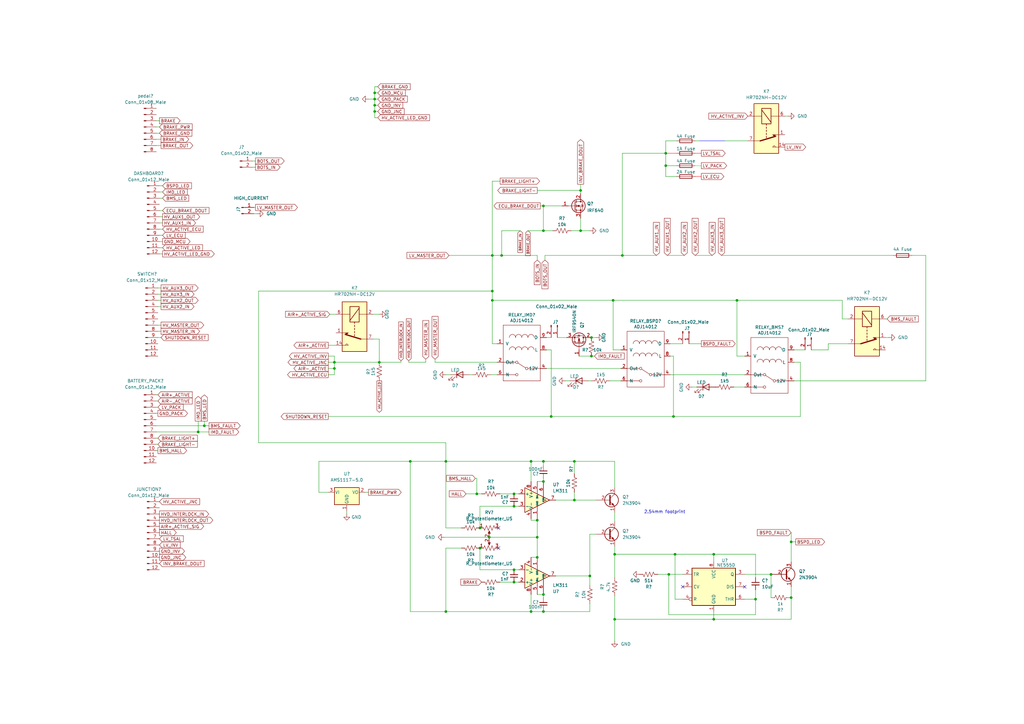
<source format=kicad_sch>
(kicad_sch (version 20211123) (generator eeschema)

  (uuid 68d99cce-7466-45a3-89e1-0e3ac41b5f3f)

  (paper "A3")

  (lib_symbols
    (symbol "Comparator:LM311" (pin_names (offset 0.127)) (in_bom yes) (on_board yes)
      (property "Reference" "U" (id 0) (at 3.81 6.35 0)
        (effects (font (size 1.27 1.27)) (justify left))
      )
      (property "Value" "LM311" (id 1) (at 3.81 3.81 0)
        (effects (font (size 1.27 1.27)) (justify left))
      )
      (property "Footprint" "" (id 2) (at 0 0 0)
        (effects (font (size 1.27 1.27)) hide)
      )
      (property "Datasheet" "https://www.st.com/resource/en/datasheet/lm311.pdf" (id 3) (at 0 0 0)
        (effects (font (size 1.27 1.27)) hide)
      )
      (property "ki_keywords" "cmp open collector" (id 4) (at 0 0 0)
        (effects (font (size 1.27 1.27)) hide)
      )
      (property "ki_description" "Voltage Comparator, DIP-8/SOIC-8" (id 5) (at 0 0 0)
        (effects (font (size 1.27 1.27)) hide)
      )
      (property "ki_fp_filters" "SOIC*3.9x4.9mm*P1.27mm* DIP*W7.62mm*" (id 6) (at 0 0 0)
        (effects (font (size 1.27 1.27)) hide)
      )
      (symbol "LM311_0_1"
        (polyline
          (pts
            (xy 5.08 0)
            (xy -5.08 5.08)
            (xy -5.08 -5.08)
            (xy 5.08 0)
          )
          (stroke (width 0.254) (type default) (color 0 0 0 0))
          (fill (type background))
        )
        (polyline
          (pts
            (xy 3.683 -0.381)
            (xy 3.302 -0.381)
            (xy 3.683 0)
            (xy 3.302 0.381)
            (xy 2.921 0)
            (xy 3.302 -0.381)
            (xy 2.921 -0.381)
          )
          (stroke (width 0.127) (type default) (color 0 0 0 0))
          (fill (type none))
        )
      )
      (symbol "LM311_1_1"
        (pin passive line (at 0 -7.62 90) (length 5.08)
          (name "GND" (effects (font (size 0.635 0.635))))
          (number "1" (effects (font (size 1.27 1.27))))
        )
        (pin input line (at -7.62 2.54 0) (length 2.54)
          (name "+" (effects (font (size 1.27 1.27))))
          (number "2" (effects (font (size 1.27 1.27))))
        )
        (pin input line (at -7.62 -2.54 0) (length 2.54)
          (name "-" (effects (font (size 1.27 1.27))))
          (number "3" (effects (font (size 1.27 1.27))))
        )
        (pin power_in line (at -2.54 -7.62 90) (length 3.81)
          (name "V-" (effects (font (size 1.27 1.27))))
          (number "4" (effects (font (size 1.27 1.27))))
        )
        (pin input line (at 0 7.62 270) (length 5.08)
          (name "BAL" (effects (font (size 0.635 0.635))))
          (number "5" (effects (font (size 1.27 1.27))))
        )
        (pin input line (at 2.54 7.62 270) (length 6.35)
          (name "STRB" (effects (font (size 0.508 0.508))))
          (number "6" (effects (font (size 1.27 1.27))))
        )
        (pin open_collector line (at 7.62 0 180) (length 2.54)
          (name "~" (effects (font (size 1.27 1.27))))
          (number "7" (effects (font (size 1.27 1.27))))
        )
        (pin power_in line (at -2.54 7.62 270) (length 3.81)
          (name "V+" (effects (font (size 1.27 1.27))))
          (number "8" (effects (font (size 1.27 1.27))))
        )
      )
    )
    (symbol "Connector:Conn_01x02_Male" (pin_names (offset 1.016) hide) (in_bom yes) (on_board yes)
      (property "Reference" "J" (id 0) (at 0 2.54 0)
        (effects (font (size 1.27 1.27)))
      )
      (property "Value" "Conn_01x02_Male" (id 1) (at 0 -5.08 0)
        (effects (font (size 1.27 1.27)))
      )
      (property "Footprint" "" (id 2) (at 0 0 0)
        (effects (font (size 1.27 1.27)) hide)
      )
      (property "Datasheet" "~" (id 3) (at 0 0 0)
        (effects (font (size 1.27 1.27)) hide)
      )
      (property "ki_keywords" "connector" (id 4) (at 0 0 0)
        (effects (font (size 1.27 1.27)) hide)
      )
      (property "ki_description" "Generic connector, single row, 01x02, script generated (kicad-library-utils/schlib/autogen/connector/)" (id 5) (at 0 0 0)
        (effects (font (size 1.27 1.27)) hide)
      )
      (property "ki_fp_filters" "Connector*:*_1x??_*" (id 6) (at 0 0 0)
        (effects (font (size 1.27 1.27)) hide)
      )
      (symbol "Conn_01x02_Male_1_1"
        (polyline
          (pts
            (xy 1.27 -2.54)
            (xy 0.8636 -2.54)
          )
          (stroke (width 0.1524) (type default) (color 0 0 0 0))
          (fill (type none))
        )
        (polyline
          (pts
            (xy 1.27 0)
            (xy 0.8636 0)
          )
          (stroke (width 0.1524) (type default) (color 0 0 0 0))
          (fill (type none))
        )
        (rectangle (start 0.8636 -2.413) (end 0 -2.667)
          (stroke (width 0.1524) (type default) (color 0 0 0 0))
          (fill (type outline))
        )
        (rectangle (start 0.8636 0.127) (end 0 -0.127)
          (stroke (width 0.1524) (type default) (color 0 0 0 0))
          (fill (type outline))
        )
        (pin passive line (at 5.08 0 180) (length 3.81)
          (name "Pin_1" (effects (font (size 1.27 1.27))))
          (number "1" (effects (font (size 1.27 1.27))))
        )
        (pin passive line (at 5.08 -2.54 180) (length 3.81)
          (name "Pin_2" (effects (font (size 1.27 1.27))))
          (number "2" (effects (font (size 1.27 1.27))))
        )
      )
    )
    (symbol "Connector:Conn_01x08_Male" (pin_names (offset 1.016) hide) (in_bom yes) (on_board yes)
      (property "Reference" "J" (id 0) (at 0 10.16 0)
        (effects (font (size 1.27 1.27)))
      )
      (property "Value" "Conn_01x08_Male" (id 1) (at 0 -12.7 0)
        (effects (font (size 1.27 1.27)))
      )
      (property "Footprint" "" (id 2) (at 0 0 0)
        (effects (font (size 1.27 1.27)) hide)
      )
      (property "Datasheet" "~" (id 3) (at 0 0 0)
        (effects (font (size 1.27 1.27)) hide)
      )
      (property "ki_keywords" "connector" (id 4) (at 0 0 0)
        (effects (font (size 1.27 1.27)) hide)
      )
      (property "ki_description" "Generic connector, single row, 01x08, script generated (kicad-library-utils/schlib/autogen/connector/)" (id 5) (at 0 0 0)
        (effects (font (size 1.27 1.27)) hide)
      )
      (property "ki_fp_filters" "Connector*:*_1x??_*" (id 6) (at 0 0 0)
        (effects (font (size 1.27 1.27)) hide)
      )
      (symbol "Conn_01x08_Male_1_1"
        (polyline
          (pts
            (xy 1.27 -10.16)
            (xy 0.8636 -10.16)
          )
          (stroke (width 0.1524) (type default) (color 0 0 0 0))
          (fill (type none))
        )
        (polyline
          (pts
            (xy 1.27 -7.62)
            (xy 0.8636 -7.62)
          )
          (stroke (width 0.1524) (type default) (color 0 0 0 0))
          (fill (type none))
        )
        (polyline
          (pts
            (xy 1.27 -5.08)
            (xy 0.8636 -5.08)
          )
          (stroke (width 0.1524) (type default) (color 0 0 0 0))
          (fill (type none))
        )
        (polyline
          (pts
            (xy 1.27 -2.54)
            (xy 0.8636 -2.54)
          )
          (stroke (width 0.1524) (type default) (color 0 0 0 0))
          (fill (type none))
        )
        (polyline
          (pts
            (xy 1.27 0)
            (xy 0.8636 0)
          )
          (stroke (width 0.1524) (type default) (color 0 0 0 0))
          (fill (type none))
        )
        (polyline
          (pts
            (xy 1.27 2.54)
            (xy 0.8636 2.54)
          )
          (stroke (width 0.1524) (type default) (color 0 0 0 0))
          (fill (type none))
        )
        (polyline
          (pts
            (xy 1.27 5.08)
            (xy 0.8636 5.08)
          )
          (stroke (width 0.1524) (type default) (color 0 0 0 0))
          (fill (type none))
        )
        (polyline
          (pts
            (xy 1.27 7.62)
            (xy 0.8636 7.62)
          )
          (stroke (width 0.1524) (type default) (color 0 0 0 0))
          (fill (type none))
        )
        (rectangle (start 0.8636 -10.033) (end 0 -10.287)
          (stroke (width 0.1524) (type default) (color 0 0 0 0))
          (fill (type outline))
        )
        (rectangle (start 0.8636 -7.493) (end 0 -7.747)
          (stroke (width 0.1524) (type default) (color 0 0 0 0))
          (fill (type outline))
        )
        (rectangle (start 0.8636 -4.953) (end 0 -5.207)
          (stroke (width 0.1524) (type default) (color 0 0 0 0))
          (fill (type outline))
        )
        (rectangle (start 0.8636 -2.413) (end 0 -2.667)
          (stroke (width 0.1524) (type default) (color 0 0 0 0))
          (fill (type outline))
        )
        (rectangle (start 0.8636 0.127) (end 0 -0.127)
          (stroke (width 0.1524) (type default) (color 0 0 0 0))
          (fill (type outline))
        )
        (rectangle (start 0.8636 2.667) (end 0 2.413)
          (stroke (width 0.1524) (type default) (color 0 0 0 0))
          (fill (type outline))
        )
        (rectangle (start 0.8636 5.207) (end 0 4.953)
          (stroke (width 0.1524) (type default) (color 0 0 0 0))
          (fill (type outline))
        )
        (rectangle (start 0.8636 7.747) (end 0 7.493)
          (stroke (width 0.1524) (type default) (color 0 0 0 0))
          (fill (type outline))
        )
        (pin passive line (at 5.08 7.62 180) (length 3.81)
          (name "Pin_1" (effects (font (size 1.27 1.27))))
          (number "1" (effects (font (size 1.27 1.27))))
        )
        (pin passive line (at 5.08 5.08 180) (length 3.81)
          (name "Pin_2" (effects (font (size 1.27 1.27))))
          (number "2" (effects (font (size 1.27 1.27))))
        )
        (pin passive line (at 5.08 2.54 180) (length 3.81)
          (name "Pin_3" (effects (font (size 1.27 1.27))))
          (number "3" (effects (font (size 1.27 1.27))))
        )
        (pin passive line (at 5.08 0 180) (length 3.81)
          (name "Pin_4" (effects (font (size 1.27 1.27))))
          (number "4" (effects (font (size 1.27 1.27))))
        )
        (pin passive line (at 5.08 -2.54 180) (length 3.81)
          (name "Pin_5" (effects (font (size 1.27 1.27))))
          (number "5" (effects (font (size 1.27 1.27))))
        )
        (pin passive line (at 5.08 -5.08 180) (length 3.81)
          (name "Pin_6" (effects (font (size 1.27 1.27))))
          (number "6" (effects (font (size 1.27 1.27))))
        )
        (pin passive line (at 5.08 -7.62 180) (length 3.81)
          (name "Pin_7" (effects (font (size 1.27 1.27))))
          (number "7" (effects (font (size 1.27 1.27))))
        )
        (pin passive line (at 5.08 -10.16 180) (length 3.81)
          (name "Pin_8" (effects (font (size 1.27 1.27))))
          (number "8" (effects (font (size 1.27 1.27))))
        )
      )
    )
    (symbol "Connector:Conn_01x12_Male" (pin_names (offset 1.016) hide) (in_bom yes) (on_board yes)
      (property "Reference" "J" (id 0) (at 0 15.24 0)
        (effects (font (size 1.27 1.27)))
      )
      (property "Value" "Conn_01x12_Male" (id 1) (at 0 -17.78 0)
        (effects (font (size 1.27 1.27)))
      )
      (property "Footprint" "" (id 2) (at 0 0 0)
        (effects (font (size 1.27 1.27)) hide)
      )
      (property "Datasheet" "~" (id 3) (at 0 0 0)
        (effects (font (size 1.27 1.27)) hide)
      )
      (property "ki_keywords" "connector" (id 4) (at 0 0 0)
        (effects (font (size 1.27 1.27)) hide)
      )
      (property "ki_description" "Generic connector, single row, 01x12, script generated (kicad-library-utils/schlib/autogen/connector/)" (id 5) (at 0 0 0)
        (effects (font (size 1.27 1.27)) hide)
      )
      (property "ki_fp_filters" "Connector*:*_1x??_*" (id 6) (at 0 0 0)
        (effects (font (size 1.27 1.27)) hide)
      )
      (symbol "Conn_01x12_Male_1_1"
        (polyline
          (pts
            (xy 1.27 -15.24)
            (xy 0.8636 -15.24)
          )
          (stroke (width 0.1524) (type default) (color 0 0 0 0))
          (fill (type none))
        )
        (polyline
          (pts
            (xy 1.27 -12.7)
            (xy 0.8636 -12.7)
          )
          (stroke (width 0.1524) (type default) (color 0 0 0 0))
          (fill (type none))
        )
        (polyline
          (pts
            (xy 1.27 -10.16)
            (xy 0.8636 -10.16)
          )
          (stroke (width 0.1524) (type default) (color 0 0 0 0))
          (fill (type none))
        )
        (polyline
          (pts
            (xy 1.27 -7.62)
            (xy 0.8636 -7.62)
          )
          (stroke (width 0.1524) (type default) (color 0 0 0 0))
          (fill (type none))
        )
        (polyline
          (pts
            (xy 1.27 -5.08)
            (xy 0.8636 -5.08)
          )
          (stroke (width 0.1524) (type default) (color 0 0 0 0))
          (fill (type none))
        )
        (polyline
          (pts
            (xy 1.27 -2.54)
            (xy 0.8636 -2.54)
          )
          (stroke (width 0.1524) (type default) (color 0 0 0 0))
          (fill (type none))
        )
        (polyline
          (pts
            (xy 1.27 0)
            (xy 0.8636 0)
          )
          (stroke (width 0.1524) (type default) (color 0 0 0 0))
          (fill (type none))
        )
        (polyline
          (pts
            (xy 1.27 2.54)
            (xy 0.8636 2.54)
          )
          (stroke (width 0.1524) (type default) (color 0 0 0 0))
          (fill (type none))
        )
        (polyline
          (pts
            (xy 1.27 5.08)
            (xy 0.8636 5.08)
          )
          (stroke (width 0.1524) (type default) (color 0 0 0 0))
          (fill (type none))
        )
        (polyline
          (pts
            (xy 1.27 7.62)
            (xy 0.8636 7.62)
          )
          (stroke (width 0.1524) (type default) (color 0 0 0 0))
          (fill (type none))
        )
        (polyline
          (pts
            (xy 1.27 10.16)
            (xy 0.8636 10.16)
          )
          (stroke (width 0.1524) (type default) (color 0 0 0 0))
          (fill (type none))
        )
        (polyline
          (pts
            (xy 1.27 12.7)
            (xy 0.8636 12.7)
          )
          (stroke (width 0.1524) (type default) (color 0 0 0 0))
          (fill (type none))
        )
        (rectangle (start 0.8636 -15.113) (end 0 -15.367)
          (stroke (width 0.1524) (type default) (color 0 0 0 0))
          (fill (type outline))
        )
        (rectangle (start 0.8636 -12.573) (end 0 -12.827)
          (stroke (width 0.1524) (type default) (color 0 0 0 0))
          (fill (type outline))
        )
        (rectangle (start 0.8636 -10.033) (end 0 -10.287)
          (stroke (width 0.1524) (type default) (color 0 0 0 0))
          (fill (type outline))
        )
        (rectangle (start 0.8636 -7.493) (end 0 -7.747)
          (stroke (width 0.1524) (type default) (color 0 0 0 0))
          (fill (type outline))
        )
        (rectangle (start 0.8636 -4.953) (end 0 -5.207)
          (stroke (width 0.1524) (type default) (color 0 0 0 0))
          (fill (type outline))
        )
        (rectangle (start 0.8636 -2.413) (end 0 -2.667)
          (stroke (width 0.1524) (type default) (color 0 0 0 0))
          (fill (type outline))
        )
        (rectangle (start 0.8636 0.127) (end 0 -0.127)
          (stroke (width 0.1524) (type default) (color 0 0 0 0))
          (fill (type outline))
        )
        (rectangle (start 0.8636 2.667) (end 0 2.413)
          (stroke (width 0.1524) (type default) (color 0 0 0 0))
          (fill (type outline))
        )
        (rectangle (start 0.8636 5.207) (end 0 4.953)
          (stroke (width 0.1524) (type default) (color 0 0 0 0))
          (fill (type outline))
        )
        (rectangle (start 0.8636 7.747) (end 0 7.493)
          (stroke (width 0.1524) (type default) (color 0 0 0 0))
          (fill (type outline))
        )
        (rectangle (start 0.8636 10.287) (end 0 10.033)
          (stroke (width 0.1524) (type default) (color 0 0 0 0))
          (fill (type outline))
        )
        (rectangle (start 0.8636 12.827) (end 0 12.573)
          (stroke (width 0.1524) (type default) (color 0 0 0 0))
          (fill (type outline))
        )
        (pin passive line (at 5.08 12.7 180) (length 3.81)
          (name "Pin_1" (effects (font (size 1.27 1.27))))
          (number "1" (effects (font (size 1.27 1.27))))
        )
        (pin passive line (at 5.08 -10.16 180) (length 3.81)
          (name "Pin_10" (effects (font (size 1.27 1.27))))
          (number "10" (effects (font (size 1.27 1.27))))
        )
        (pin passive line (at 5.08 -12.7 180) (length 3.81)
          (name "Pin_11" (effects (font (size 1.27 1.27))))
          (number "11" (effects (font (size 1.27 1.27))))
        )
        (pin passive line (at 5.08 -15.24 180) (length 3.81)
          (name "Pin_12" (effects (font (size 1.27 1.27))))
          (number "12" (effects (font (size 1.27 1.27))))
        )
        (pin passive line (at 5.08 10.16 180) (length 3.81)
          (name "Pin_2" (effects (font (size 1.27 1.27))))
          (number "2" (effects (font (size 1.27 1.27))))
        )
        (pin passive line (at 5.08 7.62 180) (length 3.81)
          (name "Pin_3" (effects (font (size 1.27 1.27))))
          (number "3" (effects (font (size 1.27 1.27))))
        )
        (pin passive line (at 5.08 5.08 180) (length 3.81)
          (name "Pin_4" (effects (font (size 1.27 1.27))))
          (number "4" (effects (font (size 1.27 1.27))))
        )
        (pin passive line (at 5.08 2.54 180) (length 3.81)
          (name "Pin_5" (effects (font (size 1.27 1.27))))
          (number "5" (effects (font (size 1.27 1.27))))
        )
        (pin passive line (at 5.08 0 180) (length 3.81)
          (name "Pin_6" (effects (font (size 1.27 1.27))))
          (number "6" (effects (font (size 1.27 1.27))))
        )
        (pin passive line (at 5.08 -2.54 180) (length 3.81)
          (name "Pin_7" (effects (font (size 1.27 1.27))))
          (number "7" (effects (font (size 1.27 1.27))))
        )
        (pin passive line (at 5.08 -5.08 180) (length 3.81)
          (name "Pin_8" (effects (font (size 1.27 1.27))))
          (number "8" (effects (font (size 1.27 1.27))))
        )
        (pin passive line (at 5.08 -7.62 180) (length 3.81)
          (name "Pin_9" (effects (font (size 1.27 1.27))))
          (number "9" (effects (font (size 1.27 1.27))))
        )
      )
    )
    (symbol "Device:C_Small" (pin_numbers hide) (pin_names (offset 0.254) hide) (in_bom yes) (on_board yes)
      (property "Reference" "C" (id 0) (at 0.254 1.778 0)
        (effects (font (size 1.27 1.27)) (justify left))
      )
      (property "Value" "C_Small" (id 1) (at 0.254 -2.032 0)
        (effects (font (size 1.27 1.27)) (justify left))
      )
      (property "Footprint" "" (id 2) (at 0 0 0)
        (effects (font (size 1.27 1.27)) hide)
      )
      (property "Datasheet" "~" (id 3) (at 0 0 0)
        (effects (font (size 1.27 1.27)) hide)
      )
      (property "ki_keywords" "capacitor cap" (id 4) (at 0 0 0)
        (effects (font (size 1.27 1.27)) hide)
      )
      (property "ki_description" "Unpolarized capacitor, small symbol" (id 5) (at 0 0 0)
        (effects (font (size 1.27 1.27)) hide)
      )
      (property "ki_fp_filters" "C_*" (id 6) (at 0 0 0)
        (effects (font (size 1.27 1.27)) hide)
      )
      (symbol "C_Small_0_1"
        (polyline
          (pts
            (xy -1.524 -0.508)
            (xy 1.524 -0.508)
          )
          (stroke (width 0.3302) (type default) (color 0 0 0 0))
          (fill (type none))
        )
        (polyline
          (pts
            (xy -1.524 0.508)
            (xy 1.524 0.508)
          )
          (stroke (width 0.3048) (type default) (color 0 0 0 0))
          (fill (type none))
        )
      )
      (symbol "C_Small_1_1"
        (pin passive line (at 0 2.54 270) (length 2.032)
          (name "~" (effects (font (size 1.27 1.27))))
          (number "1" (effects (font (size 1.27 1.27))))
        )
        (pin passive line (at 0 -2.54 90) (length 2.032)
          (name "~" (effects (font (size 1.27 1.27))))
          (number "2" (effects (font (size 1.27 1.27))))
        )
      )
    )
    (symbol "Device:Fuse" (pin_numbers hide) (pin_names (offset 0)) (in_bom yes) (on_board yes)
      (property "Reference" "F" (id 0) (at 2.032 0 90)
        (effects (font (size 1.27 1.27)))
      )
      (property "Value" "Fuse" (id 1) (at -1.905 0 90)
        (effects (font (size 1.27 1.27)))
      )
      (property "Footprint" "" (id 2) (at -1.778 0 90)
        (effects (font (size 1.27 1.27)) hide)
      )
      (property "Datasheet" "~" (id 3) (at 0 0 0)
        (effects (font (size 1.27 1.27)) hide)
      )
      (property "ki_keywords" "fuse" (id 4) (at 0 0 0)
        (effects (font (size 1.27 1.27)) hide)
      )
      (property "ki_description" "Fuse" (id 5) (at 0 0 0)
        (effects (font (size 1.27 1.27)) hide)
      )
      (property "ki_fp_filters" "*Fuse*" (id 6) (at 0 0 0)
        (effects (font (size 1.27 1.27)) hide)
      )
      (symbol "Fuse_0_1"
        (rectangle (start -0.762 -2.54) (end 0.762 2.54)
          (stroke (width 0.254) (type default) (color 0 0 0 0))
          (fill (type none))
        )
        (polyline
          (pts
            (xy 0 2.54)
            (xy 0 -2.54)
          )
          (stroke (width 0) (type default) (color 0 0 0 0))
          (fill (type none))
        )
      )
      (symbol "Fuse_1_1"
        (pin passive line (at 0 3.81 270) (length 1.27)
          (name "~" (effects (font (size 1.27 1.27))))
          (number "1" (effects (font (size 1.27 1.27))))
        )
        (pin passive line (at 0 -3.81 90) (length 1.27)
          (name "~" (effects (font (size 1.27 1.27))))
          (number "2" (effects (font (size 1.27 1.27))))
        )
      )
    )
    (symbol "Device:LED" (pin_numbers hide) (pin_names (offset 1.016) hide) (in_bom yes) (on_board yes)
      (property "Reference" "D" (id 0) (at 0 2.54 0)
        (effects (font (size 1.27 1.27)))
      )
      (property "Value" "LED" (id 1) (at 0 -2.54 0)
        (effects (font (size 1.27 1.27)))
      )
      (property "Footprint" "" (id 2) (at 0 0 0)
        (effects (font (size 1.27 1.27)) hide)
      )
      (property "Datasheet" "~" (id 3) (at 0 0 0)
        (effects (font (size 1.27 1.27)) hide)
      )
      (property "ki_keywords" "LED diode" (id 4) (at 0 0 0)
        (effects (font (size 1.27 1.27)) hide)
      )
      (property "ki_description" "Light emitting diode" (id 5) (at 0 0 0)
        (effects (font (size 1.27 1.27)) hide)
      )
      (property "ki_fp_filters" "LED* LED_SMD:* LED_THT:*" (id 6) (at 0 0 0)
        (effects (font (size 1.27 1.27)) hide)
      )
      (symbol "LED_0_1"
        (polyline
          (pts
            (xy -1.27 -1.27)
            (xy -1.27 1.27)
          )
          (stroke (width 0.254) (type default) (color 0 0 0 0))
          (fill (type none))
        )
        (polyline
          (pts
            (xy -1.27 0)
            (xy 1.27 0)
          )
          (stroke (width 0) (type default) (color 0 0 0 0))
          (fill (type none))
        )
        (polyline
          (pts
            (xy 1.27 -1.27)
            (xy 1.27 1.27)
            (xy -1.27 0)
            (xy 1.27 -1.27)
          )
          (stroke (width 0.254) (type default) (color 0 0 0 0))
          (fill (type none))
        )
        (polyline
          (pts
            (xy -3.048 -0.762)
            (xy -4.572 -2.286)
            (xy -3.81 -2.286)
            (xy -4.572 -2.286)
            (xy -4.572 -1.524)
          )
          (stroke (width 0) (type default) (color 0 0 0 0))
          (fill (type none))
        )
        (polyline
          (pts
            (xy -1.778 -0.762)
            (xy -3.302 -2.286)
            (xy -2.54 -2.286)
            (xy -3.302 -2.286)
            (xy -3.302 -1.524)
          )
          (stroke (width 0) (type default) (color 0 0 0 0))
          (fill (type none))
        )
      )
      (symbol "LED_1_1"
        (pin passive line (at -3.81 0 0) (length 2.54)
          (name "K" (effects (font (size 1.27 1.27))))
          (number "1" (effects (font (size 1.27 1.27))))
        )
        (pin passive line (at 3.81 0 180) (length 2.54)
          (name "A" (effects (font (size 1.27 1.27))))
          (number "2" (effects (font (size 1.27 1.27))))
        )
      )
    )
    (symbol "Device:Q_NMOS_GDS" (pin_names (offset 0) hide) (in_bom yes) (on_board yes)
      (property "Reference" "Q" (id 0) (at 5.08 1.27 0)
        (effects (font (size 1.27 1.27)) (justify left))
      )
      (property "Value" "Q_NMOS_GDS" (id 1) (at 5.08 -1.27 0)
        (effects (font (size 1.27 1.27)) (justify left))
      )
      (property "Footprint" "" (id 2) (at 5.08 2.54 0)
        (effects (font (size 1.27 1.27)) hide)
      )
      (property "Datasheet" "~" (id 3) (at 0 0 0)
        (effects (font (size 1.27 1.27)) hide)
      )
      (property "ki_keywords" "transistor NMOS N-MOS N-MOSFET" (id 4) (at 0 0 0)
        (effects (font (size 1.27 1.27)) hide)
      )
      (property "ki_description" "N-MOSFET transistor, gate/drain/source" (id 5) (at 0 0 0)
        (effects (font (size 1.27 1.27)) hide)
      )
      (symbol "Q_NMOS_GDS_0_1"
        (polyline
          (pts
            (xy 0.254 0)
            (xy -2.54 0)
          )
          (stroke (width 0) (type default) (color 0 0 0 0))
          (fill (type none))
        )
        (polyline
          (pts
            (xy 0.254 1.905)
            (xy 0.254 -1.905)
          )
          (stroke (width 0.254) (type default) (color 0 0 0 0))
          (fill (type none))
        )
        (polyline
          (pts
            (xy 0.762 -1.27)
            (xy 0.762 -2.286)
          )
          (stroke (width 0.254) (type default) (color 0 0 0 0))
          (fill (type none))
        )
        (polyline
          (pts
            (xy 0.762 0.508)
            (xy 0.762 -0.508)
          )
          (stroke (width 0.254) (type default) (color 0 0 0 0))
          (fill (type none))
        )
        (polyline
          (pts
            (xy 0.762 2.286)
            (xy 0.762 1.27)
          )
          (stroke (width 0.254) (type default) (color 0 0 0 0))
          (fill (type none))
        )
        (polyline
          (pts
            (xy 2.54 2.54)
            (xy 2.54 1.778)
          )
          (stroke (width 0) (type default) (color 0 0 0 0))
          (fill (type none))
        )
        (polyline
          (pts
            (xy 2.54 -2.54)
            (xy 2.54 0)
            (xy 0.762 0)
          )
          (stroke (width 0) (type default) (color 0 0 0 0))
          (fill (type none))
        )
        (polyline
          (pts
            (xy 0.762 -1.778)
            (xy 3.302 -1.778)
            (xy 3.302 1.778)
            (xy 0.762 1.778)
          )
          (stroke (width 0) (type default) (color 0 0 0 0))
          (fill (type none))
        )
        (polyline
          (pts
            (xy 1.016 0)
            (xy 2.032 0.381)
            (xy 2.032 -0.381)
            (xy 1.016 0)
          )
          (stroke (width 0) (type default) (color 0 0 0 0))
          (fill (type outline))
        )
        (polyline
          (pts
            (xy 2.794 0.508)
            (xy 2.921 0.381)
            (xy 3.683 0.381)
            (xy 3.81 0.254)
          )
          (stroke (width 0) (type default) (color 0 0 0 0))
          (fill (type none))
        )
        (polyline
          (pts
            (xy 3.302 0.381)
            (xy 2.921 -0.254)
            (xy 3.683 -0.254)
            (xy 3.302 0.381)
          )
          (stroke (width 0) (type default) (color 0 0 0 0))
          (fill (type none))
        )
        (circle (center 1.651 0) (radius 2.794)
          (stroke (width 0.254) (type default) (color 0 0 0 0))
          (fill (type none))
        )
        (circle (center 2.54 -1.778) (radius 0.254)
          (stroke (width 0) (type default) (color 0 0 0 0))
          (fill (type outline))
        )
        (circle (center 2.54 1.778) (radius 0.254)
          (stroke (width 0) (type default) (color 0 0 0 0))
          (fill (type outline))
        )
      )
      (symbol "Q_NMOS_GDS_1_1"
        (pin input line (at -5.08 0 0) (length 2.54)
          (name "G" (effects (font (size 1.27 1.27))))
          (number "1" (effects (font (size 1.27 1.27))))
        )
        (pin passive line (at 2.54 5.08 270) (length 2.54)
          (name "D" (effects (font (size 1.27 1.27))))
          (number "2" (effects (font (size 1.27 1.27))))
        )
        (pin passive line (at 2.54 -5.08 90) (length 2.54)
          (name "S" (effects (font (size 1.27 1.27))))
          (number "3" (effects (font (size 1.27 1.27))))
        )
      )
    )
    (symbol "Device:R_Potentiometer_US" (pin_names (offset 1.016) hide) (in_bom yes) (on_board yes)
      (property "Reference" "RV" (id 0) (at -4.445 0 90)
        (effects (font (size 1.27 1.27)))
      )
      (property "Value" "R_Potentiometer_US" (id 1) (at -2.54 0 90)
        (effects (font (size 1.27 1.27)))
      )
      (property "Footprint" "" (id 2) (at 0 0 0)
        (effects (font (size 1.27 1.27)) hide)
      )
      (property "Datasheet" "~" (id 3) (at 0 0 0)
        (effects (font (size 1.27 1.27)) hide)
      )
      (property "ki_keywords" "resistor variable" (id 4) (at 0 0 0)
        (effects (font (size 1.27 1.27)) hide)
      )
      (property "ki_description" "Potentiometer, US symbol" (id 5) (at 0 0 0)
        (effects (font (size 1.27 1.27)) hide)
      )
      (property "ki_fp_filters" "Potentiometer*" (id 6) (at 0 0 0)
        (effects (font (size 1.27 1.27)) hide)
      )
      (symbol "R_Potentiometer_US_0_1"
        (polyline
          (pts
            (xy 0 -2.286)
            (xy 0 -2.54)
          )
          (stroke (width 0) (type default) (color 0 0 0 0))
          (fill (type none))
        )
        (polyline
          (pts
            (xy 0 2.54)
            (xy 0 2.286)
          )
          (stroke (width 0) (type default) (color 0 0 0 0))
          (fill (type none))
        )
        (polyline
          (pts
            (xy 2.54 0)
            (xy 1.524 0)
          )
          (stroke (width 0) (type default) (color 0 0 0 0))
          (fill (type none))
        )
        (polyline
          (pts
            (xy 1.143 0)
            (xy 2.286 0.508)
            (xy 2.286 -0.508)
            (xy 1.143 0)
          )
          (stroke (width 0) (type default) (color 0 0 0 0))
          (fill (type outline))
        )
        (polyline
          (pts
            (xy 0 -0.762)
            (xy 1.016 -1.143)
            (xy 0 -1.524)
            (xy -1.016 -1.905)
            (xy 0 -2.286)
          )
          (stroke (width 0) (type default) (color 0 0 0 0))
          (fill (type none))
        )
        (polyline
          (pts
            (xy 0 0.762)
            (xy 1.016 0.381)
            (xy 0 0)
            (xy -1.016 -0.381)
            (xy 0 -0.762)
          )
          (stroke (width 0) (type default) (color 0 0 0 0))
          (fill (type none))
        )
        (polyline
          (pts
            (xy 0 2.286)
            (xy 1.016 1.905)
            (xy 0 1.524)
            (xy -1.016 1.143)
            (xy 0 0.762)
          )
          (stroke (width 0) (type default) (color 0 0 0 0))
          (fill (type none))
        )
      )
      (symbol "R_Potentiometer_US_1_1"
        (pin passive line (at 0 3.81 270) (length 1.27)
          (name "1" (effects (font (size 1.27 1.27))))
          (number "1" (effects (font (size 1.27 1.27))))
        )
        (pin passive line (at 3.81 0 180) (length 1.27)
          (name "2" (effects (font (size 1.27 1.27))))
          (number "2" (effects (font (size 1.27 1.27))))
        )
        (pin passive line (at 0 -3.81 90) (length 1.27)
          (name "3" (effects (font (size 1.27 1.27))))
          (number "3" (effects (font (size 1.27 1.27))))
        )
      )
    )
    (symbol "Device:R_US" (pin_numbers hide) (pin_names (offset 0)) (in_bom yes) (on_board yes)
      (property "Reference" "R" (id 0) (at 2.54 0 90)
        (effects (font (size 1.27 1.27)))
      )
      (property "Value" "R_US" (id 1) (at -2.54 0 90)
        (effects (font (size 1.27 1.27)))
      )
      (property "Footprint" "" (id 2) (at 1.016 -0.254 90)
        (effects (font (size 1.27 1.27)) hide)
      )
      (property "Datasheet" "~" (id 3) (at 0 0 0)
        (effects (font (size 1.27 1.27)) hide)
      )
      (property "ki_keywords" "R res resistor" (id 4) (at 0 0 0)
        (effects (font (size 1.27 1.27)) hide)
      )
      (property "ki_description" "Resistor, US symbol" (id 5) (at 0 0 0)
        (effects (font (size 1.27 1.27)) hide)
      )
      (property "ki_fp_filters" "R_*" (id 6) (at 0 0 0)
        (effects (font (size 1.27 1.27)) hide)
      )
      (symbol "R_US_0_1"
        (polyline
          (pts
            (xy 0 -2.286)
            (xy 0 -2.54)
          )
          (stroke (width 0) (type default) (color 0 0 0 0))
          (fill (type none))
        )
        (polyline
          (pts
            (xy 0 2.286)
            (xy 0 2.54)
          )
          (stroke (width 0) (type default) (color 0 0 0 0))
          (fill (type none))
        )
        (polyline
          (pts
            (xy 0 -0.762)
            (xy 1.016 -1.143)
            (xy 0 -1.524)
            (xy -1.016 -1.905)
            (xy 0 -2.286)
          )
          (stroke (width 0) (type default) (color 0 0 0 0))
          (fill (type none))
        )
        (polyline
          (pts
            (xy 0 0.762)
            (xy 1.016 0.381)
            (xy 0 0)
            (xy -1.016 -0.381)
            (xy 0 -0.762)
          )
          (stroke (width 0) (type default) (color 0 0 0 0))
          (fill (type none))
        )
        (polyline
          (pts
            (xy 0 2.286)
            (xy 1.016 1.905)
            (xy 0 1.524)
            (xy -1.016 1.143)
            (xy 0 0.762)
          )
          (stroke (width 0) (type default) (color 0 0 0 0))
          (fill (type none))
        )
      )
      (symbol "R_US_1_1"
        (pin passive line (at 0 3.81 270) (length 1.27)
          (name "~" (effects (font (size 1.27 1.27))))
          (number "1" (effects (font (size 1.27 1.27))))
        )
        (pin passive line (at 0 -3.81 90) (length 1.27)
          (name "~" (effects (font (size 1.27 1.27))))
          (number "2" (effects (font (size 1.27 1.27))))
        )
      )
    )
    (symbol "NewThing:ADJ14024" (pin_names (offset 1.016)) (in_bom yes) (on_board yes)
      (property "Reference" "U" (id 0) (at -5.08 27.94 0)
        (effects (font (size 1.27 1.27)))
      )
      (property "Value" "NewThing_ADJ14024" (id 1) (at 0 0 0)
        (effects (font (size 1.27 1.27)))
      )
      (property "Footprint" "" (id 2) (at 0 0 0)
        (effects (font (size 1.27 1.27)) hide)
      )
      (property "Datasheet" "" (id 3) (at 0 0 0)
        (effects (font (size 1.27 1.27)) hide)
      )
      (symbol "ADJ14024_0_1"
        (rectangle (start -7.62 25.4) (end 7.62 2.54)
          (stroke (width 0) (type default) (color 0 0 0 0))
          (fill (type none))
        )
        (arc (start -2.54 20.32) (mid -3.81 21.59) (end -5.08 20.32)
          (stroke (width 0) (type default) (color 0 0 0 0))
          (fill (type none))
        )
        (polyline
          (pts
            (xy -7.62 7.62)
            (xy -7.62 7.62)
          )
          (stroke (width 0) (type default) (color 0 0 0 0))
          (fill (type none))
        )
        (polyline
          (pts
            (xy -2.54 7.62)
            (xy -7.62 7.62)
          )
          (stroke (width 0) (type default) (color 0 0 0 0))
          (fill (type none))
        )
        (polyline
          (pts
            (xy 2.54 5.08)
            (xy 7.62 5.08)
          )
          (stroke (width 0) (type default) (color 0 0 0 0))
          (fill (type none))
        )
        (polyline
          (pts
            (xy 2.54 10.16)
            (xy 7.62 10.16)
          )
          (stroke (width 0) (type default) (color 0 0 0 0))
          (fill (type none))
        )
        (arc (start 0 20.32) (mid -1.27 21.59) (end -2.54 20.32)
          (stroke (width 0) (type default) (color 0 0 0 0))
          (fill (type none))
        )
        (arc (start 2.54 20.32) (mid 1.27 21.59) (end 0 20.32)
          (stroke (width 0) (type default) (color 0 0 0 0))
          (fill (type none))
        )
        (arc (start 5.08 20.32) (mid 3.81 21.59) (end 2.54 20.32)
          (stroke (width 0) (type default) (color 0 0 0 0))
          (fill (type none))
        )
      )
      (symbol "ADJ14024_1_1"
        (arc (start -2.54 15.24) (mid -3.81 16.51) (end -5.08 15.24)
          (stroke (width 0) (type default) (color 0 0 0 0))
          (fill (type none))
        )
        (circle (center -2.032 7.62) (radius 0.508)
          (stroke (width 0) (type default) (color 0 0 0 0))
          (fill (type none))
        )
        (polyline
          (pts
            (xy -1.524 7.874)
            (xy 1.651 9.906)
          )
          (stroke (width 0) (type default) (color 0 0 0 0))
          (fill (type none))
        )
        (arc (start 0 15.24) (mid -1.27 16.51) (end -2.54 15.24)
          (stroke (width 0) (type default) (color 0 0 0 0))
          (fill (type none))
        )
        (circle (center 2.032 5.08) (radius 0.508)
          (stroke (width 0) (type default) (color 0 0 0 0))
          (fill (type none))
        )
        (circle (center 2.032 10.16) (radius 0.508)
          (stroke (width 0) (type default) (color 0 0 0 0))
          (fill (type none))
        )
        (arc (start 2.54 15.24) (mid 1.27 16.51) (end 0 15.24)
          (stroke (width 0) (type default) (color 0 0 0 0))
          (fill (type none))
        )
        (arc (start 5.08 15.24) (mid 3.81 16.51) (end 2.54 15.24)
          (stroke (width 0) (type default) (color 0 0 0 0))
          (fill (type none))
        )
        (pin input line (at 10.16 17.78 180) (length 2.54)
          (name "V" (effects (font (size 1.27 1.27))))
          (number "1" (effects (font (size 1.27 1.27))))
        )
        (pin input line (at 10.16 10.16 180) (length 2.54)
          (name "Out" (effects (font (size 1.27 1.27))))
          (number "2" (effects (font (size 1.27 1.27))))
        )
        (pin input line (at -10.16 7.62 0) (length 2.54)
          (name "12V" (effects (font (size 1.27 1.27))))
          (number "4" (effects (font (size 1.27 1.27))))
        )
        (pin input line (at 10.16 5.08 180) (length 2.54)
          (name "N" (effects (font (size 1.27 1.27))))
          (number "6" (effects (font (size 1.27 1.27))))
        )
        (pin input line (at -10.16 15.24 0) (length 2.54)
          (name "L" (effects (font (size 1.27 1.27))))
          (number "8" (effects (font (size 1.27 1.27))))
        )
        (pin input line (at -10.16 20.32 0) (length 2.54)
          (name "D" (effects (font (size 1.27 1.27))))
          (number "9" (effects (font (size 1.27 1.27))))
        )
      )
    )
    (symbol "Regulator_Linear:AMS1117-5.0" (pin_names (offset 0.254)) (in_bom yes) (on_board yes)
      (property "Reference" "U" (id 0) (at -3.81 3.175 0)
        (effects (font (size 1.27 1.27)))
      )
      (property "Value" "AMS1117-5.0" (id 1) (at 0 3.175 0)
        (effects (font (size 1.27 1.27)) (justify left))
      )
      (property "Footprint" "Package_TO_SOT_SMD:SOT-223-3_TabPin2" (id 2) (at 0 5.08 0)
        (effects (font (size 1.27 1.27)) hide)
      )
      (property "Datasheet" "http://www.advanced-monolithic.com/pdf/ds1117.pdf" (id 3) (at 2.54 -6.35 0)
        (effects (font (size 1.27 1.27)) hide)
      )
      (property "ki_keywords" "linear regulator ldo fixed positive" (id 4) (at 0 0 0)
        (effects (font (size 1.27 1.27)) hide)
      )
      (property "ki_description" "1A Low Dropout regulator, positive, 5.0V fixed output, SOT-223" (id 5) (at 0 0 0)
        (effects (font (size 1.27 1.27)) hide)
      )
      (property "ki_fp_filters" "SOT?223*TabPin2*" (id 6) (at 0 0 0)
        (effects (font (size 1.27 1.27)) hide)
      )
      (symbol "AMS1117-5.0_0_1"
        (rectangle (start -5.08 -5.08) (end 5.08 1.905)
          (stroke (width 0.254) (type default) (color 0 0 0 0))
          (fill (type background))
        )
      )
      (symbol "AMS1117-5.0_1_1"
        (pin power_in line (at 0 -7.62 90) (length 2.54)
          (name "GND" (effects (font (size 1.27 1.27))))
          (number "1" (effects (font (size 1.27 1.27))))
        )
        (pin power_out line (at 7.62 0 180) (length 2.54)
          (name "VO" (effects (font (size 1.27 1.27))))
          (number "2" (effects (font (size 1.27 1.27))))
        )
        (pin power_in line (at -7.62 0 0) (length 2.54)
          (name "VI" (effects (font (size 1.27 1.27))))
          (number "3" (effects (font (size 1.27 1.27))))
        )
      )
    )
    (symbol "Relay:DIPxx-1Cxx-51x" (in_bom yes) (on_board yes)
      (property "Reference" "K" (id 0) (at 11.43 3.81 0)
        (effects (font (size 1.27 1.27)) (justify left))
      )
      (property "Value" "DIPxx-1Cxx-51x" (id 1) (at 11.43 1.27 0)
        (effects (font (size 1.27 1.27)) (justify left))
      )
      (property "Footprint" "Relay_THT:Relay_StandexMeder_DIP_LowProfile" (id 2) (at 11.43 -1.27 0)
        (effects (font (size 1.27 1.27)) (justify left) hide)
      )
      (property "Datasheet" "https://standexelectronics.com/wp-content/uploads/datasheet_reed_relay_DIP.pdf" (id 3) (at 0 0 0)
        (effects (font (size 1.27 1.27)) hide)
      )
      (property "ki_keywords" "Single Pole Reed Relay SPDT" (id 4) (at 0 0 0)
        (effects (font (size 1.27 1.27)) hide)
      )
      (property "ki_description" "Standex Meder DIP reed relay, SPDT" (id 5) (at 0 0 0)
        (effects (font (size 1.27 1.27)) hide)
      )
      (property "ki_fp_filters" "Relay*StandexMeder*DIP*LowProfile*" (id 6) (at 0 0 0)
        (effects (font (size 1.27 1.27)) hide)
      )
      (symbol "DIPxx-1Cxx-51x_0_0"
        (polyline
          (pts
            (xy 2.54 5.08)
            (xy 2.54 2.54)
            (xy 3.175 3.175)
            (xy 2.54 3.81)
          )
          (stroke (width 0) (type default) (color 0 0 0 0))
          (fill (type outline))
        )
        (polyline
          (pts
            (xy 7.62 5.08)
            (xy 7.62 2.54)
            (xy 6.985 3.175)
            (xy 7.62 3.81)
          )
          (stroke (width 0) (type default) (color 0 0 0 0))
          (fill (type none))
        )
      )
      (symbol "DIPxx-1Cxx-51x_0_1"
        (rectangle (start -10.16 5.08) (end 10.16 -5.08)
          (stroke (width 0.254) (type default) (color 0 0 0 0))
          (fill (type background))
        )
        (rectangle (start -8.255 1.905) (end -1.905 -1.905)
          (stroke (width 0.254) (type default) (color 0 0 0 0))
          (fill (type none))
        )
        (polyline
          (pts
            (xy -7.62 -1.905)
            (xy -2.54 1.905)
          )
          (stroke (width 0.254) (type default) (color 0 0 0 0))
          (fill (type none))
        )
        (polyline
          (pts
            (xy -5.08 -5.08)
            (xy -5.08 -1.905)
          )
          (stroke (width 0) (type default) (color 0 0 0 0))
          (fill (type none))
        )
        (polyline
          (pts
            (xy -5.08 5.08)
            (xy -5.08 1.905)
          )
          (stroke (width 0) (type default) (color 0 0 0 0))
          (fill (type none))
        )
        (polyline
          (pts
            (xy -1.905 0)
            (xy -1.27 0)
          )
          (stroke (width 0.254) (type default) (color 0 0 0 0))
          (fill (type none))
        )
        (polyline
          (pts
            (xy -0.635 0)
            (xy 0 0)
          )
          (stroke (width 0.254) (type default) (color 0 0 0 0))
          (fill (type none))
        )
        (polyline
          (pts
            (xy 0.635 0)
            (xy 1.27 0)
          )
          (stroke (width 0.254) (type default) (color 0 0 0 0))
          (fill (type none))
        )
        (polyline
          (pts
            (xy 1.905 0)
            (xy 2.54 0)
          )
          (stroke (width 0.254) (type default) (color 0 0 0 0))
          (fill (type none))
        )
        (polyline
          (pts
            (xy 3.175 0)
            (xy 3.81 0)
          )
          (stroke (width 0.254) (type default) (color 0 0 0 0))
          (fill (type none))
        )
        (polyline
          (pts
            (xy 5.08 -2.54)
            (xy 3.175 3.81)
          )
          (stroke (width 0.508) (type default) (color 0 0 0 0))
          (fill (type none))
        )
        (polyline
          (pts
            (xy 5.08 -2.54)
            (xy 5.08 -5.08)
          )
          (stroke (width 0) (type default) (color 0 0 0 0))
          (fill (type none))
        )
      )
      (symbol "DIPxx-1Cxx-51x_1_1"
        (pin passive line (at 2.54 7.62 270) (length 2.54)
          (name "~" (effects (font (size 1.27 1.27))))
          (number "1" (effects (font (size 1.27 1.27))))
        )
        (pin passive line (at 7.62 7.62 270) (length 2.54)
          (name "~" (effects (font (size 1.27 1.27))))
          (number "14" (effects (font (size 1.27 1.27))))
        )
        (pin passive line (at -5.08 -7.62 90) (length 2.54)
          (name "~" (effects (font (size 1.27 1.27))))
          (number "2" (effects (font (size 1.27 1.27))))
        )
        (pin passive line (at -5.08 7.62 270) (length 2.54)
          (name "~" (effects (font (size 1.27 1.27))))
          (number "6" (effects (font (size 1.27 1.27))))
        )
        (pin passive line (at 5.08 -7.62 90) (length 2.54)
          (name "~" (effects (font (size 1.27 1.27))))
          (number "7" (effects (font (size 1.27 1.27))))
        )
        (pin passive line (at 5.08 -7.62 90) (length 2.54) hide
          (name "~" (effects (font (size 1.27 1.27))))
          (number "8" (effects (font (size 1.27 1.27))))
        )
      )
    )
    (symbol "Timer:NE555D" (in_bom yes) (on_board yes)
      (property "Reference" "U" (id 0) (at -10.16 8.89 0)
        (effects (font (size 1.27 1.27)) (justify left))
      )
      (property "Value" "NE555D" (id 1) (at 2.54 8.89 0)
        (effects (font (size 1.27 1.27)) (justify left))
      )
      (property "Footprint" "Package_SO:SOIC-8_3.9x4.9mm_P1.27mm" (id 2) (at 21.59 -10.16 0)
        (effects (font (size 1.27 1.27)) hide)
      )
      (property "Datasheet" "http://www.ti.com/lit/ds/symlink/ne555.pdf" (id 3) (at 21.59 -10.16 0)
        (effects (font (size 1.27 1.27)) hide)
      )
      (property "ki_keywords" "single timer 555" (id 4) (at 0 0 0)
        (effects (font (size 1.27 1.27)) hide)
      )
      (property "ki_description" "Precision Timers, 555 compatible, SOIC-8" (id 5) (at 0 0 0)
        (effects (font (size 1.27 1.27)) hide)
      )
      (property "ki_fp_filters" "SOIC*3.9x4.9mm*P1.27mm*" (id 6) (at 0 0 0)
        (effects (font (size 1.27 1.27)) hide)
      )
      (symbol "NE555D_0_0"
        (pin power_in line (at 0 -10.16 90) (length 2.54)
          (name "GND" (effects (font (size 1.27 1.27))))
          (number "1" (effects (font (size 1.27 1.27))))
        )
        (pin power_in line (at 0 10.16 270) (length 2.54)
          (name "VCC" (effects (font (size 1.27 1.27))))
          (number "8" (effects (font (size 1.27 1.27))))
        )
      )
      (symbol "NE555D_0_1"
        (rectangle (start -8.89 -7.62) (end 8.89 7.62)
          (stroke (width 0.254) (type default) (color 0 0 0 0))
          (fill (type background))
        )
        (rectangle (start -8.89 -7.62) (end 8.89 7.62)
          (stroke (width 0.254) (type default) (color 0 0 0 0))
          (fill (type background))
        )
      )
      (symbol "NE555D_1_1"
        (pin input line (at -12.7 5.08 0) (length 3.81)
          (name "TR" (effects (font (size 1.27 1.27))))
          (number "2" (effects (font (size 1.27 1.27))))
        )
        (pin output line (at 12.7 5.08 180) (length 3.81)
          (name "Q" (effects (font (size 1.27 1.27))))
          (number "3" (effects (font (size 1.27 1.27))))
        )
        (pin input inverted (at -12.7 -5.08 0) (length 3.81)
          (name "R" (effects (font (size 1.27 1.27))))
          (number "4" (effects (font (size 1.27 1.27))))
        )
        (pin input line (at -12.7 0 0) (length 3.81)
          (name "CV" (effects (font (size 1.27 1.27))))
          (number "5" (effects (font (size 1.27 1.27))))
        )
        (pin input line (at 12.7 -5.08 180) (length 3.81)
          (name "THR" (effects (font (size 1.27 1.27))))
          (number "6" (effects (font (size 1.27 1.27))))
        )
        (pin input line (at 12.7 0 180) (length 3.81)
          (name "DIS" (effects (font (size 1.27 1.27))))
          (number "7" (effects (font (size 1.27 1.27))))
        )
      )
    )
    (symbol "Transistor_BJT:2N3904" (pin_names (offset 0) hide) (in_bom yes) (on_board yes)
      (property "Reference" "Q" (id 0) (at 5.08 1.905 0)
        (effects (font (size 1.27 1.27)) (justify left))
      )
      (property "Value" "2N3904" (id 1) (at 5.08 0 0)
        (effects (font (size 1.27 1.27)) (justify left))
      )
      (property "Footprint" "Package_TO_SOT_THT:TO-92_Inline" (id 2) (at 5.08 -1.905 0)
        (effects (font (size 1.27 1.27) italic) (justify left) hide)
      )
      (property "Datasheet" "https://www.onsemi.com/pub/Collateral/2N3903-D.PDF" (id 3) (at 0 0 0)
        (effects (font (size 1.27 1.27)) (justify left) hide)
      )
      (property "ki_keywords" "NPN Transistor" (id 4) (at 0 0 0)
        (effects (font (size 1.27 1.27)) hide)
      )
      (property "ki_description" "0.2A Ic, 40V Vce, Small Signal NPN Transistor, TO-92" (id 5) (at 0 0 0)
        (effects (font (size 1.27 1.27)) hide)
      )
      (property "ki_fp_filters" "TO?92*" (id 6) (at 0 0 0)
        (effects (font (size 1.27 1.27)) hide)
      )
      (symbol "2N3904_0_1"
        (polyline
          (pts
            (xy 0.635 0.635)
            (xy 2.54 2.54)
          )
          (stroke (width 0) (type default) (color 0 0 0 0))
          (fill (type none))
        )
        (polyline
          (pts
            (xy 0.635 -0.635)
            (xy 2.54 -2.54)
            (xy 2.54 -2.54)
          )
          (stroke (width 0) (type default) (color 0 0 0 0))
          (fill (type none))
        )
        (polyline
          (pts
            (xy 0.635 1.905)
            (xy 0.635 -1.905)
            (xy 0.635 -1.905)
          )
          (stroke (width 0.508) (type default) (color 0 0 0 0))
          (fill (type none))
        )
        (polyline
          (pts
            (xy 1.27 -1.778)
            (xy 1.778 -1.27)
            (xy 2.286 -2.286)
            (xy 1.27 -1.778)
            (xy 1.27 -1.778)
          )
          (stroke (width 0) (type default) (color 0 0 0 0))
          (fill (type outline))
        )
        (circle (center 1.27 0) (radius 2.8194)
          (stroke (width 0.254) (type default) (color 0 0 0 0))
          (fill (type none))
        )
      )
      (symbol "2N3904_1_1"
        (pin passive line (at 2.54 -5.08 90) (length 2.54)
          (name "E" (effects (font (size 1.27 1.27))))
          (number "1" (effects (font (size 1.27 1.27))))
        )
        (pin passive line (at -5.08 0 0) (length 5.715)
          (name "B" (effects (font (size 1.27 1.27))))
          (number "2" (effects (font (size 1.27 1.27))))
        )
        (pin passive line (at 2.54 5.08 270) (length 2.54)
          (name "C" (effects (font (size 1.27 1.27))))
          (number "3" (effects (font (size 1.27 1.27))))
        )
      )
    )
    (symbol "Transistor_FET:IRF9540N" (pin_names hide) (in_bom yes) (on_board yes)
      (property "Reference" "Q" (id 0) (at 5.08 1.905 0)
        (effects (font (size 1.27 1.27)) (justify left))
      )
      (property "Value" "IRF9540N" (id 1) (at 5.08 0 0)
        (effects (font (size 1.27 1.27)) (justify left))
      )
      (property "Footprint" "Package_TO_SOT_THT:TO-220-3_Vertical" (id 2) (at 5.08 -1.905 0)
        (effects (font (size 1.27 1.27) italic) (justify left) hide)
      )
      (property "Datasheet" "http://www.irf.com/product-info/datasheets/data/irf9540n.pdf" (id 3) (at 0 0 0)
        (effects (font (size 1.27 1.27)) (justify left) hide)
      )
      (property "ki_keywords" "P-Channel MOSFET HEXFET" (id 4) (at 0 0 0)
        (effects (font (size 1.27 1.27)) hide)
      )
      (property "ki_description" "-23A Id, -100V Vds, 117mOhm Rds, P-Channel HEXFET Power MOSFET, TO-220" (id 5) (at 0 0 0)
        (effects (font (size 1.27 1.27)) hide)
      )
      (property "ki_fp_filters" "TO?220*" (id 6) (at 0 0 0)
        (effects (font (size 1.27 1.27)) hide)
      )
      (symbol "IRF9540N_0_1"
        (polyline
          (pts
            (xy 0.254 0)
            (xy -2.54 0)
          )
          (stroke (width 0) (type default) (color 0 0 0 0))
          (fill (type none))
        )
        (polyline
          (pts
            (xy 0.254 1.905)
            (xy 0.254 -1.905)
          )
          (stroke (width 0.254) (type default) (color 0 0 0 0))
          (fill (type none))
        )
        (polyline
          (pts
            (xy 0.762 -1.27)
            (xy 0.762 -2.286)
          )
          (stroke (width 0.254) (type default) (color 0 0 0 0))
          (fill (type none))
        )
        (polyline
          (pts
            (xy 0.762 0.508)
            (xy 0.762 -0.508)
          )
          (stroke (width 0.254) (type default) (color 0 0 0 0))
          (fill (type none))
        )
        (polyline
          (pts
            (xy 0.762 2.286)
            (xy 0.762 1.27)
          )
          (stroke (width 0.254) (type default) (color 0 0 0 0))
          (fill (type none))
        )
        (polyline
          (pts
            (xy 2.54 2.54)
            (xy 2.54 1.778)
          )
          (stroke (width 0) (type default) (color 0 0 0 0))
          (fill (type none))
        )
        (polyline
          (pts
            (xy 2.54 -2.54)
            (xy 2.54 0)
            (xy 0.762 0)
          )
          (stroke (width 0) (type default) (color 0 0 0 0))
          (fill (type none))
        )
        (polyline
          (pts
            (xy 0.762 1.778)
            (xy 3.302 1.778)
            (xy 3.302 -1.778)
            (xy 0.762 -1.778)
          )
          (stroke (width 0) (type default) (color 0 0 0 0))
          (fill (type none))
        )
        (polyline
          (pts
            (xy 2.286 0)
            (xy 1.27 0.381)
            (xy 1.27 -0.381)
            (xy 2.286 0)
          )
          (stroke (width 0) (type default) (color 0 0 0 0))
          (fill (type outline))
        )
        (polyline
          (pts
            (xy 2.794 -0.508)
            (xy 2.921 -0.381)
            (xy 3.683 -0.381)
            (xy 3.81 -0.254)
          )
          (stroke (width 0) (type default) (color 0 0 0 0))
          (fill (type none))
        )
        (polyline
          (pts
            (xy 3.302 -0.381)
            (xy 2.921 0.254)
            (xy 3.683 0.254)
            (xy 3.302 -0.381)
          )
          (stroke (width 0) (type default) (color 0 0 0 0))
          (fill (type none))
        )
        (circle (center 1.651 0) (radius 2.794)
          (stroke (width 0.254) (type default) (color 0 0 0 0))
          (fill (type none))
        )
        (circle (center 2.54 -1.778) (radius 0.254)
          (stroke (width 0) (type default) (color 0 0 0 0))
          (fill (type outline))
        )
        (circle (center 2.54 1.778) (radius 0.254)
          (stroke (width 0) (type default) (color 0 0 0 0))
          (fill (type outline))
        )
      )
      (symbol "IRF9540N_1_1"
        (pin input line (at -5.08 0 0) (length 2.54)
          (name "G" (effects (font (size 1.27 1.27))))
          (number "1" (effects (font (size 1.27 1.27))))
        )
        (pin passive line (at 2.54 5.08 270) (length 2.54)
          (name "D" (effects (font (size 1.27 1.27))))
          (number "2" (effects (font (size 1.27 1.27))))
        )
        (pin passive line (at 2.54 -5.08 90) (length 2.54)
          (name "S" (effects (font (size 1.27 1.27))))
          (number "3" (effects (font (size 1.27 1.27))))
        )
      )
    )
    (symbol "power:GND" (power) (pin_names (offset 0)) (in_bom yes) (on_board yes)
      (property "Reference" "#PWR" (id 0) (at 0 -6.35 0)
        (effects (font (size 1.27 1.27)) hide)
      )
      (property "Value" "GND" (id 1) (at 0 -3.81 0)
        (effects (font (size 1.27 1.27)))
      )
      (property "Footprint" "" (id 2) (at 0 0 0)
        (effects (font (size 1.27 1.27)) hide)
      )
      (property "Datasheet" "" (id 3) (at 0 0 0)
        (effects (font (size 1.27 1.27)) hide)
      )
      (property "ki_keywords" "power-flag" (id 4) (at 0 0 0)
        (effects (font (size 1.27 1.27)) hide)
      )
      (property "ki_description" "Power symbol creates a global label with name \"GND\" , ground" (id 5) (at 0 0 0)
        (effects (font (size 1.27 1.27)) hide)
      )
      (symbol "GND_0_1"
        (polyline
          (pts
            (xy 0 0)
            (xy 0 -1.27)
            (xy 1.27 -1.27)
            (xy 0 -2.54)
            (xy -1.27 -1.27)
            (xy 0 -1.27)
          )
          (stroke (width 0) (type default) (color 0 0 0 0))
          (fill (type none))
        )
      )
      (symbol "GND_1_1"
        (pin power_in line (at 0 0 270) (length 0) hide
          (name "GND" (effects (font (size 1.27 1.27))))
          (number "1" (effects (font (size 1.27 1.27))))
        )
      )
    )
  )

  (junction (at 255.27 104.775) (diameter 0) (color 0 0 0 0)
    (uuid 03a34fdc-5dab-402b-ab3a-7e47e5f6460e)
  )
  (junction (at 222.885 84.455) (diameter 0) (color 0 0 0 0)
    (uuid 0e11ec7e-c0d9-4d55-9c88-78a4e97f9447)
  )
  (junction (at 155.575 148.59) (diameter 0) (color 0 0 0 0)
    (uuid 0f721971-883d-4fde-8250-16c854609356)
  )
  (junction (at 252.095 254) (diameter 0) (color 0 0 0 0)
    (uuid 1129be14-d125-4ed3-b3d8-54ec34252a2b)
  )
  (junction (at 210.82 207.645) (diameter 0) (color 0 0 0 0)
    (uuid 13fdec8d-7b03-4e9f-bfb7-df4424e75f5d)
  )
  (junction (at 81.28 177.165) (diameter 0) (color 0 0 0 0)
    (uuid 179076af-f424-480d-8c80-70b39eb3becc)
  )
  (junction (at 220.345 220.345) (diameter 0) (color 0 0 0 0)
    (uuid 278d5543-4212-4c10-901f-07fd399dcd03)
  )
  (junction (at 273.05 62.865) (diameter 0) (color 0 0 0 0)
    (uuid 2be7b53d-f0d2-45f0-9af9-a3d6b0ad7097)
  )
  (junction (at 222.885 197.485) (diameter 0) (color 0 0 0 0)
    (uuid 2c6c7f07-33c9-47a1-96ad-6c07f4449fa7)
  )
  (junction (at 153.67 45.72) (diameter 0) (color 0 0 0 0)
    (uuid 33cc9003-8c37-4b96-b534-62b1cc247767)
  )
  (junction (at 201.93 119.38) (diameter 0) (color 0 0 0 0)
    (uuid 3c6565e3-7d52-4979-94f0-0e96ac6fcfb7)
  )
  (junction (at 220.345 213.36) (diameter 0) (color 0 0 0 0)
    (uuid 3eed4eea-14dc-4881-b978-63e0dec24b6e)
  )
  (junction (at 273.05 67.945) (diameter 0) (color 0 0 0 0)
    (uuid 3fa252bf-cb5e-45c1-bbdf-bc23f5454931)
  )
  (junction (at 153.67 38.1) (diameter 0) (color 0 0 0 0)
    (uuid 48202e59-667c-4ed5-8ff5-4921a4989c87)
  )
  (junction (at 324.485 245.11) (diameter 0) (color 0 0 0 0)
    (uuid 5190128c-57bb-484c-aed6-9995baa5f4c3)
  )
  (junction (at 168.275 189.23) (diameter 0) (color 0 0 0 0)
    (uuid 5740d4f5-3b67-4c04-8afc-8034551955fd)
  )
  (junction (at 182.88 189.23) (diameter 0) (color 0 0 0 0)
    (uuid 5b40b276-1f5f-4028-b531-28895b8858a0)
  )
  (junction (at 210.82 238.76) (diameter 0) (color 0 0 0 0)
    (uuid 5d51b5d1-0c94-48bd-a612-413fc5ab4f8e)
  )
  (junction (at 222.885 189.23) (diameter 0) (color 0 0 0 0)
    (uuid 5ec1af7e-60e8-4b07-8141-99501e7a7924)
  )
  (junction (at 210.82 202.565) (diameter 0) (color 0 0 0 0)
    (uuid 626a6691-1587-4a8c-93f1-446d3ceb8228)
  )
  (junction (at 137.16 151.13) (diameter 0) (color 0 0 0 0)
    (uuid 6834e9b5-6b60-4fe7-ba7c-10d9562f87e1)
  )
  (junction (at 222.885 243.84) (diameter 0) (color 0 0 0 0)
    (uuid 691f7247-56b3-49df-9a10-2dad3b3fe31d)
  )
  (junction (at 153.67 40.64) (diameter 0) (color 0 0 0 0)
    (uuid 6d2f62a8-a1f9-4b22-8351-60bb2740d618)
  )
  (junction (at 222.885 94.615) (diameter 0) (color 0 0 0 0)
    (uuid 71a0d65b-9b39-4291-a14c-c5c815832082)
  )
  (junction (at 182.88 250.825) (diameter 0) (color 0 0 0 0)
    (uuid 75ec69f6-6fb3-4b78-97e4-40e7044abab7)
  )
  (junction (at 324.485 222.25) (diameter 0) (color 0 0 0 0)
    (uuid 761177f4-2490-4101-abdb-17d9b7ccae53)
  )
  (junction (at 226.06 170.815) (diameter 0) (color 0 0 0 0)
    (uuid 7fb9af18-91e1-4eaa-b1fc-7450d6292e62)
  )
  (junction (at 238.125 94.615) (diameter 0) (color 0 0 0 0)
    (uuid 83a4e80b-c045-4831-87ab-35a751c953ee)
  )
  (junction (at 222.885 250.825) (diameter 0) (color 0 0 0 0)
    (uuid 88e03631-4f94-401d-bd70-0cb6b1e11dd7)
  )
  (junction (at 309.88 245.745) (diameter 0) (color 0 0 0 0)
    (uuid 8c4e6d5b-a896-41e9-b49a-18fd8286f66d)
  )
  (junction (at 241.935 236.22) (diameter 0) (color 0 0 0 0)
    (uuid 93bf4209-8991-4f19-817a-b7f9658816eb)
  )
  (junction (at 201.93 123.19) (diameter 0) (color 0 0 0 0)
    (uuid 989ba4fc-7510-4b8f-b281-577d2fba53bf)
  )
  (junction (at 302.26 123.19) (diameter 0) (color 0 0 0 0)
    (uuid 9c76799c-3784-4d90-b2ea-b42e90199375)
  )
  (junction (at 200.66 220.345) (diameter 0) (color 0 0 0 0)
    (uuid ab864ca5-1e83-4e91-a26a-1ff75bab5dc9)
  )
  (junction (at 196.85 216.535) (diameter 0) (color 0 0 0 0)
    (uuid ae423190-3486-4d42-ba79-18e66acfb7c9)
  )
  (junction (at 251.46 123.19) (diameter 0) (color 0 0 0 0)
    (uuid b0e13ca3-e06a-4ad6-b07a-882d5980b8b9)
  )
  (junction (at 83.82 174.625) (diameter 0) (color 0 0 0 0)
    (uuid b2975eb5-7425-498f-9b0b-28f959bc44df)
  )
  (junction (at 196.85 224.79) (diameter 0) (color 0 0 0 0)
    (uuid b3251df2-c4fd-4a45-bdb5-379505b88e70)
  )
  (junction (at 195.58 202.565) (diameter 0) (color 0 0 0 0)
    (uuid b5e22f22-6ae7-43c9-bc28-b617da37bad5)
  )
  (junction (at 217.805 250.825) (diameter 0) (color 0 0 0 0)
    (uuid bb5ed9bd-faee-420c-b667-ca24310b81b8)
  )
  (junction (at 217.805 189.23) (diameter 0) (color 0 0 0 0)
    (uuid bc70d17b-f752-49e5-ade6-a1a915ff24d0)
  )
  (junction (at 205.74 104.775) (diameter 0) (color 0 0 0 0)
    (uuid bf3d3788-9408-4f68-8f20-4d855f184e78)
  )
  (junction (at 242.57 138.43) (diameter 0) (color 0 0 0 0)
    (uuid c0c5d39a-4619-428d-94d5-410532373e91)
  )
  (junction (at 137.16 148.59) (diameter 0) (color 0 0 0 0)
    (uuid c1f1e665-327d-479c-815d-b5c55b623567)
  )
  (junction (at 153.67 43.18) (diameter 0) (color 0 0 0 0)
    (uuid c84ae723-4a5a-4302-8d2f-ede4491f0304)
  )
  (junction (at 292.735 227.33) (diameter 0) (color 0 0 0 0)
    (uuid c8d6c324-b0a6-4cba-b389-fe3e0ad1620e)
  )
  (junction (at 252.095 227.33) (diameter 0) (color 0 0 0 0)
    (uuid c9920670-e6e5-4d2c-ba1c-5abc2a4dab1e)
  )
  (junction (at 274.32 235.585) (diameter 0) (color 0 0 0 0)
    (uuid cb858984-4b16-4a5c-99e8-41d3f98ad0cc)
  )
  (junction (at 235.585 189.23) (diameter 0) (color 0 0 0 0)
    (uuid cbea411d-287a-45e1-b8b8-189ee3ea0c39)
  )
  (junction (at 235.585 205.105) (diameter 0) (color 0 0 0 0)
    (uuid cc093d4e-9b31-4948-b29c-7cf3bd3d7c3d)
  )
  (junction (at 276.86 227.33) (diameter 0) (color 0 0 0 0)
    (uuid d20d7e89-f99f-4ebd-8406-48eec590f3da)
  )
  (junction (at 238.125 78.105) (diameter 0) (color 0 0 0 0)
    (uuid d2fde7c1-afeb-4c57-8afd-f4e08766a846)
  )
  (junction (at 242.57 146.05) (diameter 0) (color 0 0 0 0)
    (uuid da2c2a53-8a95-41ef-bfde-6ae9bc0f466c)
  )
  (junction (at 210.82 233.68) (diameter 0) (color 0 0 0 0)
    (uuid dec2ea11-551c-4469-a4d8-2380a3314084)
  )
  (junction (at 220.345 228.6) (diameter 0) (color 0 0 0 0)
    (uuid e04a53b0-5090-452d-ba3c-48e4d32b7f2d)
  )
  (junction (at 201.93 104.775) (diameter 0) (color 0 0 0 0)
    (uuid e0bf2e37-9fa8-4b12-bfa2-b0ca475029cf)
  )
  (junction (at 316.23 235.585) (diameter 0) (color 0 0 0 0)
    (uuid f8199a11-7823-4626-a15e-fdf753164a5f)
  )
  (junction (at 276.225 170.815) (diameter 0) (color 0 0 0 0)
    (uuid fa944656-016e-4106-a095-63f4485d2626)
  )
  (junction (at 292.735 254) (diameter 0) (color 0 0 0 0)
    (uuid fb5605b8-fcc1-4328-86ad-86fafa695583)
  )

  (no_connect (at 305.435 240.665) (uuid 1fc53a29-257f-4eed-bee0-1c7cc116c041))
  (no_connect (at 204.47 216.535) (uuid 34de6cd3-eaca-4994-b62f-c576dfc3cd65))
  (no_connect (at 204.47 224.79) (uuid 4ed8d887-1a32-4193-b53c-6828162eaf8a))
  (no_connect (at 280.035 240.665) (uuid 95fbbfca-8a48-4283-937c-2fcc2b600830))

  (bus_entry (at 557.53 128.27) (size 2.54 2.54)
    (stroke (width 0) (type default) (color 0 0 0 0))
    (uuid 11869555-eae3-487d-b775-ab069fd66559)
  )

  (wire (pts (xy 217.805 213.36) (xy 220.345 213.36))
    (stroke (width 0) (type default) (color 0 0 0 0))
    (uuid 00414ff8-c31f-494d-b796-937bc7fec26d)
  )
  (wire (pts (xy 242.57 138.43) (xy 244.475 138.43))
    (stroke (width 0) (type default) (color 0 0 0 0))
    (uuid 009371fe-3175-4d8e-90ef-aca89e98fa83)
  )
  (wire (pts (xy 309.88 227.33) (xy 309.88 236.855))
    (stroke (width 0) (type default) (color 0 0 0 0))
    (uuid 00f9d4ca-c6f5-4a74-a8eb-863c62e94161)
  )
  (wire (pts (xy 292.735 254) (xy 324.485 254))
    (stroke (width 0) (type default) (color 0 0 0 0))
    (uuid 020409f5-d08f-4e9c-a62c-58fb32543e1e)
  )
  (wire (pts (xy 325.755 156.21) (xy 379.73 156.21))
    (stroke (width 0) (type default) (color 0 0 0 0))
    (uuid 0297c8b8-c2d3-47dc-8bf5-a141c843bfe3)
  )
  (wire (pts (xy 200.66 220.345) (xy 200.66 220.98))
    (stroke (width 0) (type default) (color 0 0 0 0))
    (uuid 04b8932d-b620-4619-a717-6c5b0ee6be6f)
  )
  (wire (pts (xy 222.885 196.215) (xy 222.885 197.485))
    (stroke (width 0) (type default) (color 0 0 0 0))
    (uuid 04fb3942-91ab-4bf4-9112-c1424b82c908)
  )
  (wire (pts (xy 195.58 202.565) (xy 195.58 196.215))
    (stroke (width 0) (type default) (color 0 0 0 0))
    (uuid 05f57a80-20d6-498e-9f75-6a90213a9438)
  )
  (wire (pts (xy 241.935 219.075) (xy 241.935 236.22))
    (stroke (width 0) (type default) (color 0 0 0 0))
    (uuid 06053f99-2553-413f-bc6b-ca2d952e6310)
  )
  (wire (pts (xy 64.77 179.705) (xy 64.135 179.705))
    (stroke (width 0) (type default) (color 0 0 0 0))
    (uuid 06d58f1f-b54f-4c3b-8310-c5d5b5589dc8)
  )
  (wire (pts (xy 273.05 67.945) (xy 277.495 67.945))
    (stroke (width 0) (type default) (color 0 0 0 0))
    (uuid 08e7f8b0-9278-4ed7-b608-95b1575950d7)
  )
  (wire (pts (xy 195.58 196.215) (xy 194.945 196.215))
    (stroke (width 0) (type default) (color 0 0 0 0))
    (uuid 096eb132-65d8-4889-a112-def111bbfcdb)
  )
  (wire (pts (xy 274.955 146.05) (xy 276.225 146.05))
    (stroke (width 0) (type default) (color 0 0 0 0))
    (uuid 09cb2b9c-c470-4c6b-9008-d96121ece05c)
  )
  (wire (pts (xy 252.095 227.33) (xy 276.86 227.33))
    (stroke (width 0) (type default) (color 0 0 0 0))
    (uuid 09f36c1b-3a69-4ca0-8bd3-93374801cf6b)
  )
  (wire (pts (xy 227.965 205.105) (xy 235.585 205.105))
    (stroke (width 0) (type default) (color 0 0 0 0))
    (uuid 0be11703-eed8-474e-9f6d-f26e488573b8)
  )
  (wire (pts (xy 321.945 47.625) (xy 323.215 47.625))
    (stroke (width 0) (type default) (color 0 0 0 0))
    (uuid 0d619a23-a74d-4b40-aa75-1d64cfe51255)
  )
  (wire (pts (xy 201.295 153.67) (xy 203.835 153.67))
    (stroke (width 0) (type default) (color 0 0 0 0))
    (uuid 0e1fb97e-42a8-40f4-b644-4bbcf0070b4b)
  )
  (wire (pts (xy 305.435 235.585) (xy 316.23 235.585))
    (stroke (width 0) (type default) (color 0 0 0 0))
    (uuid 0e459d12-6112-4345-abdc-d4238f1dee87)
  )
  (wire (pts (xy 205.105 202.565) (xy 210.82 202.565))
    (stroke (width 0) (type default) (color 0 0 0 0))
    (uuid 0f27ed13-ac9b-4343-b543-2e2a85be43ae)
  )
  (wire (pts (xy 65.405 93.98) (xy 66.675 93.98))
    (stroke (width 0) (type default) (color 0 0 0 0))
    (uuid 0f36df50-4e2a-4e67-a355-ab02a0361726)
  )
  (wire (pts (xy 217.805 243.84) (xy 217.805 250.825))
    (stroke (width 0) (type default) (color 0 0 0 0))
    (uuid 0f753e03-4efd-486b-9c64-57c15bccad01)
  )
  (wire (pts (xy 379.73 104.775) (xy 379.73 156.21))
    (stroke (width 0) (type default) (color 0 0 0 0))
    (uuid 12748674-dc21-4022-84bb-3b5354ec623d)
  )
  (wire (pts (xy 324.485 245.11) (xy 324.485 240.665))
    (stroke (width 0) (type default) (color 0 0 0 0))
    (uuid 134dadb2-575f-48c5-91d3-15802ebea22c)
  )
  (wire (pts (xy 222.885 189.23) (xy 235.585 189.23))
    (stroke (width 0) (type default) (color 0 0 0 0))
    (uuid 137f645a-e680-41b8-a486-b1b1ff4c2676)
  )
  (wire (pts (xy 287.02 57.785) (xy 285.115 57.785))
    (stroke (width 0) (type default) (color 0 0 0 0))
    (uuid 14b346d3-00c4-4d72-ad43-c357b166fca1)
  )
  (wire (pts (xy 251.46 143.51) (xy 254.635 143.51))
    (stroke (width 0) (type default) (color 0 0 0 0))
    (uuid 191dfce7-f7ff-434d-9161-f597acd13ea4)
  )
  (wire (pts (xy 235.585 205.105) (xy 244.475 205.105))
    (stroke (width 0) (type default) (color 0 0 0 0))
    (uuid 1a229638-e24b-46ce-a437-f28ec5e362a0)
  )
  (wire (pts (xy 252.095 189.23) (xy 252.095 200.025))
    (stroke (width 0) (type default) (color 0 0 0 0))
    (uuid 1a5e18f7-b799-40b4-90dd-9c6a63024b13)
  )
  (wire (pts (xy 182.88 250.825) (xy 217.805 250.825))
    (stroke (width 0) (type default) (color 0 0 0 0))
    (uuid 1c871126-ba80-4952-a193-3bbb4ec3072f)
  )
  (wire (pts (xy 276.86 227.33) (xy 292.735 227.33))
    (stroke (width 0) (type default) (color 0 0 0 0))
    (uuid 1cd848bc-2b9e-4de8-93c6-051d5fe960eb)
  )
  (wire (pts (xy 277.495 57.785) (xy 273.05 57.785))
    (stroke (width 0) (type default) (color 0 0 0 0))
    (uuid 1e397ee6-54db-4ac9-8d7f-e01ae864c7ea)
  )
  (wire (pts (xy 178.435 147.32) (xy 178.435 148.59))
    (stroke (width 0) (type default) (color 0 0 0 0))
    (uuid 2003863a-fdca-4886-a8b9-ed6f52a87222)
  )
  (wire (pts (xy 130.81 189.23) (xy 130.81 201.93))
    (stroke (width 0) (type default) (color 0 0 0 0))
    (uuid 216701a0-2439-4bbc-9fc2-2dc8749c8eab)
  )
  (wire (pts (xy 65.405 104.14) (xy 66.675 104.14))
    (stroke (width 0) (type default) (color 0 0 0 0))
    (uuid 222723d9-dcb3-4154-80f1-b28f9ebd7c04)
  )
  (wire (pts (xy 216.535 94.615) (xy 222.885 94.615))
    (stroke (width 0) (type default) (color 0 0 0 0))
    (uuid 23add35d-19a1-4caa-8173-4ac3dcb119ca)
  )
  (wire (pts (xy 201.93 104.775) (xy 205.74 104.775))
    (stroke (width 0) (type default) (color 0 0 0 0))
    (uuid 24222e61-ff4e-40a2-b3d3-bf439808e87b)
  )
  (wire (pts (xy 238.125 94.615) (xy 241.935 94.615))
    (stroke (width 0) (type default) (color 0 0 0 0))
    (uuid 2695920c-5e0f-48b8-9a77-232031b2ac2a)
  )
  (wire (pts (xy 210.82 233.68) (xy 212.725 233.68))
    (stroke (width 0) (type default) (color 0 0 0 0))
    (uuid 285833b9-c8de-464a-afa6-d63e6f921ae4)
  )
  (wire (pts (xy 220.345 104.775) (xy 220.345 106.68))
    (stroke (width 0) (type default) (color 0 0 0 0))
    (uuid 2bfce81a-ac3f-4a4c-8079-ec1678ee155b)
  )
  (wire (pts (xy 237.49 146.05) (xy 242.57 146.05))
    (stroke (width 0) (type default) (color 0 0 0 0))
    (uuid 2c188494-4842-418a-9479-b7c568ce151d)
  )
  (wire (pts (xy 332.74 143.51) (xy 339.725 143.51))
    (stroke (width 0) (type default) (color 0 0 0 0))
    (uuid 2d4b7e68-22ed-4911-a217-efa0e6921b5d)
  )
  (wire (pts (xy 226.06 170.815) (xy 276.225 170.815))
    (stroke (width 0) (type default) (color 0 0 0 0))
    (uuid 2dfbb288-b494-4b11-b732-92392f7439fb)
  )
  (wire (pts (xy 252.095 210.185) (xy 252.095 213.995))
    (stroke (width 0) (type default) (color 0 0 0 0))
    (uuid 31d39dbc-dda0-488a-ae5b-85d4b2ba984e)
  )
  (wire (pts (xy 201.93 119.38) (xy 201.93 123.19))
    (stroke (width 0) (type default) (color 0 0 0 0))
    (uuid 32206bba-fd02-4be8-a774-8b385c6be2d8)
  )
  (wire (pts (xy 241.935 236.22) (xy 241.935 240.03))
    (stroke (width 0) (type default) (color 0 0 0 0))
    (uuid 328f7a92-23fa-41ef-b580-78780b7a5427)
  )
  (wire (pts (xy 192.405 153.67) (xy 193.675 153.67))
    (stroke (width 0) (type default) (color 0 0 0 0))
    (uuid 33a5f72b-2f02-49f3-b150-225d90905c7e)
  )
  (wire (pts (xy 65.405 101.6) (xy 66.675 101.6))
    (stroke (width 0) (type default) (color 0 0 0 0))
    (uuid 33e23a6e-ecd6-4d71-9651-81bfac6d755e)
  )
  (wire (pts (xy 137.16 148.59) (xy 137.16 151.13))
    (stroke (width 0) (type default) (color 0 0 0 0))
    (uuid 343866b3-3bcb-4cec-ab40-f092f925a63f)
  )
  (wire (pts (xy 201.93 104.775) (xy 201.93 119.38))
    (stroke (width 0) (type default) (color 0 0 0 0))
    (uuid 37c316b7-0eb3-45d1-ba65-c5eaae2207a7)
  )
  (wire (pts (xy 285.115 67.945) (xy 287.655 67.945))
    (stroke (width 0) (type default) (color 0 255 0 1))
    (uuid 3882fa92-5970-4326-a08f-aee1f2f2d69e)
  )
  (wire (pts (xy 226.06 143.51) (xy 226.06 170.815))
    (stroke (width 0) (type default) (color 0 0 0 0))
    (uuid 392a065a-e329-4866-894a-3bbd786b17b6)
  )
  (wire (pts (xy 64.135 59.69) (xy 66.04 59.69))
    (stroke (width 0) (type default) (color 0 0 0 0))
    (uuid 3a0a087b-ed50-4c96-a75c-6d2dd26178dd)
  )
  (wire (pts (xy 285.115 72.39) (xy 287.655 72.39))
    (stroke (width 0) (type default) (color 255 0 0 1))
    (uuid 3a537eb1-0e38-402a-af1c-f4c88c03538c)
  )
  (wire (pts (xy 153.67 45.72) (xy 154.94 45.72))
    (stroke (width 0) (type default) (color 0 0 0 0))
    (uuid 3a62cec8-cdad-4e5f-be5a-20f0dc345073)
  )
  (wire (pts (xy 154.94 48.26) (xy 153.67 48.26))
    (stroke (width 0) (type default) (color 0 0 0 0))
    (uuid 3c42a0b8-6d61-4cd5-ab97-4e40291913c8)
  )
  (wire (pts (xy 220.345 197.485) (xy 222.885 197.485))
    (stroke (width 0) (type default) (color 0 0 0 0))
    (uuid 41659e4d-e72e-4065-a405-84dbd8ede692)
  )
  (wire (pts (xy 235.585 189.23) (xy 252.095 189.23))
    (stroke (width 0) (type default) (color 0 0 0 0))
    (uuid 4440fe51-7435-42d4-b207-38209c801f89)
  )
  (wire (pts (xy 205.74 94.615) (xy 205.74 104.775))
    (stroke (width 0) (type default) (color 0 0 0 0))
    (uuid 448d28b0-701a-45b5-a236-65228670af58)
  )
  (wire (pts (xy 65.405 49.53) (xy 64.135 49.53))
    (stroke (width 0) (type default) (color 0 0 0 0))
    (uuid 449e1c24-f754-4977-9efc-06d9d2a5365b)
  )
  (wire (pts (xy 224.155 138.43) (xy 226.06 138.43))
    (stroke (width 0) (type default) (color 0 0 0 0))
    (uuid 467b95ed-c28d-4b18-9afe-f9a1a4d57ad5)
  )
  (wire (pts (xy 153.67 48.26) (xy 153.67 45.72))
    (stroke (width 0) (type default) (color 0 0 0 0))
    (uuid 4743879f-5620-4394-a81d-44ea6e3a1360)
  )
  (wire (pts (xy 182.88 250.825) (xy 168.275 250.825))
    (stroke (width 0) (type default) (color 0 0 0 0))
    (uuid 477ba25a-0389-4e2e-96ae-66882d1655f7)
  )
  (wire (pts (xy 302.26 146.05) (xy 305.435 146.05))
    (stroke (width 0) (type default) (color 0 0 0 0))
    (uuid 47ae0595-c918-4689-a46f-611babc4a156)
  )
  (wire (pts (xy 153.67 40.64) (xy 154.94 40.64))
    (stroke (width 0) (type default) (color 0 0 0 0))
    (uuid 487ea6fb-1b3a-42fc-834b-174446380b81)
  )
  (wire (pts (xy 222.885 245.11) (xy 222.885 243.84))
    (stroke (width 0) (type default) (color 0 0 0 0))
    (uuid 499ff209-6d89-4716-b34c-df93897e74a6)
  )
  (wire (pts (xy 238.125 78.105) (xy 220.345 78.105))
    (stroke (width 0) (type default) (color 0 0 0 0))
    (uuid 4a306380-bd5e-40dd-af1b-cad24783b429)
  )
  (wire (pts (xy 64.77 169.545) (xy 64.135 169.545))
    (stroke (width 0) (type default) (color 0 0 0 0))
    (uuid 4e61e389-1ea8-40de-8802-3cc0343b2f95)
  )
  (wire (pts (xy 153.67 43.18) (xy 153.67 45.72))
    (stroke (width 0) (type default) (color 0 0 0 0))
    (uuid 4ed2268b-d765-443c-aad4-ab16b854d7c9)
  )
  (wire (pts (xy 64.77 167.005) (xy 64.135 167.005))
    (stroke (width 0) (type default) (color 0 0 0 0))
    (uuid 4ef7f142-e919-4931-8ac1-06c6dce3b517)
  )
  (wire (pts (xy 222.885 94.615) (xy 226.695 94.615))
    (stroke (width 0) (type default) (color 0 0 0 0))
    (uuid 50259b3d-1adc-48cc-bdb8-2430155efe30)
  )
  (wire (pts (xy 64.77 164.465) (xy 64.135 164.465))
    (stroke (width 0) (type default) (color 0 0 0 0))
    (uuid 507b3ccc-bfbc-4548-b16b-f0dcdb793794)
  )
  (wire (pts (xy 238.125 75.565) (xy 238.125 78.105))
    (stroke (width 0) (type default) (color 0 0 0 0))
    (uuid 51af2f97-d5ef-4be8-8265-61fb71dbf8e1)
  )
  (wire (pts (xy 201.93 74.295) (xy 205.105 74.295))
    (stroke (width 0) (type default) (color 0 0 0 0))
    (uuid 53f94208-0740-4f83-a441-024100d6255b)
  )
  (wire (pts (xy 323.85 245.11) (xy 324.485 245.11))
    (stroke (width 0) (type default) (color 0 0 0 0))
    (uuid 54332a25-18b6-403e-980c-4fe8436fe7eb)
  )
  (wire (pts (xy 252.095 254) (xy 252.095 262.89))
    (stroke (width 0) (type default) (color 0 0 0 0))
    (uuid 55adcabc-c3c7-45df-9039-80ae077885e0)
  )
  (wire (pts (xy 205.105 238.76) (xy 210.82 238.76))
    (stroke (width 0) (type default) (color 0 0 0 0))
    (uuid 56e5d556-57e7-4ce0-a6fb-98a1f95247ae)
  )
  (wire (pts (xy 182.88 216.535) (xy 182.88 189.23))
    (stroke (width 0) (type default) (color 0 0 0 0))
    (uuid 57f802d0-00d6-43b5-8d29-a0979dd7fd9d)
  )
  (wire (pts (xy 201.93 104.775) (xy 201.93 74.295))
    (stroke (width 0) (type default) (color 0 0 0 0))
    (uuid 582bd5ad-3326-452f-9b10-a2428117df2d)
  )
  (wire (pts (xy 64.77 161.925) (xy 64.135 161.925))
    (stroke (width 0) (type default) (color 0 0 0 0))
    (uuid 585a3966-64c6-4e6a-b8cd-f660a883d6eb)
  )
  (wire (pts (xy 134.62 148.59) (xy 137.16 148.59))
    (stroke (width 0) (type default) (color 0 0 0 0))
    (uuid 594c8b43-d644-4e4e-9162-cbc9e0d83a88)
  )
  (wire (pts (xy 251.46 123.19) (xy 251.46 143.51))
    (stroke (width 0) (type default) (color 0 0 0 0))
    (uuid 59bf5430-e193-4b60-b908-b3e8d4aa00bf)
  )
  (wire (pts (xy 274.32 235.585) (xy 280.035 235.585))
    (stroke (width 0) (type default) (color 0 0 0 0))
    (uuid 5b84dc21-9251-4b3c-8492-ac0f531b0465)
  )
  (wire (pts (xy 81.28 172.72) (xy 81.28 177.165))
    (stroke (width 0) (type default) (color 0 0 0 0))
    (uuid 5b8bcb19-8c47-47d4-b1ba-f488748a58b9)
  )
  (wire (pts (xy 65.405 99.06) (xy 66.675 99.06))
    (stroke (width 0) (type default) (color 0 0 0 0))
    (uuid 5c098258-3d06-4636-bbac-bd22905a33b9)
  )
  (wire (pts (xy 134.62 141.605) (xy 137.795 141.605))
    (stroke (width 0) (type default) (color 0 0 0 0))
    (uuid 5f62035c-5746-4bcb-bf54-693a289a383d)
  )
  (wire (pts (xy 235.585 189.23) (xy 235.585 194.31))
    (stroke (width 0) (type default) (color 0 0 0 0))
    (uuid 60301420-28c9-4c07-a09d-84c21e0b21b5)
  )
  (wire (pts (xy 66.04 123.19) (xy 64.77 123.19))
    (stroke (width 0) (type default) (color 0 0 0 0))
    (uuid 606848e1-5b05-47a9-9cc6-c1ec6f6d754d)
  )
  (wire (pts (xy 182.88 181.61) (xy 182.88 189.23))
    (stroke (width 0) (type default) (color 0 0 0 0))
    (uuid 629c57de-746f-45e2-87ff-5b9d77cd58ff)
  )
  (wire (pts (xy 168.275 189.23) (xy 130.81 189.23))
    (stroke (width 0) (type default) (color 0 0 0 0))
    (uuid 62d9ed8a-af21-4ba6-a4f9-74c38a9318ce)
  )
  (wire (pts (xy 83.82 172.72) (xy 83.82 174.625))
    (stroke (width 0) (type default) (color 0 0 0 0))
    (uuid 64224b6d-4174-4b17-86f2-14506a041bd0)
  )
  (wire (pts (xy 153.035 139.065) (xy 155.575 139.065))
    (stroke (width 0) (type default) (color 0 0 0 0))
    (uuid 64891789-f34f-40bc-9105-b1ffc6a41124)
  )
  (wire (pts (xy 182.88 189.23) (xy 217.805 189.23))
    (stroke (width 0) (type default) (color 0 0 0 0))
    (uuid 64d2cdec-18ea-4b80-982b-43077a9040f1)
  )
  (wire (pts (xy 285.115 104.775) (xy 292.1 104.775))
    (stroke (width 0) (type default) (color 0 0 0 0))
    (uuid 64fd38d5-7aee-4ab6-adba-bd2f735f7e8c)
  )
  (wire (pts (xy 347.98 130.81) (xy 345.44 130.81))
    (stroke (width 0) (type default) (color 0 0 0 0))
    (uuid 650a2a82-02c1-446d-8814-be9562d864ee)
  )
  (wire (pts (xy 217.805 213.36) (xy 217.805 212.725))
    (stroke (width 0) (type default) (color 0 0 0 0))
    (uuid 65f4f7e3-3daf-426c-a032-f8c7100f7e57)
  )
  (wire (pts (xy 205.74 104.775) (xy 220.345 104.775))
    (stroke (width 0) (type default) (color 0 0 0 0))
    (uuid 67a5be87-0ec0-47fc-a92d-8316538c1ce0)
  )
  (wire (pts (xy 273.05 72.39) (xy 277.495 72.39))
    (stroke (width 0) (type default) (color 0 0 0 0))
    (uuid 6930f014-1f94-4a54-aa0c-5fee0c92857d)
  )
  (wire (pts (xy 276.225 170.815) (xy 328.295 170.815))
    (stroke (width 0) (type default) (color 0 0 0 0))
    (uuid 6a2550cc-b856-44fc-9220-b983b72b28c5)
  )
  (wire (pts (xy 255.27 104.775) (xy 269.24 104.775))
    (stroke (width 0) (type default) (color 0 0 0 0))
    (uuid 6c07efce-51d8-435d-979e-f968ac55dec9)
  )
  (wire (pts (xy 189.23 216.535) (xy 182.88 216.535))
    (stroke (width 0) (type default) (color 0 0 0 0))
    (uuid 6ccffa30-d170-48d2-b167-becafd23e35d)
  )
  (wire (pts (xy 220.345 220.345) (xy 220.345 228.6))
    (stroke (width 0) (type default) (color 0 0 0 0))
    (uuid 6f004619-7e13-4cef-a869-547801fe7a87)
  )
  (wire (pts (xy 227.965 236.22) (xy 241.935 236.22))
    (stroke (width 0) (type default) (color 0 0 0 0))
    (uuid 6f3275e2-8c3d-40bc-bfb7-b12b55139d48)
  )
  (wire (pts (xy 64.77 138.43) (xy 66.04 138.43))
    (stroke (width 0) (type default) (color 0 0 0 0))
    (uuid 700fc46e-ca7f-43b1-9843-f51d01cc111f)
  )
  (wire (pts (xy 287.655 62.865) (xy 285.115 62.865))
    (stroke (width 0) (type default) (color 255 0 0 1))
    (uuid 7065362b-08bc-495c-b302-b6c7df5c5147)
  )
  (wire (pts (xy 325.755 143.51) (xy 330.2 143.51))
    (stroke (width 0) (type default) (color 0 0 0 0))
    (uuid 71e800a3-0fb5-400e-9440-34b0367048ba)
  )
  (wire (pts (xy 224.155 151.13) (xy 254.635 151.13))
    (stroke (width 0) (type default) (color 0 0 0 0))
    (uuid 7260fd20-1aa6-4ed8-aa82-72a7468ae0c7)
  )
  (wire (pts (xy 106.045 181.61) (xy 106.045 119.38))
    (stroke (width 0) (type default) (color 0 0 0 0))
    (uuid 72ee12a4-00fc-4e63-96c8-3fafd2cce0b4)
  )
  (wire (pts (xy 178.435 148.59) (xy 203.835 148.59))
    (stroke (width 0) (type default) (color 0 0 0 0))
    (uuid 73bd5b58-fcfd-4d9a-800c-ae0d71d550bb)
  )
  (wire (pts (xy 234.315 94.615) (xy 238.125 94.615))
    (stroke (width 0) (type default) (color 0 0 0 0))
    (uuid 758f719b-ae45-49de-838c-30e23e12938f)
  )
  (wire (pts (xy 217.805 197.485) (xy 217.805 189.23))
    (stroke (width 0) (type default) (color 0 0 0 0))
    (uuid 7abc58be-e794-4d09-a94e-aad68c333a60)
  )
  (wire (pts (xy 134.62 170.815) (xy 226.06 170.815))
    (stroke (width 0) (type default) (color 0 0 0 0))
    (uuid 7c08cd7a-13ba-4764-aa2f-c9b7e41bbc65)
  )
  (wire (pts (xy 238.125 79.375) (xy 238.125 78.105))
    (stroke (width 0) (type default) (color 0 0 0 0))
    (uuid 7c4b9a93-5f01-45f3-bb05-eeb5084664b9)
  )
  (wire (pts (xy 167.64 148.59) (xy 174.625 148.59))
    (stroke (width 0) (type default) (color 0 0 0 0))
    (uuid 7caf52b2-f5e0-4ac3-8edd-2d0248792eb2)
  )
  (wire (pts (xy 302.26 123.19) (xy 345.44 123.19))
    (stroke (width 0) (type default) (color 0 0 0 0))
    (uuid 7d48cbe6-f007-4de1-bfee-22caecb66aea)
  )
  (wire (pts (xy 282.575 140.97) (xy 287.655 140.97))
    (stroke (width 0) (type default) (color 0 0 0 0))
    (uuid 7e2ac189-3917-4b5a-aad6-a2e55a59aab3)
  )
  (wire (pts (xy 137.16 146.05) (xy 137.16 148.59))
    (stroke (width 0) (type default) (color 0 0 0 0))
    (uuid 7f3e4c95-ffb4-409f-a162-2e6e4a62ea55)
  )
  (wire (pts (xy 135.255 128.905) (xy 137.795 128.905))
    (stroke (width 0) (type default) (color 0 0 0 0))
    (uuid 7fdba3d1-d270-479b-8c55-1d008981b65d)
  )
  (wire (pts (xy 276.225 146.05) (xy 276.225 170.815))
    (stroke (width 0) (type default) (color 0 0 0 0))
    (uuid 80199326-e3be-4d5e-a9b3-788cbb36f35b)
  )
  (wire (pts (xy 222.885 84.455) (xy 222.885 94.615))
    (stroke (width 0) (type default) (color 0 0 0 0))
    (uuid 81790a20-2523-49e6-822b-86c5592fc2c9)
  )
  (wire (pts (xy 324.485 218.44) (xy 324.485 222.25))
    (stroke (width 0) (type default) (color 0 0 0 0))
    (uuid 82499a84-e245-458d-89a6-aa7ab58d2c64)
  )
  (wire (pts (xy 324.485 222.25) (xy 326.39 222.25))
    (stroke (width 0) (type default) (color 0 0 0 0))
    (uuid 82d3a264-f4fd-46cc-bd2d-299f337f95d5)
  )
  (wire (pts (xy 155.575 148.59) (xy 164.465 148.59))
    (stroke (width 0) (type default) (color 0 0 0 0))
    (uuid 852a7ed6-9e30-4096-b6d1-78ffad1201f7)
  )
  (wire (pts (xy 134.62 146.05) (xy 137.16 146.05))
    (stroke (width 0) (type default) (color 0 0 0 0))
    (uuid 85742d0c-8353-40c2-a31f-45aaa8a0627d)
  )
  (wire (pts (xy 316.23 235.585) (xy 316.865 235.585))
    (stroke (width 0) (type default) (color 0 0 0 0))
    (uuid 87db9c20-216b-46a3-8d23-216fd5ef60b7)
  )
  (wire (pts (xy 64.135 57.15) (xy 66.04 57.15))
    (stroke (width 0) (type default) (color 0 0 0 0))
    (uuid 88da7696-1361-4c8d-a0b0-d8f6fca5e48f)
  )
  (wire (pts (xy 66.04 120.65) (xy 64.77 120.65))
    (stroke (width 0) (type default) (color 0 0 0 0))
    (uuid 8a4de24d-f7f9-4911-ab6d-113519b240f6)
  )
  (wire (pts (xy 297.18 57.785) (xy 306.705 57.785))
    (stroke (width 0) (type default) (color 0 0 0 0))
    (uuid 8b764a9c-8d3a-4866-8253-07dd2b89b853)
  )
  (wire (pts (xy 153.67 43.18) (xy 154.94 43.18))
    (stroke (width 0) (type default) (color 0 0 0 0))
    (uuid 8e788db2-8d8f-4ae0-b545-741a257d6381)
  )
  (wire (pts (xy 292.735 227.33) (xy 292.735 230.505))
    (stroke (width 0) (type default) (color 0 0 0 0))
    (uuid 8e885d1c-ea17-497a-90c9-48b40ea624a3)
  )
  (wire (pts (xy 151.13 201.93) (xy 149.86 201.93))
    (stroke (width 0) (type default) (color 0 0 0 0))
    (uuid 8fcd0e8e-f0dc-4951-abf8-e8c03a2b2f51)
  )
  (wire (pts (xy 363.22 138.43) (xy 364.49 138.43))
    (stroke (width 0) (type default) (color 0 0 0 0))
    (uuid 9039133f-0f43-4e41-affb-8d9c22bc5c54)
  )
  (wire (pts (xy 252.095 244.475) (xy 252.095 254))
    (stroke (width 0) (type default) (color 0 0 0 0))
    (uuid 90c6acac-3f60-455b-8aa6-169aba0d36eb)
  )
  (wire (pts (xy 224.155 143.51) (xy 226.06 143.51))
    (stroke (width 0) (type default) (color 0 0 0 0))
    (uuid 92927e86-c88f-4385-8b15-b6824633cd00)
  )
  (wire (pts (xy 217.805 228.6) (xy 220.345 228.6))
    (stroke (width 0) (type default) (color 0 0 0 0))
    (uuid 92c20d92-a0e8-4610-b495-dc061343a509)
  )
  (wire (pts (xy 65.405 88.9) (xy 66.675 88.9))
    (stroke (width 0) (type default) (color 0 0 0 0))
    (uuid 92f3589e-7d55-48d2-b049-4982cca9a914)
  )
  (wire (pts (xy 104.775 68.58) (xy 103.505 68.58))
    (stroke (width 0) (type default) (color 0 0 0 0))
    (uuid 932ded12-c994-4a88-a655-de13ae483d5e)
  )
  (wire (pts (xy 217.805 189.23) (xy 222.885 189.23))
    (stroke (width 0) (type default) (color 0 0 0 0))
    (uuid 9359db38-f73f-49de-9c0a-3433cb7a0ba2)
  )
  (wire (pts (xy 241.3 156.21) (xy 242.57 156.21))
    (stroke (width 0) (type default) (color 0 0 0 0))
    (uuid 93767001-df2a-4930-a80e-cd68879125fa)
  )
  (wire (pts (xy 64.77 184.785) (xy 64.135 184.785))
    (stroke (width 0) (type default) (color 0 0 0 0))
    (uuid 93ae270b-1a7e-4c80-b1d8-5f7785b4df61)
  )
  (wire (pts (xy 182.245 220.345) (xy 200.66 220.345))
    (stroke (width 0) (type default) (color 0 0 0 0))
    (uuid 97650911-f026-42c6-acb2-c4a056d54fce)
  )
  (wire (pts (xy 252.095 254) (xy 292.735 254))
    (stroke (width 0) (type default) (color 0 0 0 0))
    (uuid 97892882-846d-48a9-baf7-d8bdf35896d2)
  )
  (wire (pts (xy 182.88 181.61) (xy 106.045 181.61))
    (stroke (width 0) (type default) (color 0 0 0 0))
    (uuid 97c5e212-f92b-436a-8589-dc3bf1d54120)
  )
  (wire (pts (xy 242.57 146.05) (xy 243.84 146.05))
    (stroke (width 0) (type default) (color 0 0 0 0))
    (uuid 989ef9ec-b15f-42ae-b4a3-37d2582c1c28)
  )
  (wire (pts (xy 105.41 87.63) (xy 104.14 87.63))
    (stroke (width 0) (type default) (color 0 0 0 0))
    (uuid 9a8fdeee-d191-4101-aac6-dc53d7c7f453)
  )
  (wire (pts (xy 174.625 147.32) (xy 174.625 148.59))
    (stroke (width 0) (type default) (color 0 0 0 0))
    (uuid 9b12b037-9b44-43c6-86a5-30391e91cda3)
  )
  (wire (pts (xy 65.405 86.36) (xy 66.675 86.36))
    (stroke (width 0) (type default) (color 0 0 0 0))
    (uuid 9b6fa8a6-bc84-4d3d-9fd4-e3ffe5b0f52a)
  )
  (wire (pts (xy 65.405 52.07) (xy 64.135 52.07))
    (stroke (width 0) (type default) (color 0 0 0 0))
    (uuid 9b83641f-b9e0-45d1-bc67-c8b426d3b06e)
  )
  (wire (pts (xy 276.86 245.745) (xy 280.035 245.745))
    (stroke (width 0) (type default) (color 0 0 0 0))
    (uuid 9bc7de4a-dee2-47b5-b723-eb540c748591)
  )
  (wire (pts (xy 168.275 250.825) (xy 168.275 189.23))
    (stroke (width 0) (type default) (color 0 0 0 0))
    (uuid 9ccd0d76-87a1-4e19-a137-cc9a0f3930c0)
  )
  (wire (pts (xy 309.88 252.095) (xy 309.88 245.745))
    (stroke (width 0) (type default) (color 0 0 0 0))
    (uuid 9cf4dc39-2bfe-4c01-a6a0-d2c95013f40c)
  )
  (wire (pts (xy 273.685 104.775) (xy 280.67 104.775))
    (stroke (width 0) (type default) (color 0 0 0 0))
    (uuid 9ed121ee-1e89-4b54-b2af-5fdbd4d1b949)
  )
  (wire (pts (xy 269.875 235.585) (xy 274.32 235.585))
    (stroke (width 0) (type default) (color 0 0 0 0))
    (uuid 9f69f5f5-ad65-4357-b8f0-93f80ecf6cee)
  )
  (wire (pts (xy 66.04 125.73) (xy 64.77 125.73))
    (stroke (width 0) (type default) (color 0 0 0 0))
    (uuid 9fa28fae-c91a-42fb-9b0a-1d7889d5e27d)
  )
  (wire (pts (xy 223.52 104.775) (xy 223.52 106.68))
    (stroke (width 0) (type default) (color 0 0 0 0))
    (uuid 9faf7d71-1490-4be1-a2bf-29c1e3d58346)
  )
  (wire (pts (xy 363.22 130.81) (xy 363.855 130.81))
    (stroke (width 0) (type default) (color 0 0 0 0))
    (uuid a010bb28-8ac2-48fd-b8e5-e140b0f6dc07)
  )
  (wire (pts (xy 85.725 174.625) (xy 83.82 174.625))
    (stroke (width 0) (type default) (color 0 0 0 0))
    (uuid a0a8f636-8025-4aee-8ed3-d04e90955372)
  )
  (wire (pts (xy 285.75 158.75) (xy 283.845 158.75))
    (stroke (width 0) (type default) (color 0 0 0 0))
    (uuid a22ce543-e641-4b7a-8a1e-c23cadf887b7)
  )
  (wire (pts (xy 222.885 84.455) (xy 230.505 84.455))
    (stroke (width 0) (type default) (color 0 0 0 0))
    (uuid a231f5be-b40d-4311-925c-08fb59be6e81)
  )
  (wire (pts (xy 374.015 104.775) (xy 379.73 104.775))
    (stroke (width 0) (type default) (color 0 0 0 0))
    (uuid a2723bab-752a-4dc8-8724-ab3cfbb73ee6)
  )
  (wire (pts (xy 153.035 128.905) (xy 155.575 128.905))
    (stroke (width 0) (type default) (color 0 0 0 0))
    (uuid a3160585-919f-4044-bd5c-2ec6c143b532)
  )
  (wire (pts (xy 222.885 189.23) (xy 222.885 191.135))
    (stroke (width 0) (type default) (color 0 0 0 0))
    (uuid a4ea3780-da3a-4605-ad89-24329c32c889)
  )
  (wire (pts (xy 210.82 207.645) (xy 212.725 207.645))
    (stroke (width 0) (type default) (color 0 0 0 0))
    (uuid a55d72e2-088b-4b6d-a911-dbe31d916ee4)
  )
  (wire (pts (xy 66.675 78.74) (xy 65.405 78.74))
    (stroke (width 0) (type default) (color 0 0 0 0))
    (uuid a5fe314c-b929-4623-972e-102e0b35be8a)
  )
  (wire (pts (xy 205.74 94.615) (xy 213.36 94.615))
    (stroke (width 0) (type default) (color 0 0 0 0))
    (uuid a66e273c-bce7-4049-a0e3-1f527ba63b6b)
  )
  (wire (pts (xy 235.585 201.93) (xy 235.585 205.105))
    (stroke (width 0) (type default) (color 0 0 0 0))
    (uuid a73c8071-2976-49b0-926c-3953873f8d6f)
  )
  (wire (pts (xy 228.6 138.43) (xy 232.41 138.43))
    (stroke (width 0) (type default) (color 0 0 0 0))
    (uuid a9e189d5-efdb-4d11-a314-f8a4e9d260e1)
  )
  (wire (pts (xy 164.465 147.955) (xy 164.465 148.59))
    (stroke (width 0) (type default) (color 0 0 0 0))
    (uuid aa1c66b1-3ab4-4260-8bab-4896f4c92447)
  )
  (wire (pts (xy 241.935 247.65) (xy 241.935 250.825))
    (stroke (width 0) (type default) (color 0 0 0 0))
    (uuid ae1601fe-2515-4db8-a8ac-e0f0678e21b7)
  )
  (wire (pts (xy 137.16 151.13) (xy 137.16 153.67))
    (stroke (width 0) (type default) (color 0 0 0 0))
    (uuid aea6851f-1aa0-454f-b57d-5b4eb53899cd)
  )
  (wire (pts (xy 85.725 177.165) (xy 81.28 177.165))
    (stroke (width 0) (type default) (color 0 0 0 0))
    (uuid b1e97623-feb5-41b6-89f2-a1be705e6994)
  )
  (wire (pts (xy 345.44 130.81) (xy 345.44 123.19))
    (stroke (width 0) (type default) (color 0 0 0 0))
    (uuid b209d632-26d7-4456-a43e-fc44160a45c7)
  )
  (wire (pts (xy 324.485 222.25) (xy 324.485 230.505))
    (stroke (width 0) (type default) (color 0 0 0 0))
    (uuid b536eeb3-1de6-4f79-9030-c2f88b87c3d7)
  )
  (wire (pts (xy 210.82 207.645) (xy 196.85 207.645))
    (stroke (width 0) (type default) (color 0 0 0 0))
    (uuid b542caea-00a5-4c3f-ae3e-fec7984871f9)
  )
  (wire (pts (xy 220.345 243.84) (xy 222.885 243.84))
    (stroke (width 0) (type default) (color 0 0 0 0))
    (uuid b6b3040a-7a8b-4eaa-9c63-7de232825611)
  )
  (wire (pts (xy 153.67 38.1) (xy 154.94 38.1))
    (stroke (width 0) (type default) (color 0 0 0 0))
    (uuid b794f60a-8c27-4ecc-8cd2-59f8b3eb8f65)
  )
  (wire (pts (xy 154.94 35.56) (xy 153.67 35.56))
    (stroke (width 0) (type default) (color 0 0 0 0))
    (uuid b8335c65-29fd-41d3-b0f8-18bb46260a1f)
  )
  (wire (pts (xy 66.675 76.2) (xy 65.405 76.2))
    (stroke (width 0) (type default) (color 0 0 0 0))
    (uuid b95e7f0b-ca0a-44e1-a850-334d08a39bdf)
  )
  (wire (pts (xy 64.135 174.625) (xy 83.82 174.625))
    (stroke (width 0) (type default) (color 0 0 0 0))
    (uuid b97ef095-e248-4b75-8ddd-915d72b42020)
  )
  (wire (pts (xy 274.32 235.585) (xy 274.32 252.095))
    (stroke (width 0) (type default) (color 0 0 0 0))
    (uuid b9b0c046-824e-4285-8977-cf3bff2d973e)
  )
  (wire (pts (xy 137.16 151.13) (xy 134.62 151.13))
    (stroke (width 0) (type default) (color 0 0 0 0))
    (uuid baab7391-c852-4e8f-a8a2-720458fe9ccb)
  )
  (wire (pts (xy 274.32 252.095) (xy 309.88 252.095))
    (stroke (width 0) (type default) (color 0 0 0 0))
    (uuid bb3aeb94-ab1a-4ffe-a4d9-e85357f3a704)
  )
  (wire (pts (xy 191.135 202.565) (xy 195.58 202.565))
    (stroke (width 0) (type default) (color 0 0 0 0))
    (uuid bce18e69-18c9-48b8-9f80-6c6c8a80f063)
  )
  (wire (pts (xy 196.85 207.645) (xy 196.85 216.535))
    (stroke (width 0) (type default) (color 0 0 0 0))
    (uuid bd7fe204-e2aa-4634-97e7-2b55a3811962)
  )
  (wire (pts (xy 339.725 143.51) (xy 339.725 140.97))
    (stroke (width 0) (type default) (color 0 0 0 0))
    (uuid bf8586ce-843a-4346-8edd-0279569d6687)
  )
  (wire (pts (xy 65.405 91.44) (xy 66.675 91.44))
    (stroke (width 0) (type default) (color 0 0 0 0))
    (uuid bfd06874-9455-4887-8867-a9fc93e3a372)
  )
  (wire (pts (xy 255.27 62.865) (xy 255.27 104.775))
    (stroke (width 0) (type default) (color 0 0 0 0))
    (uuid c089d886-40d7-4429-9d9c-0dce593ccdcc)
  )
  (wire (pts (xy 153.67 35.56) (xy 153.67 38.1))
    (stroke (width 0) (type default) (color 0 0 0 0))
    (uuid c17d30e8-5119-46ca-bf62-a2842c149b83)
  )
  (wire (pts (xy 300.99 158.75) (xy 305.435 158.75))
    (stroke (width 0) (type default) (color 0 0 0 0))
    (uuid c18f2ea6-0335-48a3-9b51-7ae30bb0ff88)
  )
  (wire (pts (xy 292.735 254) (xy 292.735 250.825))
    (stroke (width 0) (type default) (color 0 0 0 0))
    (uuid c1cd446a-68ff-4136-9919-26b6136ac96a)
  )
  (wire (pts (xy 302.26 123.19) (xy 251.46 123.19))
    (stroke (width 0) (type default) (color 0 0 0 0))
    (uuid c214e68f-318b-4533-8a95-b6e63a545eff)
  )
  (wire (pts (xy 65.405 96.52) (xy 66.675 96.52))
    (stroke (width 0) (type default) (color 0 0 0 0))
    (uuid c23b6721-bcd2-4912-a4a0-8fb2c6d30e94)
  )
  (wire (pts (xy 210.82 202.565) (xy 212.725 202.565))
    (stroke (width 0) (type default) (color 0 0 0 0))
    (uuid c281165f-d6af-4ac4-8d2d-a596913bfbd0)
  )
  (wire (pts (xy 167.64 147.955) (xy 167.64 148.59))
    (stroke (width 0) (type default) (color 0 0 0 0))
    (uuid c40a0cef-1896-44ee-bce0-362d3cf93fd5)
  )
  (wire (pts (xy 104.775 66.04) (xy 103.505 66.04))
    (stroke (width 0) (type default) (color 0 0 0 0))
    (uuid c426943d-9d53-41fb-923e-afdd6638e8d9)
  )
  (wire (pts (xy 64.77 135.89) (xy 66.04 135.89))
    (stroke (width 0) (type default) (color 0 0 0 0))
    (uuid c4cdc2c2-8867-4647-84e6-fbac58820ca6)
  )
  (wire (pts (xy 251.46 123.19) (xy 201.93 123.19))
    (stroke (width 0) (type default) (color 0 0 0 0))
    (uuid c4e13e20-a7a9-4816-aaeb-c88edaa032eb)
  )
  (wire (pts (xy 210.82 238.76) (xy 212.725 238.76))
    (stroke (width 0) (type default) (color 0 0 0 0))
    (uuid c75e24a1-15fc-45fd-8ddb-205ae841e4e1)
  )
  (wire (pts (xy 65.405 54.61) (xy 64.135 54.61))
    (stroke (width 0) (type default) (color 0 0 0 0))
    (uuid c78c4c89-b03b-481d-9ad1-cec3f476e37f)
  )
  (wire (pts (xy 201.93 140.97) (xy 203.835 140.97))
    (stroke (width 0) (type default) (color 0 0 0 0))
    (uuid c7d9d3f1-3269-440f-aff6-cc84224d620b)
  )
  (wire (pts (xy 184.15 104.775) (xy 201.93 104.775))
    (stroke (width 0) (type default) (color 0 0 0 0))
    (uuid c817abbe-0348-4997-ab47-35a29c395854)
  )
  (wire (pts (xy 210.82 233.68) (xy 196.85 233.68))
    (stroke (width 0) (type default) (color 0 0 0 0))
    (uuid c96eab02-4574-44d5-9bcb-1328b7ece097)
  )
  (wire (pts (xy 222.885 250.19) (xy 222.885 250.825))
    (stroke (width 0) (type default) (color 0 0 0 0))
    (uuid c9bafb99-5435-4ab4-8db5-e99a5be14168)
  )
  (wire (pts (xy 233.68 156.21) (xy 231.775 156.21))
    (stroke (width 0) (type default) (color 0 0 0 0))
    (uuid ca4f06e5-3a52-441d-ba73-d8cecf0509ac)
  )
  (wire (pts (xy 276.86 227.33) (xy 276.86 245.745))
    (stroke (width 0) (type default) (color 0 0 0 0))
    (uuid cbf048d1-f57d-43fb-ab29-54cdece3f703)
  )
  (wire (pts (xy 295.91 104.775) (xy 366.395 104.775))
    (stroke (width 0) (type default) (color 0 0 0 0))
    (uuid ccf97cce-07fe-461b-9654-2f62a9a17734)
  )
  (wire (pts (xy 250.19 156.21) (xy 254.635 156.21))
    (stroke (width 0) (type default) (color 0 0 0 0))
    (uuid cd2eb5a6-ef83-42ff-9321-2b7467a52822)
  )
  (wire (pts (xy 252.095 224.155) (xy 252.095 227.33))
    (stroke (width 0) (type default) (color 0 0 0 0))
    (uuid cd80d2e6-c4ec-43fa-b3f8-3519541ac061)
  )
  (wire (pts (xy 222.885 250.825) (xy 217.805 250.825))
    (stroke (width 0) (type default) (color 0 0 0 0))
    (uuid cdae4d2e-6e76-46dd-9ca6-6ce697482a5e)
  )
  (wire (pts (xy 196.85 233.68) (xy 196.85 224.79))
    (stroke (width 0) (type default) (color 0 0 0 0))
    (uuid cde0d294-f284-4d31-9a85-f06b39ea6812)
  )
  (wire (pts (xy 200.66 220.345) (xy 220.345 220.345))
    (stroke (width 0) (type default) (color 0 0 0 0))
    (uuid cf391ba6-b0ab-4cc3-ad78-2e65b0ad122e)
  )
  (wire (pts (xy 104.775 85.09) (xy 104.14 85.09))
    (stroke (width 0) (type default) (color 0 0 0 0))
    (uuid d05ba27d-d054-4e0a-891e-a77aa4b16013)
  )
  (wire (pts (xy 273.05 57.785) (xy 273.05 62.865))
    (stroke (width 0) (type default) (color 0 0 0 0))
    (uuid d075eedb-4fe0-442f-82e7-245eb6316d5e)
  )
  (wire (pts (xy 137.16 148.59) (xy 155.575 148.59))
    (stroke (width 0) (type default) (color 0 0 0 0))
    (uuid d13205c0-dcce-4226-a91c-edafbb89e849)
  )
  (wire (pts (xy 106.045 119.38) (xy 201.93 119.38))
    (stroke (width 0) (type default) (color 0 0 0 0))
    (uuid d208fcb9-217f-4255-8797-f2727e82ab93)
  )
  (wire (pts (xy 168.275 189.23) (xy 182.88 189.23))
    (stroke (width 0) (type default) (color 0 0 0 0))
    (uuid d363a27d-9d62-4ccd-bd4e-9905973a978a)
  )
  (wire (pts (xy 309.88 227.33) (xy 292.735 227.33))
    (stroke (width 0) (type default) (color 0 0 0 0))
    (uuid d4cbf5d0-a3df-4cc3-8613-f116e0b87047)
  )
  (wire (pts (xy 64.77 133.35) (xy 66.04 133.35))
    (stroke (width 0) (type default) (color 0 0 0 0))
    (uuid d5127fa2-2215-46b5-9ab3-5fdaeb64197a)
  )
  (wire (pts (xy 195.58 202.565) (xy 197.485 202.565))
    (stroke (width 0) (type default) (color 0 0 0 0))
    (uuid d520d0fc-45a8-4c54-bf94-f90380443816)
  )
  (wire (pts (xy 155.575 139.065) (xy 155.575 148.59))
    (stroke (width 0) (type default) (color 0 0 0 0))
    (uuid d6d059d5-68e0-4a94-bbcc-2199fb4db65e)
  )
  (wire (pts (xy 153.67 40.64) (xy 153.67 43.18))
    (stroke (width 0) (type default) (color 0 0 0 0))
    (uuid d6f4423f-be29-457b-8ee6-a04a734bcad4)
  )
  (wire (pts (xy 302.26 123.19) (xy 302.26 146.05))
    (stroke (width 0) (type default) (color 0 0 0 0))
    (uuid da88d16e-8aca-4846-912c-d01e1fa49208)
  )
  (wire (pts (xy 273.05 62.865) (xy 255.27 62.865))
    (stroke (width 0) (type default) (color 0 0 0 0))
    (uuid dbea005e-279c-4e1f-8576-1f765f9861d3)
  )
  (wire (pts (xy 221.615 84.455) (xy 222.885 84.455))
    (stroke (width 0) (type default) (color 0 0 0 0))
    (uuid ded4b220-65c3-46f2-9a23-8faf4968d5cc)
  )
  (wire (pts (xy 277.495 62.865) (xy 273.05 62.865))
    (stroke (width 0) (type default) (color 255 0 0 1))
    (uuid df406f9a-8dea-4d80-aa7a-4bb2ebd06d6e)
  )
  (wire (pts (xy 309.88 245.745) (xy 309.88 241.935))
    (stroke (width 0) (type default) (color 0 0 0 0))
    (uuid e5c6713d-daf7-497f-bc96-9aec5f623281)
  )
  (wire (pts (xy 130.81 201.93) (xy 134.62 201.93))
    (stroke (width 0) (type default) (color 0 0 0 0))
    (uuid e6c29ec1-83ab-4d86-b04e-22b8f0f02638)
  )
  (wire (pts (xy 274.955 153.67) (xy 305.435 153.67))
    (stroke (width 0) (type default) (color 0 0 0 0))
    (uuid e72fbe06-21a9-4dec-8583-e28b55cda2f0)
  )
  (wire (pts (xy 220.345 213.36) (xy 220.345 220.345))
    (stroke (width 0) (type default) (color 0 0 0 0))
    (uuid e8121e47-9323-469a-9b76-1d2ef85614b3)
  )
  (wire (pts (xy 325.755 148.59) (xy 328.295 148.59))
    (stroke (width 0) (type default) (color 0 0 0 0))
    (uuid e8362983-45ce-4a01-9e42-01018640a975)
  )
  (wire (pts (xy 220.345 213.36) (xy 220.345 212.725))
    (stroke (width 0) (type default) (color 0 0 0 0))
    (uuid e89b5bb0-a1cf-4351-acdf-e5b43d483424)
  )
  (wire (pts (xy 274.955 140.97) (xy 280.035 140.97))
    (stroke (width 0) (type default) (color 0 0 0 0))
    (uuid e8e8f051-e072-4cce-a6c7-359d6c961e36)
  )
  (wire (pts (xy 153.67 38.1) (xy 153.67 40.64))
    (stroke (width 0) (type default) (color 0 0 0 0))
    (uuid ea52cddb-c6c2-4bb8-bcb3-4bd8b94d2887)
  )
  (wire (pts (xy 328.295 148.59) (xy 328.295 170.815))
    (stroke (width 0) (type default) (color 0 0 0 0))
    (uuid ea7e440e-c9cb-45e8-a469-2d17ce4951dd)
  )
  (wire (pts (xy 66.04 118.11) (xy 64.77 118.11))
    (stroke (width 0) (type default) (color 0 0 0 0))
    (uuid eab51a4d-92a5-4520-aba7-ab4600869aec)
  )
  (wire (pts (xy 305.435 245.745) (xy 309.88 245.745))
    (stroke (width 0) (type default) (color 0 0 0 0))
    (uuid eaddb413-697d-4f35-821d-13d196bc13f6)
  )
  (wire (pts (xy 287.02 57.785) (xy 297.18 57.785))
    (stroke (width 0) (type default) (color 0 0 255 1))
    (uuid eaf524cc-7d27-41fa-9698-3da8a0a068b9)
  )
  (wire (pts (xy 81.28 177.165) (xy 64.135 177.165))
    (stroke (width 0) (type default) (color 0 0 0 0))
    (uuid edccf102-a1b5-4aea-be89-7732f83d1bc7)
  )
  (wire (pts (xy 252.095 227.33) (xy 252.095 236.855))
    (stroke (width 0) (type default) (color 0 0 0 0))
    (uuid ef151bad-f541-4896-b717-816933d83a4f)
  )
  (wire (pts (xy 244.475 219.075) (xy 241.935 219.075))
    (stroke (width 0) (type default) (color 0 0 0 0))
    (uuid f062e11f-4a88-4d6f-9807-0734946837fd)
  )
  (wire (pts (xy 222.885 250.825) (xy 241.935 250.825))
    (stroke (width 0) (type default) (color 0 0 0 0))
    (uuid f136083a-01fd-447d-a8b1-14eede626152)
  )
  (wire (pts (xy 151.13 40.64) (xy 153.67 40.64))
    (stroke (width 0) (type default) (color 0 0 0 0))
    (uuid f15b8394-b2ab-440b-ab37-0527a6fc90e8)
  )
  (wire (pts (xy 189.23 224.79) (xy 182.88 224.79))
    (stroke (width 0) (type default) (color 0 0 0 0))
    (uuid f16cf9b8-6890-4b3e-9761-2ab6f5601bbc)
  )
  (wire (pts (xy 137.16 153.67) (xy 134.62 153.67))
    (stroke (width 0) (type default) (color 0 0 0 0))
    (uuid f19b47cd-835e-42cd-b9fa-7bf553e10996)
  )
  (wire (pts (xy 182.88 224.79) (xy 182.88 250.825))
    (stroke (width 0) (type default) (color 0 0 0 0))
    (uuid f1fa4552-92f8-48b7-a886-da2ad54f385d)
  )
  (wire (pts (xy 142.24 210.82) (xy 142.24 209.55))
    (stroke (width 0) (type default) (color 0 0 0 0))
    (uuid f201d47b-f274-4b15-8eb6-0b0f320ba712)
  )
  (wire (pts (xy 238.125 89.535) (xy 238.125 94.615))
    (stroke (width 0) (type default) (color 0 0 0 0))
    (uuid f25f5ea8-1cfa-462a-97cb-36fb2ecad388)
  )
  (wire (pts (xy 184.785 153.67) (xy 182.88 153.67))
    (stroke (width 0) (type default) (color 0 0 0 0))
    (uuid f2c2b0ea-c290-43cf-aefc-97912d261daa)
  )
  (wire (pts (xy 273.05 62.865) (xy 273.05 67.945))
    (stroke (width 0) (type default) (color 0 0 0 0))
    (uuid f51fb8d0-7826-4bb3-ae88-8ea7495063c2)
  )
  (wire (pts (xy 223.52 104.775) (xy 255.27 104.775))
    (stroke (width 0) (type default) (color 0 0 0 0))
    (uuid f808ba29-44e7-47cb-8701-6c2383017163)
  )
  (wire (pts (xy 339.725 140.97) (xy 347.98 140.97))
    (stroke (width 0) (type default) (color 0 0 0 0))
    (uuid f86153d3-9f41-4505-bd4f-d0d8563b2951)
  )
  (wire (pts (xy 273.05 67.945) (xy 273.05 72.39))
    (stroke (width 0) (type default) (color 0 0 0 0))
    (uuid f8f8090f-552b-4507-9429-8f5229958b85)
  )
  (wire (pts (xy 201.93 123.19) (xy 201.93 140.97))
    (stroke (width 0) (type default) (color 0 0 0 0))
    (uuid f9953949-9a13-45dc-a4ba-76599dccdad4)
  )
  (wire (pts (xy 316.23 235.585) (xy 316.23 245.11))
    (stroke (width 0) (type default) (color 0 0 0 0))
    (uuid fa25585a-ce23-4461-884a-18062a5ea683)
  )
  (wire (pts (xy 64.77 182.245) (xy 64.135 182.245))
    (stroke (width 0) (type default) (color 0 0 0 0))
    (uuid faa8d3ef-1cc5-4e21-a444-746e3a5f7a94)
  )
  (wire (pts (xy 66.675 81.28) (xy 65.405 81.28))
    (stroke (width 0) (type default) (color 0 0 0 0))
    (uuid fc94e0d1-822b-4ae0-8996-14f32ea19b2a)
  )
  (wire (pts (xy 324.485 254) (xy 324.485 245.11))
    (stroke (width 0) (type default) (color 0 0 0 0))
    (uuid ffa9ca77-1002-4368-a0f9-9b4913835702)
  )

  (text "2.54mm footprint\n" (at 264.16 210.82 0)
    (effects (font (size 1.27 1.27)) (justify left bottom))
    (uuid e5b735b5-8222-48f4-94ff-9e376eccd80c)
  )

  (global_label "HV_ACTIVE_INV" (shape input) (at 306.705 47.625 180) (fields_autoplaced)
    (effects (font (size 1.27 1.27)) (justify right))
    (uuid 02375094-b003-48cb-b8e9-90ece873ac05)
    (property "Intersheet References" "${INTERSHEET_REFS}" (id 0) (at 290.7452 47.5456 0)
      (effects (font (size 1.27 1.27)) (justify right) hide)
    )
  )
  (global_label "IMD_LED" (shape output) (at 81.28 172.72 90) (fields_autoplaced)
    (effects (font (size 1.27 1.27)) (justify left))
    (uuid 0a4df9ef-548e-42cf-a475-3e765ab10be4)
    (property "Intersheet References" "${INTERSHEET_REFS}" (id 0) (at 81.2006 162.5659 90)
      (effects (font (size 1.27 1.27)) (justify left) hide)
    )
  )
  (global_label "BRAKE_LIGHT+" (shape input) (at 64.77 179.705 0) (fields_autoplaced)
    (effects (font (size 1.27 1.27)) (justify left))
    (uuid 0e8378fe-39e2-4b2f-a0d2-4060605553eb)
    (property "Intersheet References" "${INTERSHEET_REFS}" (id 0) (at 80.9717 179.6256 0)
      (effects (font (size 1.27 1.27)) (justify left) hide)
    )
  )
  (global_label "GND_JNC" (shape input) (at 154.94 45.72 0) (fields_autoplaced)
    (effects (font (size 1.27 1.27)) (justify left))
    (uuid 103cfdbf-7b38-499d-87c1-ca317f310d06)
    (property "Intersheet References" "${INTERSHEET_REFS}" (id 0) (at 165.7593 45.6406 0)
      (effects (font (size 1.27 1.27)) (justify left) hide)
    )
  )
  (global_label "BMS_LED" (shape input) (at 66.675 81.28 0) (fields_autoplaced)
    (effects (font (size 1.27 1.27)) (justify left))
    (uuid 167c18f1-903a-4d9d-83fe-914a7e5bcd37)
    (property "Intersheet References" "${INTERSHEET_REFS}" (id 0) (at 77.4338 81.2006 0)
      (effects (font (size 1.27 1.27)) (justify left) hide)
    )
  )
  (global_label "LV_TSAL" (shape input) (at 65.405 220.98 0) (fields_autoplaced)
    (effects (font (size 1.27 1.27)) (justify left))
    (uuid 1711cfbb-5bfe-490a-81ab-903be202d9bc)
    (property "Intersheet References" "${INTERSHEET_REFS}" (id 0) (at 75.1962 220.9006 0)
      (effects (font (size 1.27 1.27)) (justify left) hide)
    )
  )
  (global_label "HVD_INTERLOCK_OUT" (shape input) (at 167.64 147.955 90) (fields_autoplaced)
    (effects (font (size 1 1)) (justify left))
    (uuid 1725c567-5552-492a-b994-10ba980be1bb)
    (property "Intersheet References" "${INTERSHEET_REFS}" (id 0) (at 167.5775 130.7217 90)
      (effects (font (size 1 1)) (justify left) hide)
    )
  )
  (global_label "HV_AUX2_IN" (shape input) (at 280.67 104.775 90) (fields_autoplaced)
    (effects (font (size 1.27 1.27)) (justify left))
    (uuid 17707d4e-2d55-4da2-8e94-7d2fe6c8632b)
    (property "Intersheet References" "${INTERSHEET_REFS}" (id 0) (at 280.5906 91.2343 90)
      (effects (font (size 1.27 1.27)) (justify left) hide)
    )
  )
  (global_label "HV_AUX3_OUT" (shape input) (at 295.91 104.775 90) (fields_autoplaced)
    (effects (font (size 1.27 1.27)) (justify left))
    (uuid 18a64a28-9c5c-4568-9870-ff22e978a3a9)
    (property "Intersheet References" "${INTERSHEET_REFS}" (id 0) (at 295.8306 89.5409 90)
      (effects (font (size 1.27 1.27)) (justify left) hide)
    )
  )
  (global_label "BRAKE" (shape output) (at 65.405 49.53 0) (fields_autoplaced)
    (effects (font (size 1.27 1.27)) (justify left))
    (uuid 1b8c15e5-0165-4a27-98b7-b20dd1b14bae)
    (property "Intersheet References" "${INTERSHEET_REFS}" (id 0) (at 73.8657 49.4506 0)
      (effects (font (size 1.27 1.27)) (justify left) hide)
    )
  )
  (global_label "BSPD_FAULT" (shape output) (at 287.655 140.97 0) (fields_autoplaced)
    (effects (font (size 1.27 1.27)) (justify left))
    (uuid 1da30863-13b2-4c88-a6af-3445dd1c9d98)
    (property "Intersheet References" "${INTERSHEET_REFS}" (id 0) (at 301.5586 140.8906 0)
      (effects (font (size 1.27 1.27)) (justify left) hide)
    )
  )
  (global_label "HVD_INTERLOCK_IN" (shape input) (at 164.465 147.955 90) (fields_autoplaced)
    (effects (font (size 1 1)) (justify left))
    (uuid 1e65b600-c72f-4127-98a0-35cfc10e9405)
    (property "Intersheet References" "${INTERSHEET_REFS}" (id 0) (at 164.4025 132.055 90)
      (effects (font (size 1 1)) (justify left) hide)
    )
  )
  (global_label "BRAKE_OUT" (shape input) (at 216.535 94.615 270) (fields_autoplaced)
    (effects (font (size 1 1)) (justify right))
    (uuid 275d7eb0-e75a-4e6a-9a4b-dd46e172fdbe)
    (property "Intersheet References" "${INTERSHEET_REFS}" (id 0) (at 216.4725 104.896 90)
      (effects (font (size 1 1)) (justify right) hide)
    )
  )
  (global_label "BRAKE_OUT" (shape output) (at 66.04 59.69 0) (fields_autoplaced)
    (effects (font (size 1.27 1.27)) (justify left))
    (uuid 277c4960-cd31-4b40-9bf1-c47fe8788267)
    (property "Intersheet References" "${INTERSHEET_REFS}" (id 0) (at 79.0969 59.6106 0)
      (effects (font (size 1.27 1.27)) (justify left) hide)
    )
  )
  (global_label "BRAKE_PWR" (shape output) (at 151.13 201.93 0) (fields_autoplaced)
    (effects (font (size 1.27 1.27)) (justify left))
    (uuid 297ad539-35f7-4f29-8773-f676ebb0cf25)
    (property "Intersheet References" "${INTERSHEET_REFS}" (id 0) (at 164.5498 201.8506 0)
      (effects (font (size 1.27 1.27)) (justify left) hide)
    )
  )
  (global_label "BRAKE_LIGHT+" (shape output) (at 205.105 74.295 0) (fields_autoplaced)
    (effects (font (size 1.27 1.27)) (justify left))
    (uuid 2a7d4fa2-8b28-4b9d-a8dd-09085981adc5)
    (property "Intersheet References" "${INTERSHEET_REFS}" (id 0) (at 221.3067 74.2156 0)
      (effects (font (size 1.27 1.27)) (justify left) hide)
    )
  )
  (global_label "LV_TSAL" (shape output) (at 287.655 62.865 0) (fields_autoplaced)
    (effects (font (size 1.27 1.27)) (justify left))
    (uuid 2ae83ee9-240e-425b-939f-1cd4b0946c62)
    (property "Intersheet References" "${INTERSHEET_REFS}" (id 0) (at 297.4462 62.7856 0)
      (effects (font (size 1.27 1.27)) (justify left) hide)
    )
  )
  (global_label "LV_ECU" (shape input) (at 66.675 96.52 0) (fields_autoplaced)
    (effects (font (size 1.27 1.27)) (justify left))
    (uuid 2dde1114-0fc8-4992-9424-403847386fb0)
    (property "Intersheet References" "${INTERSHEET_REFS}" (id 0) (at 75.9219 96.4406 0)
      (effects (font (size 1.27 1.27)) (justify left) hide)
    )
  )
  (global_label "BOTS_IN" (shape output) (at 104.775 68.58 0) (fields_autoplaced)
    (effects (font (size 1.27 1.27)) (justify left))
    (uuid 31e7b12a-e51b-45fd-88ad-b90e2fa70910)
    (property "Intersheet References" "${INTERSHEET_REFS}" (id 0) (at 114.8686 68.5006 0)
      (effects (font (size 1.27 1.27)) (justify left) hide)
    )
  )
  (global_label "BRAKE_LIGHT-" (shape output) (at 220.345 78.105 180) (fields_autoplaced)
    (effects (font (size 1.27 1.27)) (justify right))
    (uuid 335ddc96-58d6-40ea-b7f4-b6491cdfd684)
    (property "Intersheet References" "${INTERSHEET_REFS}" (id 0) (at 204.1433 78.0256 0)
      (effects (font (size 1.27 1.27)) (justify right) hide)
    )
  )
  (global_label "HV_AUX1_OUT" (shape input) (at 273.685 104.775 90) (fields_autoplaced)
    (effects (font (size 1.27 1.27)) (justify left))
    (uuid 4010e6f0-8699-4598-8b3a-a538be43a21e)
    (property "Intersheet References" "${INTERSHEET_REFS}" (id 0) (at 273.6056 89.5409 90)
      (effects (font (size 1.27 1.27)) (justify left) hide)
    )
  )
  (global_label "LV_MASTER_OUT" (shape output) (at 104.775 85.09 0) (fields_autoplaced)
    (effects (font (size 1.27 1.27)) (justify left))
    (uuid 43749dba-f485-4c99-a662-7d1f99e54bed)
    (property "Intersheet References" "${INTERSHEET_REFS}" (id 0) (at 122.0048 85.1694 0)
      (effects (font (size 1.27 1.27)) (justify left) hide)
    )
  )
  (global_label "SHUTDOWN_RESET" (shape output) (at 134.62 170.815 180) (fields_autoplaced)
    (effects (font (size 1.27 1.27)) (justify right))
    (uuid 4447c1b7-8005-415f-a43f-f9a8f2a59933)
    (property "Intersheet References" "${INTERSHEET_REFS}" (id 0) (at 115.2736 170.7356 0)
      (effects (font (size 1.27 1.27)) (justify right) hide)
    )
  )
  (global_label "BMS_FAULT" (shape output) (at 85.725 174.625 0) (fields_autoplaced)
    (effects (font (size 1.27 1.27)) (justify left))
    (uuid 4ac46ca3-e376-4757-a611-7e8b1f9b65a9)
    (property "Intersheet References" "${INTERSHEET_REFS}" (id 0) (at 98.54 174.5456 0)
      (effects (font (size 1.27 1.27)) (justify left) hide)
    )
  )
  (global_label "IMD_FAULT" (shape output) (at 85.725 177.165 0) (fields_autoplaced)
    (effects (font (size 1.27 1.27)) (justify left))
    (uuid 4d53f374-427c-4f7e-90d4-86631f0f6559)
    (property "Intersheet References" "${INTERSHEET_REFS}" (id 0) (at 97.9352 177.0856 0)
      (effects (font (size 1.27 1.27)) (justify left) hide)
    )
  )
  (global_label "HV_MASTER_OUT" (shape input) (at 178.435 147.32 90) (fields_autoplaced)
    (effects (font (size 1.27 1.27)) (justify left))
    (uuid 4efe457a-730f-40a1-9e2c-9d34cff6d1d5)
    (property "Intersheet References" "${INTERSHEET_REFS}" (id 0) (at 178.3556 129.7879 90)
      (effects (font (size 1.27 1.27)) (justify left) hide)
    )
  )
  (global_label "BRAKE_LIGHT-" (shape input) (at 64.77 182.245 0) (fields_autoplaced)
    (effects (font (size 1.27 1.27)) (justify left))
    (uuid 4f2ad9df-5136-46df-adee-477e2f1314b1)
    (property "Intersheet References" "${INTERSHEET_REFS}" (id 0) (at 80.9717 182.1656 0)
      (effects (font (size 1.27 1.27)) (justify left) hide)
    )
  )
  (global_label "BRAKE_GND" (shape input) (at 154.94 35.56 0) (fields_autoplaced)
    (effects (font (size 1.27 1.27)) (justify left))
    (uuid 50c9e4fa-c4ef-4a65-840a-923f45635048)
    (property "Intersheet References" "${INTERSHEET_REFS}" (id 0) (at 168.2388 35.4806 0)
      (effects (font (size 1.27 1.27)) (justify left) hide)
    )
  )
  (global_label "HV_ACTIVE_JNC" (shape output) (at 134.62 148.59 180) (fields_autoplaced)
    (effects (font (size 1.27 1.27)) (justify right))
    (uuid 5148ab01-daea-4fbe-bacf-95a033e7b88e)
    (property "Intersheet References" "${INTERSHEET_REFS}" (id 0) (at 118.1159 148.5106 0)
      (effects (font (size 1.27 1.27)) (justify right) hide)
    )
  )
  (global_label "HV_MASTER_OUT" (shape output) (at 66.04 133.35 0) (fields_autoplaced)
    (effects (font (size 1.27 1.27)) (justify left))
    (uuid 53f58609-89c7-49f9-ac18-a59abe4fba53)
    (property "Intersheet References" "${INTERSHEET_REFS}" (id 0) (at 83.5721 133.4294 0)
      (effects (font (size 1.27 1.27)) (justify left) hide)
    )
  )
  (global_label "HV_AUX2_OUT" (shape output) (at 66.04 123.19 0) (fields_autoplaced)
    (effects (font (size 1.27 1.27)) (justify left))
    (uuid 557baabf-3a6b-4dff-baf6-720d1c3b7f53)
    (property "Intersheet References" "${INTERSHEET_REFS}" (id 0) (at 81.2741 123.2694 0)
      (effects (font (size 1.27 1.27)) (justify left) hide)
    )
  )
  (global_label "ECU_BRAKE_DOUT" (shape output) (at 221.615 84.455 180) (fields_autoplaced)
    (effects (font (size 1.27 1.27)) (justify right))
    (uuid 5fb64d2a-23b4-4a1c-aa96-648419ab4c82)
    (property "Intersheet References" "${INTERSHEET_REFS}" (id 0) (at 202.5709 84.3756 0)
      (effects (font (size 1.27 1.27)) (justify right) hide)
    )
  )
  (global_label "IMD_LED" (shape input) (at 66.675 78.74 0) (fields_autoplaced)
    (effects (font (size 1.27 1.27)) (justify left))
    (uuid 602d83be-9940-49e1-9163-34b40a13324c)
    (property "Intersheet References" "${INTERSHEET_REFS}" (id 0) (at 76.8291 78.6606 0)
      (effects (font (size 1.27 1.27)) (justify left) hide)
    )
  )
  (global_label "HV_ACTIVE_LED" (shape input) (at 66.675 101.6 0) (fields_autoplaced)
    (effects (font (size 1.27 1.27)) (justify left))
    (uuid 64f3358a-119c-4888-8ca6-8d2c8158d7af)
    (property "Intersheet References" "${INTERSHEET_REFS}" (id 0) (at 83.0581 101.5206 0)
      (effects (font (size 1.27 1.27)) (justify left) hide)
    )
  )
  (global_label "INV_BRAKE_DOUT" (shape input) (at 65.405 231.14 0) (fields_autoplaced)
    (effects (font (size 1.27 1.27)) (justify left))
    (uuid 66fda6b2-85cc-4d67-a148-5c2353fe0f19)
    (property "Intersheet References" "${INTERSHEET_REFS}" (id 0) (at 83.7233 231.0606 0)
      (effects (font (size 1.27 1.27)) (justify left) hide)
    )
  )
  (global_label "HV_ACTIVE_ECU" (shape input) (at 66.675 93.98 0) (fields_autoplaced)
    (effects (font (size 1.27 1.27)) (justify left))
    (uuid 67b637ae-61b7-4ef1-90e7-09d2805cd452)
    (property "Intersheet References" "${INTERSHEET_REFS}" (id 0) (at 83.3605 93.9006 0)
      (effects (font (size 1.27 1.27)) (justify left) hide)
    )
  )
  (global_label "HV_MASTER_IN" (shape output) (at 66.04 135.89 0) (fields_autoplaced)
    (effects (font (size 1.27 1.27)) (justify left))
    (uuid 6825c176-32d6-4800-bdf8-a8c4539b34dc)
    (property "Intersheet References" "${INTERSHEET_REFS}" (id 0) (at 81.8788 135.8106 0)
      (effects (font (size 1.27 1.27)) (justify left) hide)
    )
  )
  (global_label "BRAKE_IN" (shape input) (at 213.36 94.615 270) (fields_autoplaced)
    (effects (font (size 1 1)) (justify right))
    (uuid 69a5d9f7-41f5-4c51-8eff-a18e457624a7)
    (property "Intersheet References" "${INTERSHEET_REFS}" (id 0) (at 213.2975 103.5626 90)
      (effects (font (size 1 1)) (justify right) hide)
    )
  )
  (global_label "AIR+_ACTIVE" (shape output) (at 134.62 141.605 180) (fields_autoplaced)
    (effects (font (size 1.27 1.27)) (justify right))
    (uuid 6dd11ec1-ee5c-4d46-a387-4eae5d803cba)
    (property "Intersheet References" "${INTERSHEET_REFS}" (id 0) (at 120.535 141.5256 0)
      (effects (font (size 1.27 1.27)) (justify right) hide)
    )
  )
  (global_label "HALL" (shape input) (at 191.135 202.565 180) (fields_autoplaced)
    (effects (font (size 1.27 1.27)) (justify right))
    (uuid 71db0372-ba31-4eed-b4cb-b31978aafec4)
    (property "Intersheet References" "${INTERSHEET_REFS}" (id 0) (at 184.2467 202.4856 0)
      (effects (font (size 1.27 1.27)) (justify right) hide)
    )
  )
  (global_label "GND_MCU" (shape input) (at 154.94 38.1 0) (fields_autoplaced)
    (effects (font (size 1.27 1.27)) (justify left))
    (uuid 73820bd8-ed87-4eb3-9dbf-c4f8b922a828)
    (property "Intersheet References" "${INTERSHEET_REFS}" (id 0) (at 166.2431 38.0206 0)
      (effects (font (size 1.27 1.27)) (justify left) hide)
    )
  )
  (global_label "HV_AUX3_IN" (shape output) (at 66.04 120.65 0) (fields_autoplaced)
    (effects (font (size 1.27 1.27)) (justify left))
    (uuid 743451df-6c09-4f3f-8fc6-04e616283e6d)
    (property "Intersheet References" "${INTERSHEET_REFS}" (id 0) (at 79.5807 120.5706 0)
      (effects (font (size 1.27 1.27)) (justify left) hide)
    )
  )
  (global_label "BSPD_LED" (shape input) (at 66.675 76.2 0) (fields_autoplaced)
    (effects (font (size 1.27 1.27)) (justify left))
    (uuid 77396197-31d4-46f6-a6c0-24d75f0b66e7)
    (property "Intersheet References" "${INTERSHEET_REFS}" (id 0) (at 78.5224 76.1206 0)
      (effects (font (size 1.27 1.27)) (justify left) hide)
    )
  )
  (global_label "AIR-_ACTIVE" (shape output) (at 134.62 151.13 180) (fields_autoplaced)
    (effects (font (size 1.27 1.27)) (justify right))
    (uuid 783b894d-77e8-42cc-9b13-bebb718eeb4a)
    (property "Intersheet References" "${INTERSHEET_REFS}" (id 0) (at 120.535 151.0506 0)
      (effects (font (size 1.27 1.27)) (justify right) hide)
    )
  )
  (global_label "LV_INV" (shape output) (at 321.945 60.325 0) (fields_autoplaced)
    (effects (font (size 1.27 1.27)) (justify left))
    (uuid 7c112be4-9c0d-4fe9-b12e-c0d525611bee)
    (property "Intersheet References" "${INTERSHEET_REFS}" (id 0) (at 330.4662 60.2456 0)
      (effects (font (size 1.27 1.27)) (justify left) hide)
    )
  )
  (global_label "HV_AUX1_IN" (shape input) (at 269.24 104.775 90) (fields_autoplaced)
    (effects (font (size 1.27 1.27)) (justify left))
    (uuid 7d07a293-07b9-4719-9b1c-9433b62872f0)
    (property "Intersheet References" "${INTERSHEET_REFS}" (id 0) (at 269.1606 91.2343 90)
      (effects (font (size 1.27 1.27)) (justify left) hide)
    )
  )
  (global_label "HV_ACTIVE_LED" (shape output) (at 155.575 156.21 270) (fields_autoplaced)
    (effects (font (size 1 1)) (justify right))
    (uuid 808a561c-b4cf-4069-915a-167b552b249b)
    (property "Intersheet References" "${INTERSHEET_REFS}" (id 0) (at 155.5125 169.11 90)
      (effects (font (size 1 1)) (justify right) hide)
    )
  )
  (global_label "GND_JNC" (shape output) (at 65.405 228.6 0) (fields_autoplaced)
    (effects (font (size 1.27 1.27)) (justify left))
    (uuid 83912d50-e5e6-4f2f-9562-2816dcd7b956)
    (property "Intersheet References" "${INTERSHEET_REFS}" (id 0) (at 76.2243 228.5206 0)
      (effects (font (size 1.27 1.27)) (justify left) hide)
    )
  )
  (global_label "LV_MASTER_OUT" (shape input) (at 184.15 104.775 180) (fields_autoplaced)
    (effects (font (size 1.27 1.27)) (justify right))
    (uuid 88d3f6da-9a59-47cb-a595-a4a25c469f99)
    (property "Intersheet References" "${INTERSHEET_REFS}" (id 0) (at 166.9202 104.6956 0)
      (effects (font (size 1.27 1.27)) (justify right) hide)
    )
  )
  (global_label "HV_ACTIVE_ECU" (shape output) (at 134.62 153.67 180) (fields_autoplaced)
    (effects (font (size 1.27 1.27)) (justify right))
    (uuid 8a51af50-44e0-4b1f-8640-bba1c3eb21e2)
    (property "Intersheet References" "${INTERSHEET_REFS}" (id 0) (at 117.9345 153.5906 0)
      (effects (font (size 1.27 1.27)) (justify right) hide)
    )
  )
  (global_label "GND_PACK" (shape output) (at 64.77 169.545 0) (fields_autoplaced)
    (effects (font (size 1.27 1.27)) (justify left))
    (uuid 8b977a64-92be-4ba7-8ea6-329ef2c31f8b)
    (property "Intersheet References" "${INTERSHEET_REFS}" (id 0) (at 76.9198 169.4656 0)
      (effects (font (size 1.27 1.27)) (justify left) hide)
    )
  )
  (global_label "HV_AUX3_OUT" (shape output) (at 66.04 118.11 0) (fields_autoplaced)
    (effects (font (size 1.27 1.27)) (justify left))
    (uuid 8d48a3c5-a4d2-49b0-99fa-0c47dbf85731)
    (property "Intersheet References" "${INTERSHEET_REFS}" (id 0) (at 81.2741 118.1894 0)
      (effects (font (size 1.27 1.27)) (justify left) hide)
    )
  )
  (global_label "BOTS_IN" (shape input) (at 220.345 106.68 270) (fields_autoplaced)
    (effects (font (size 1.27 1.27)) (justify right))
    (uuid 8de2bf56-5d82-4fae-b44a-53fe1a03b6d4)
    (property "Intersheet References" "${INTERSHEET_REFS}" (id 0) (at 220.2656 116.7736 90)
      (effects (font (size 1.27 1.27)) (justify right) hide)
    )
  )
  (global_label "BSPD_FAULT" (shape input) (at 324.485 218.44 180) (fields_autoplaced)
    (effects (font (size 1.27 1.27)) (justify right))
    (uuid 9872527f-d8f3-438a-91d8-e2e6a830469f)
    (property "Intersheet References" "${INTERSHEET_REFS}" (id 0) (at 310.5814 218.3606 0)
      (effects (font (size 1.27 1.27)) (justify right) hide)
    )
  )
  (global_label "LV_INV" (shape input) (at 65.405 223.52 0) (fields_autoplaced)
    (effects (font (size 1.27 1.27)) (justify left))
    (uuid 994205c7-5514-4f8e-802b-6ec6735ade30)
    (property "Intersheet References" "${INTERSHEET_REFS}" (id 0) (at 73.9262 223.4406 0)
      (effects (font (size 1.27 1.27)) (justify left) hide)
    )
  )
  (global_label "GND_INV" (shape output) (at 65.405 226.06 0) (fields_autoplaced)
    (effects (font (size 1.27 1.27)) (justify left))
    (uuid 9ed9a8f5-0997-4f78-b097-479c76a25bf2)
    (property "Intersheet References" "${INTERSHEET_REFS}" (id 0) (at 75.68 225.9806 0)
      (effects (font (size 1.27 1.27)) (justify left) hide)
    )
  )
  (global_label "HALL" (shape output) (at 65.405 218.44 0) (fields_autoplaced)
    (effects (font (size 1.27 1.27)) (justify left))
    (uuid 9f362346-3d64-477b-a74d-4b2c5b35d294)
    (property "Intersheet References" "${INTERSHEET_REFS}" (id 0) (at 72.2933 218.3606 0)
      (effects (font (size 1.27 1.27)) (justify left) hide)
    )
  )
  (global_label "BRAKE_PWR" (shape input) (at 65.405 52.07 0) (fields_autoplaced)
    (effects (font (size 1.27 1.27)) (justify left))
    (uuid a13b3c37-8e5e-45cc-8eca-93db2a277d01)
    (property "Intersheet References" "${INTERSHEET_REFS}" (id 0) (at 78.8248 51.9906 0)
      (effects (font (size 1.27 1.27)) (justify left) hide)
    )
  )
  (global_label "HV_ACTIVE_LED_GND" (shape input) (at 154.94 48.26 0) (fields_autoplaced)
    (effects (font (size 1.27 1.27)) (justify left))
    (uuid a5c322b2-eb38-4d4f-8a85-ec9557457332)
    (property "Intersheet References" "${INTERSHEET_REFS}" (id 0) (at 176.1612 48.1806 0)
      (effects (font (size 1.27 1.27)) (justify left) hide)
    )
  )
  (global_label "BMS_LED" (shape output) (at 83.82 172.72 90) (fields_autoplaced)
    (effects (font (size 1.27 1.27)) (justify left))
    (uuid a92e6d65-322d-4755-8699-6e4d6fe83327)
    (property "Intersheet References" "${INTERSHEET_REFS}" (id 0) (at 83.7406 161.9612 90)
      (effects (font (size 1.27 1.27)) (justify left) hide)
    )
  )
  (global_label "HV_AUX3_IN" (shape input) (at 292.1 104.775 90) (fields_autoplaced)
    (effects (font (size 1.27 1.27)) (justify left))
    (uuid ab8dd9d7-a36e-4c0b-984d-39f04a479a3a)
    (property "Intersheet References" "${INTERSHEET_REFS}" (id 0) (at 292.0206 91.2343 90)
      (effects (font (size 1.27 1.27)) (justify left) hide)
    )
  )
  (global_label "BMS_FAULT" (shape input) (at 363.855 130.81 0) (fields_autoplaced)
    (effects (font (size 1.27 1.27)) (justify left))
    (uuid abe38a5c-f23b-4158-92a3-8433358b3e1f)
    (property "Intersheet References" "${INTERSHEET_REFS}" (id 0) (at 376.67 130.7306 0)
      (effects (font (size 1.27 1.27)) (justify left) hide)
    )
  )
  (global_label "HV_ACTIVE_JNC" (shape input) (at 65.405 205.74 0) (fields_autoplaced)
    (effects (font (size 1.27 1.27)) (justify left))
    (uuid ac080635-9730-4738-ac50-830525703765)
    (property "Intersheet References" "${INTERSHEET_REFS}" (id 0) (at 81.9091 205.6606 0)
      (effects (font (size 1.27 1.27)) (justify left) hide)
    )
  )
  (global_label "AIR+_ACTIVE_SIG" (shape input) (at 135.255 128.905 180) (fields_autoplaced)
    (effects (font (size 1.27 1.27)) (justify right))
    (uuid ac25501a-de9d-4db4-88a7-1ccde950aa86)
    (property "Intersheet References" "${INTERSHEET_REFS}" (id 0) (at 117.1181 128.8256 0)
      (effects (font (size 1.27 1.27)) (justify right) hide)
    )
  )
  (global_label "GND_INV" (shape input) (at 154.94 43.18 0) (fields_autoplaced)
    (effects (font (size 1.27 1.27)) (justify left))
    (uuid ad3617fd-1bdd-47e3-921e-0e9c01270938)
    (property "Intersheet References" "${INTERSHEET_REFS}" (id 0) (at 165.215 43.1006 0)
      (effects (font (size 1.27 1.27)) (justify left) hide)
    )
  )
  (global_label "HV_AUX1_IN" (shape output) (at 66.675 91.44 0) (fields_autoplaced)
    (effects (font (size 1.27 1.27)) (justify left))
    (uuid ad540f50-a1e6-4c36-9146-bf0492e0ffcf)
    (property "Intersheet References" "${INTERSHEET_REFS}" (id 0) (at 80.2157 91.3606 0)
      (effects (font (size 1.27 1.27)) (justify left) hide)
    )
  )
  (global_label "HV_ACTIVE_LED_GND" (shape output) (at 66.675 104.14 0) (fields_autoplaced)
    (effects (font (size 1.27 1.27)) (justify left))
    (uuid b1203212-abee-4988-b78b-4e899a590117)
    (property "Intersheet References" "${INTERSHEET_REFS}" (id 0) (at 87.8962 104.0606 0)
      (effects (font (size 1.27 1.27)) (justify left) hide)
    )
  )
  (global_label "IMD_FAULT" (shape input) (at 243.84 146.05 0) (fields_autoplaced)
    (effects (font (size 1.27 1.27)) (justify left))
    (uuid b24e95bd-997d-459a-825e-6faf1e619cc6)
    (property "Intersheet References" "${INTERSHEET_REFS}" (id 0) (at 256.0502 145.9706 0)
      (effects (font (size 1.27 1.27)) (justify left) hide)
    )
  )
  (global_label "AIR+_ACTIVE_SIG" (shape output) (at 65.405 215.9 0) (fields_autoplaced)
    (effects (font (size 1.27 1.27)) (justify left))
    (uuid b3998d14-94ec-47f6-be2c-81174a82ce33)
    (property "Intersheet References" "${INTERSHEET_REFS}" (id 0) (at 83.5419 215.8206 0)
      (effects (font (size 1.27 1.27)) (justify left) hide)
    )
  )
  (global_label "HV_AUX2_IN" (shape output) (at 66.04 125.73 0) (fields_autoplaced)
    (effects (font (size 1.27 1.27)) (justify left))
    (uuid b5860bd2-f348-4553-b9f2-6e507b952dd9)
    (property "Intersheet References" "${INTERSHEET_REFS}" (id 0) (at 79.5807 125.6506 0)
      (effects (font (size 1.27 1.27)) (justify left) hide)
    )
  )
  (global_label "SHUTDOWN_RESET" (shape input) (at 66.04 138.43 0) (fields_autoplaced)
    (effects (font (size 1.27 1.27)) (justify left))
    (uuid b5ef3547-f513-47e5-b759-2edf1bee8736)
    (property "Intersheet References" "${INTERSHEET_REFS}" (id 0) (at 85.3864 138.3506 0)
      (effects (font (size 1.27 1.27)) (justify left) hide)
    )
  )
  (global_label "BMS_HALL" (shape input) (at 194.945 196.215 180) (fields_autoplaced)
    (effects (font (size 1.27 1.27)) (justify right))
    (uuid b93c3fe3-a57d-4bc9-bf4b-fdbe16cbaf82)
    (property "Intersheet References" "${INTERSHEET_REFS}" (id 0) (at 183.1581 196.1356 0)
      (effects (font (size 1.27 1.27)) (justify right) hide)
    )
  )
  (global_label "LV_PACK" (shape input) (at 64.77 167.005 0) (fields_autoplaced)
    (effects (font (size 1.27 1.27)) (justify left))
    (uuid b957cbba-980a-4e08-8624-384b860bac67)
    (property "Intersheet References" "${INTERSHEET_REFS}" (id 0) (at 75.166 166.9256 0)
      (effects (font (size 1.27 1.27)) (justify left) hide)
    )
  )
  (global_label "HV_MASTER_IN" (shape input) (at 174.625 147.32 90) (fields_autoplaced)
    (effects (font (size 1.27 1.27)) (justify left))
    (uuid c12f6bf0-5a31-49db-89ad-061dadcf22d1)
    (property "Intersheet References" "${INTERSHEET_REFS}" (id 0) (at 174.5456 131.4812 90)
      (effects (font (size 1.27 1.27)) (justify left) hide)
    )
  )
  (global_label "BRAKE" (shape input) (at 197.485 238.76 180) (fields_autoplaced)
    (effects (font (size 1.27 1.27)) (justify right))
    (uuid c138ec99-680d-402c-8d49-d480eee85e6e)
    (property "Intersheet References" "${INTERSHEET_REFS}" (id 0) (at 189.0243 238.6806 0)
      (effects (font (size 1.27 1.27)) (justify right) hide)
    )
  )
  (global_label "BOTS_OUT" (shape output) (at 104.775 66.04 0) (fields_autoplaced)
    (effects (font (size 1.27 1.27)) (justify left))
    (uuid c4219b24-d5d1-4532-a17f-dbec00ad59fa)
    (property "Intersheet References" "${INTERSHEET_REFS}" (id 0) (at 116.5619 66.1194 0)
      (effects (font (size 1.27 1.27)) (justify left) hide)
    )
  )
  (global_label "AIR-_ACTIVE" (shape input) (at 64.77 164.465 0) (fields_autoplaced)
    (effects (font (size 1.27 1.27)) (justify left))
    (uuid d44bbb49-3b71-4941-afdf-53f7ee692d52)
    (property "Intersheet References" "${INTERSHEET_REFS}" (id 0) (at 78.855 164.3856 0)
      (effects (font (size 1.27 1.27)) (justify left) hide)
    )
  )
  (global_label "BRAKE_GND" (shape input) (at 65.405 54.61 0) (fields_autoplaced)
    (effects (font (size 1.27 1.27)) (justify left))
    (uuid d7cdc4b5-717e-48f7-ae66-43d24c3c711a)
    (property "Intersheet References" "${INTERSHEET_REFS}" (id 0) (at 78.7038 54.5306 0)
      (effects (font (size 1.27 1.27)) (justify left) hide)
    )
  )
  (global_label "BRAKE_IN" (shape output) (at 66.04 57.15 0) (fields_autoplaced)
    (effects (font (size 1.27 1.27)) (justify left))
    (uuid d8778895-dd58-455b-a155-95cf93c47b67)
    (property "Intersheet References" "${INTERSHEET_REFS}" (id 0) (at 77.4036 57.0706 0)
      (effects (font (size 1.27 1.27)) (justify left) hide)
    )
  )
  (global_label "ECU_BRAKE_DOUT" (shape input) (at 66.675 86.36 0) (fields_autoplaced)
    (effects (font (size 1.27 1.27)) (justify left))
    (uuid d8bc4fa1-cf2c-48aa-b2f6-c2de91c14b42)
    (property "Intersheet References" "${INTERSHEET_REFS}" (id 0) (at 85.7191 86.2806 0)
      (effects (font (size 1.27 1.27)) (justify left) hide)
    )
  )
  (global_label "HV_AUX1_OUT" (shape output) (at 66.675 88.9 0) (fields_autoplaced)
    (effects (font (size 1.27 1.27)) (justify left))
    (uuid da363e4d-0e0c-4026-9981-3e278860cadb)
    (property "Intersheet References" "${INTERSHEET_REFS}" (id 0) (at 81.9091 88.9794 0)
      (effects (font (size 1.27 1.27)) (justify left) hide)
    )
  )
  (global_label "BOTS_OUT" (shape input) (at 223.52 106.68 270) (fields_autoplaced)
    (effects (font (size 1.27 1.27)) (justify right))
    (uuid defe1dad-4878-4cb2-aecf-bf56376f81e8)
    (property "Intersheet References" "${INTERSHEET_REFS}" (id 0) (at 223.4406 118.4669 90)
      (effects (font (size 1.27 1.27)) (justify right) hide)
    )
  )
  (global_label "BMS_HALL" (shape output) (at 64.77 184.785 0) (fields_autoplaced)
    (effects (font (size 1.27 1.27)) (justify left))
    (uuid dfad2322-798d-4f8a-871b-6a0d42f69f11)
    (property "Intersheet References" "${INTERSHEET_REFS}" (id 0) (at 76.5569 184.7056 0)
      (effects (font (size 1.27 1.27)) (justify left) hide)
    )
  )
  (global_label "BSPD_LED" (shape output) (at 326.39 222.25 0) (fields_autoplaced)
    (effects (font (size 1.27 1.27)) (justify left))
    (uuid dfc67610-b48a-420f-ae73-3a0c3e3da6e1)
    (property "Intersheet References" "${INTERSHEET_REFS}" (id 0) (at 338.2374 222.1706 0)
      (effects (font (size 1.27 1.27)) (justify left) hide)
    )
  )
  (global_label "LV_ECU" (shape output) (at 287.655 72.39 0) (fields_autoplaced)
    (effects (font (size 1.27 1.27)) (justify left))
    (uuid e335109f-a13c-4ac8-83ec-a3cc2fa7b5ec)
    (property "Intersheet References" "${INTERSHEET_REFS}" (id 0) (at 296.9019 72.3106 0)
      (effects (font (size 1.27 1.27)) (justify left) hide)
    )
  )
  (global_label "GND_MCU" (shape output) (at 66.675 99.06 0) (fields_autoplaced)
    (effects (font (size 1.27 1.27)) (justify left))
    (uuid e4358159-2d91-425f-9a71-ef934393a3a7)
    (property "Intersheet References" "${INTERSHEET_REFS}" (id 0) (at 77.9781 98.9806 0)
      (effects (font (size 1.27 1.27)) (justify left) hide)
    )
  )
  (global_label "LV_PACK" (shape output) (at 287.655 67.945 0) (fields_autoplaced)
    (effects (font (size 1.27 1.27)) (justify left))
    (uuid e5213897-9195-433b-aa78-eb3ba0ee5cd1)
    (property "Intersheet References" "${INTERSHEET_REFS}" (id 0) (at 298.051 67.8656 0)
      (effects (font (size 1.27 1.27)) (justify left) hide)
    )
  )
  (global_label "HVD_INTERLOCK_OUT" (shape output) (at 65.405 213.36 0) (fields_autoplaced)
    (effects (font (size 1.27 1.27)) (justify left))
    (uuid ea0ed4e9-f4d5-4a9a-8c61-7f0778123399)
    (property "Intersheet References" "${INTERSHEET_REFS}" (id 0) (at 87.2914 213.4394 0)
      (effects (font (size 1.27 1.27)) (justify left) hide)
    )
  )
  (global_label "GND_PACK" (shape input) (at 154.94 40.64 0) (fields_autoplaced)
    (effects (font (size 1.27 1.27)) (justify left))
    (uuid ecbf1755-e64c-4f1d-a6b4-548d2a8185a4)
    (property "Intersheet References" "${INTERSHEET_REFS}" (id 0) (at 167.0898 40.5606 0)
      (effects (font (size 1.27 1.27)) (justify left) hide)
    )
  )
  (global_label "AIR+_ACTIVE" (shape input) (at 64.77 161.925 0) (fields_autoplaced)
    (effects (font (size 1.27 1.27)) (justify left))
    (uuid ef4f2d35-fdce-4f98-b752-e3d92dad1720)
    (property "Intersheet References" "${INTERSHEET_REFS}" (id 0) (at 78.855 161.8456 0)
      (effects (font (size 1.27 1.27)) (justify left) hide)
    )
  )
  (global_label "INV_BRAKE_DOUT" (shape output) (at 238.125 75.565 90) (fields_autoplaced)
    (effects (font (size 1.27 1.27)) (justify left))
    (uuid f035049c-f1c3-4b82-89c2-7f514107eea0)
    (property "Intersheet References" "${INTERSHEET_REFS}" (id 0) (at 238.0456 57.2467 90)
      (effects (font (size 1.27 1.27)) (justify left) hide)
    )
  )
  (global_label "HV_AUX2_OUT" (shape input) (at 285.115 104.775 90) (fields_autoplaced)
    (effects (font (size 1.27 1.27)) (justify left))
    (uuid fc234d0e-c3c4-4d43-8c46-25c5b1fdaa26)
    (property "Intersheet References" "${INTERSHEET_REFS}" (id 0) (at 285.0356 89.5409 90)
      (effects (font (size 1.27 1.27)) (justify left) hide)
    )
  )
  (global_label "HV_ACTIVE_INV" (shape output) (at 134.62 146.05 180) (fields_autoplaced)
    (effects (font (size 1.27 1.27)) (justify right))
    (uuid fe6cbbc9-5bfb-4d99-bb17-2d29fe676f60)
    (property "Intersheet References" "${INTERSHEET_REFS}" (id 0) (at 118.6602 145.9706 0)
      (effects (font (size 1.27 1.27)) (justify right) hide)
    )
  )
  (global_label "HVD_INTERLOCK_IN" (shape output) (at 65.405 210.82 0) (fields_autoplaced)
    (effects (font (size 1.27 1.27)) (justify left))
    (uuid fec9407c-9b84-460c-9a3f-e5fdc261ff29)
    (property "Intersheet References" "${INTERSHEET_REFS}" (id 0) (at 85.5981 210.7406 0)
      (effects (font (size 1.27 1.27)) (justify left) hide)
    )
  )

  (symbol (lib_id "Connector:Conn_01x12_Male") (at 59.055 174.625 0) (unit 1)
    (in_bom yes) (on_board yes)
    (uuid 026d6704-a44c-4c2d-aeb9-51211130fba2)
    (property "Reference" "BATTERY_PACK?" (id 0) (at 59.69 156.21 0))
    (property "Value" "Conn_01x12_Male" (id 1) (at 59.69 158.75 0))
    (property "Footprint" "Connector_PinHeader_2.54mm:PinHeader_1x12_P2.54mm_Vertical" (id 2) (at 59.055 174.625 0)
      (effects (font (size 1.27 1.27)) hide)
    )
    (property "Datasheet" "~" (id 3) (at 59.055 174.625 0)
      (effects (font (size 1.27 1.27)) hide)
    )
    (pin "1" (uuid a94e2dbb-3167-4c6a-b69d-8af9f46707c0))
    (pin "10" (uuid d81fd2cc-92de-4db3-84fc-86b7e447fec8))
    (pin "11" (uuid d86d476d-ae3a-462d-869d-7455067f991f))
    (pin "12" (uuid f875b77a-eebf-40fc-9fe2-454ae4d962c1))
    (pin "2" (uuid 21dd1c4a-f199-40aa-85ec-8e383da1089c))
    (pin "3" (uuid 97acdd77-21fc-4162-981e-6b7c37dbfca2))
    (pin "4" (uuid ec2126cb-5f75-48f2-9fd3-68503605dee4))
    (pin "5" (uuid 068a165a-9e4b-4b2b-898c-1c7b3f50df4d))
    (pin "6" (uuid 4b2cc8b4-83dd-4e55-996a-daed0e7b0c71))
    (pin "7" (uuid 1730f8c5-db28-45cd-a7f0-f9c40c77b8de))
    (pin "8" (uuid 817061bd-7b2b-4b5f-bbb6-9b97223d1b31))
    (pin "9" (uuid 67020b19-eb49-43aa-85c6-623cec42c6e1))
  )

  (symbol (lib_id "Device:Fuse") (at 370.205 104.775 90) (unit 1)
    (in_bom yes) (on_board yes)
    (uuid 0bf11bb3-96f6-4828-88ab-edc2036115af)
    (property "Reference" "F?" (id 0) (at 370.205 100.965 90)
      (effects (font (size 1.27 1.27)) hide)
    )
    (property "Value" "4A Fuse" (id 1) (at 370.205 102.235 90))
    (property "Footprint" "Goolgle_Drive_Library:646SERIES_FUSEHOLDER" (id 2) (at 370.205 106.553 90)
      (effects (font (size 1.27 1.27)) hide)
    )
    (property "Datasheet" "~" (id 3) (at 370.205 104.775 0)
      (effects (font (size 1.27 1.27)) hide)
    )
    (pin "1" (uuid eeec6d20-d0b5-4648-8197-37ab3514ba3d))
    (pin "2" (uuid a96b6c04-1a4a-4501-8ad3-6bc15f7f22fe))
  )

  (symbol (lib_id "power:GND") (at 252.095 262.89 0) (unit 1)
    (in_bom yes) (on_board yes) (fields_autoplaced)
    (uuid 0cfa6f66-3f33-4843-99dc-608a82916a35)
    (property "Reference" "#PWR0116" (id 0) (at 252.095 269.24 0)
      (effects (font (size 1.27 1.27)) hide)
    )
    (property "Value" "GND" (id 1) (at 254.635 264.1599 0)
      (effects (font (size 1.27 1.27)) (justify left))
    )
    (property "Footprint" "" (id 2) (at 252.095 262.89 0)
      (effects (font (size 1.27 1.27)) hide)
    )
    (property "Datasheet" "" (id 3) (at 252.095 262.89 0)
      (effects (font (size 1.27 1.27)) hide)
    )
    (pin "1" (uuid 8cf9a350-06cd-4cab-9fcb-0443583ff6a1))
  )

  (symbol (lib_id "power:GND") (at 364.49 138.43 90) (unit 1)
    (in_bom yes) (on_board yes) (fields_autoplaced)
    (uuid 121ab3ec-edbb-42ac-81f7-df6c52db6e1a)
    (property "Reference" "#PWR0117" (id 0) (at 370.84 138.43 0)
      (effects (font (size 1.27 1.27)) hide)
    )
    (property "Value" "GND" (id 1) (at 368.3 138.4299 90)
      (effects (font (size 1.27 1.27)) (justify right))
    )
    (property "Footprint" "" (id 2) (at 364.49 138.43 0)
      (effects (font (size 1.27 1.27)) hide)
    )
    (property "Datasheet" "" (id 3) (at 364.49 138.43 0)
      (effects (font (size 1.27 1.27)) hide)
    )
    (pin "1" (uuid 3e170154-b2e5-432c-8a2b-69a37efd76f4))
  )

  (symbol (lib_id "Device:R_US") (at 197.485 153.67 270) (unit 1)
    (in_bom yes) (on_board yes)
    (uuid 1be7c2db-2f42-449b-a265-6bacef6abf22)
    (property "Reference" "R?" (id 0) (at 197.485 149.86 90))
    (property "Value" "1k5" (id 1) (at 197.485 151.13 90))
    (property "Footprint" "Resistor_THT:R_Axial_DIN0204_L3.6mm_D1.6mm_P5.08mm_Horizontal" (id 2) (at 197.231 154.686 90)
      (effects (font (size 1.27 1.27)) hide)
    )
    (property "Datasheet" "~" (id 3) (at 197.485 153.67 0)
      (effects (font (size 1.27 1.27)) hide)
    )
    (pin "1" (uuid bc2c71e1-11c4-412d-aa78-ee95d6971b26))
    (pin "2" (uuid 6465e410-7551-42ce-bee3-e84376e01d82))
  )

  (symbol (lib_id "power:GND") (at 182.88 153.67 270) (unit 1)
    (in_bom yes) (on_board yes)
    (uuid 2055dde5-4013-459e-9f5a-43db89fa3d2b)
    (property "Reference" "#PWR0124" (id 0) (at 176.53 153.67 0)
      (effects (font (size 1.27 1.27)) hide)
    )
    (property "Value" "GND" (id 1) (at 178.4858 153.797 0))
    (property "Footprint" "" (id 2) (at 182.88 153.67 0)
      (effects (font (size 1.27 1.27)) hide)
    )
    (property "Datasheet" "" (id 3) (at 182.88 153.67 0)
      (effects (font (size 1.27 1.27)) hide)
    )
    (pin "1" (uuid 0b3a7920-82be-4ee0-b1cd-af5388007a78))
  )

  (symbol (lib_id "Device:R_US") (at 201.295 202.565 270) (unit 1)
    (in_bom yes) (on_board yes)
    (uuid 2cdc78ac-57f5-4d69-ae6e-fd076ca36355)
    (property "Reference" "R?" (id 0) (at 200.025 197.485 90)
      (effects (font (size 1.27 1.27)) (justify left))
    )
    (property "Value" "10k" (id 1) (at 201.295 200.025 90))
    (property "Footprint" "Resistor_THT:R_Axial_DIN0204_L3.6mm_D1.6mm_P5.08mm_Horizontal" (id 2) (at 201.041 203.581 90)
      (effects (font (size 1.27 1.27)) hide)
    )
    (property "Datasheet" "~" (id 3) (at 201.295 202.565 0)
      (effects (font (size 1.27 1.27)) hide)
    )
    (pin "1" (uuid 76e61877-8875-4d31-83f2-126e2b198238))
    (pin "2" (uuid b0569683-feb5-4853-9321-f2010a73cf12))
  )

  (symbol (lib_id "Transistor_BJT:2N3904") (at 249.555 219.075 0) (unit 1)
    (in_bom yes) (on_board yes) (fields_autoplaced)
    (uuid 313f9725-19a5-429a-b186-76ac361fd5a5)
    (property "Reference" "Q?" (id 0) (at 255.27 217.8049 0)
      (effects (font (size 1.27 1.27)) (justify left))
    )
    (property "Value" "2N3904" (id 1) (at 255.27 220.3449 0)
      (effects (font (size 1.27 1.27)) (justify left))
    )
    (property "Footprint" "Package_TO_SOT_THT:TO-92_Inline_Wide" (id 2) (at 254.635 220.98 0)
      (effects (font (size 1.27 1.27) italic) (justify left) hide)
    )
    (property "Datasheet" "https://www.onsemi.com/pub/Collateral/2N3903-D.PDF" (id 3) (at 249.555 219.075 0)
      (effects (font (size 1.27 1.27)) (justify left) hide)
    )
    (pin "1" (uuid 5055a5e4-d1e6-4965-a75f-ef5fb3e164d2))
    (pin "2" (uuid 6782be32-a600-49d7-b026-3a91f53a6892))
    (pin "3" (uuid 316dd9ea-9b50-4a02-9424-a934cea7eb0b))
  )

  (symbol (lib_id "power:GND") (at 244.475 138.43 90) (unit 1)
    (in_bom yes) (on_board yes)
    (uuid 338cea70-abd1-48c7-805a-2361ffce91d8)
    (property "Reference" "#PWR0119" (id 0) (at 250.825 138.43 0)
      (effects (font (size 1.27 1.27)) hide)
    )
    (property "Value" "GND" (id 1) (at 247.65 138.43 0))
    (property "Footprint" "" (id 2) (at 244.475 138.43 0)
      (effects (font (size 1.27 1.27)) hide)
    )
    (property "Datasheet" "" (id 3) (at 244.475 138.43 0)
      (effects (font (size 1.27 1.27)) hide)
    )
    (pin "1" (uuid 0de68d0b-de75-4ff2-b1a0-7fb5fabe0dce))
  )

  (symbol (lib_id "Device:R_US") (at 246.38 156.21 270) (unit 1)
    (in_bom yes) (on_board yes)
    (uuid 3599a5bd-cf2b-44e3-a31b-f366c143264b)
    (property "Reference" "R?" (id 0) (at 246.38 158.75 90))
    (property "Value" "1k5" (id 1) (at 246.38 153.67 90))
    (property "Footprint" "Resistor_THT:R_Axial_DIN0204_L3.6mm_D1.6mm_P5.08mm_Horizontal" (id 2) (at 246.126 157.226 90)
      (effects (font (size 1.27 1.27)) hide)
    )
    (property "Datasheet" "~" (id 3) (at 246.38 156.21 0)
      (effects (font (size 1.27 1.27)) hide)
    )
    (pin "1" (uuid 60636448-6e3f-4851-8a71-86b103f1e57e))
    (pin "2" (uuid 696cdd01-0f52-4148-80fd-7d7f067452e2))
  )

  (symbol (lib_id "Device:Fuse") (at 281.305 57.785 270) (mirror x) (unit 1)
    (in_bom yes) (on_board yes)
    (uuid 3737e476-5f2c-44e0-8e72-43c2c05c5e33)
    (property "Reference" "F?" (id 0) (at 281.305 53.975 90)
      (effects (font (size 1.27 1.27)) hide)
    )
    (property "Value" "4A Fuse" (id 1) (at 281.305 55.88 90))
    (property "Footprint" "Goolgle_Drive_Library:646SERIES_FUSEHOLDER" (id 2) (at 281.305 59.563 90)
      (effects (font (size 1.27 1.27)) hide)
    )
    (property "Datasheet" "~" (id 3) (at 281.305 57.785 0)
      (effects (font (size 1.27 1.27)) hide)
    )
    (pin "1" (uuid 30c02fe4-91fa-48b5-a5e1-cac8d3432600))
    (pin "2" (uuid d046cfac-3b29-4995-806a-fbde04558e68))
  )

  (symbol (lib_id "Device:R_Potentiometer_US") (at 200.66 224.79 90) (unit 1)
    (in_bom yes) (on_board yes) (fields_autoplaced)
    (uuid 37e92ee3-5066-4358-b9bc-e6f18a9b23c0)
    (property "Reference" "RV?" (id 0) (at 200.66 228.6 90))
    (property "Value" "R_Potentiometer_US" (id 1) (at 200.66 231.14 90))
    (property "Footprint" "Potentiometer_THT:Potentiometer_Bourns_3296W_Vertical" (id 2) (at 200.66 224.79 0)
      (effects (font (size 1.27 1.27)) hide)
    )
    (property "Datasheet" "~" (id 3) (at 200.66 224.79 0)
      (effects (font (size 1.27 1.27)) hide)
    )
    (pin "1" (uuid 444cd966-72a9-4230-bb45-f719a71f7541))
    (pin "2" (uuid ec778a24-5576-4323-b616-4c4d4dcd9a42))
    (pin "3" (uuid 022760c4-32cf-48d7-893b-fdfffb68ad9c))
  )

  (symbol (lib_id "Device:LED") (at 237.49 156.21 0) (unit 1)
    (in_bom yes) (on_board yes)
    (uuid 3de5af9a-5ac9-40c9-badb-24855eafdc3a)
    (property "Reference" "D?" (id 0) (at 236.22 158.75 0))
    (property "Value" "LED" (id 1) (at 235.585 154.305 0))
    (property "Footprint" "LED_THT:LED_D5.0mm" (id 2) (at 237.49 156.21 0)
      (effects (font (size 1.27 1.27)) hide)
    )
    (property "Datasheet" "~" (id 3) (at 237.49 156.21 0)
      (effects (font (size 1.27 1.27)) hide)
    )
    (pin "1" (uuid 62d08b3d-cf60-4008-bc32-0db19c959713))
    (pin "2" (uuid ff76787d-39e9-4305-9c5f-3c5c6f2e8aec))
  )

  (symbol (lib_id "power:GND") (at 241.935 94.615 90) (unit 1)
    (in_bom yes) (on_board yes) (fields_autoplaced)
    (uuid 403d7329-8248-439f-9015-6097f969d238)
    (property "Reference" "#PWR0123" (id 0) (at 248.285 94.615 0)
      (effects (font (size 1.27 1.27)) hide)
    )
    (property "Value" "GND" (id 1) (at 245.745 94.6149 90)
      (effects (font (size 1.27 1.27)) (justify right))
    )
    (property "Footprint" "" (id 2) (at 241.935 94.615 0)
      (effects (font (size 1.27 1.27)) hide)
    )
    (property "Datasheet" "" (id 3) (at 241.935 94.615 0)
      (effects (font (size 1.27 1.27)) hide)
    )
    (pin "1" (uuid 67dd2bf9-6d5f-446b-b38a-dd367d7aff20))
  )

  (symbol (lib_id "Connector:Conn_01x02_Male") (at 228.6 133.35 270) (unit 1)
    (in_bom yes) (on_board yes)
    (uuid 408d082b-5913-4f70-9783-8dd5d3cbba2f)
    (property "Reference" "J?" (id 0) (at 226.695 132.08 90)
      (effects (font (size 1.27 1.27)) (justify left))
    )
    (property "Value" "Conn_01x02_Male" (id 1) (at 219.71 125.73 90)
      (effects (font (size 1.27 1.27)) (justify left))
    )
    (property "Footprint" "Connector_PinSocket_2.54mm:PinSocket_1x02_P2.54mm_Vertical" (id 2) (at 228.6 133.35 0)
      (effects (font (size 1.27 1.27)) hide)
    )
    (property "Datasheet" "~" (id 3) (at 228.6 133.35 0)
      (effects (font (size 1.27 1.27)) hide)
    )
    (pin "1" (uuid ce456f49-7b31-481a-8411-d878f313095f))
    (pin "2" (uuid 17a549ba-bcc1-46b6-83c4-95da5e49310c))
  )

  (symbol (lib_id "Device:R_US") (at 320.04 245.11 90) (unit 1)
    (in_bom yes) (on_board yes)
    (uuid 44038a21-5913-43f6-9846-b612abcfd96d)
    (property "Reference" "R?" (id 0) (at 320.04 250.19 90))
    (property "Value" "1k" (id 1) (at 320.04 247.65 90))
    (property "Footprint" "Resistor_THT:R_Axial_DIN0204_L3.6mm_D1.6mm_P5.08mm_Horizontal" (id 2) (at 320.294 244.094 90)
      (effects (font (size 1.27 1.27)) hide)
    )
    (property "Datasheet" "~" (id 3) (at 320.04 245.11 0)
      (effects (font (size 1.27 1.27)) hide)
    )
    (pin "1" (uuid 397c4176-3646-477c-a9d3-9347fffbc220))
    (pin "2" (uuid 76071a0b-fb3b-4a4c-880d-36ef973969e2))
  )

  (symbol (lib_id "power:GND") (at 155.575 128.905 90) (unit 1)
    (in_bom yes) (on_board yes)
    (uuid 445ccf2e-123e-4853-957f-bb255832b0b6)
    (property "Reference" "#PWR0125" (id 0) (at 161.925 128.905 0)
      (effects (font (size 1.27 1.27)) hide)
    )
    (property "Value" "GND" (id 1) (at 158.75 128.905 0))
    (property "Footprint" "" (id 2) (at 155.575 128.905 0)
      (effects (font (size 1.27 1.27)) hide)
    )
    (property "Datasheet" "" (id 3) (at 155.575 128.905 0)
      (effects (font (size 1.27 1.27)) hide)
    )
    (pin "1" (uuid e3a7d3da-ebc7-41f0-a9a9-a10f31e5fb02))
  )

  (symbol (lib_id "power:GND") (at 151.13 40.64 270) (unit 1)
    (in_bom yes) (on_board yes) (fields_autoplaced)
    (uuid 4674f0ba-0df8-4dcf-9e07-45fabd4ff54c)
    (property "Reference" "#PWR0111" (id 0) (at 144.78 40.64 0)
      (effects (font (size 1.27 1.27)) hide)
    )
    (property "Value" "GND" (id 1) (at 147.32 40.6399 90)
      (effects (font (size 1.27 1.27)) (justify right))
    )
    (property "Footprint" "" (id 2) (at 151.13 40.64 0)
      (effects (font (size 1.27 1.27)) hide)
    )
    (property "Datasheet" "" (id 3) (at 151.13 40.64 0)
      (effects (font (size 1.27 1.27)) hide)
    )
    (pin "1" (uuid 09efefd5-3fc0-401a-80ae-944e2d977b58))
  )

  (symbol (lib_id "Transistor_BJT:2N3904") (at 321.945 235.585 0) (unit 1)
    (in_bom yes) (on_board yes) (fields_autoplaced)
    (uuid 4b973bc7-ff2f-4a99-8b61-a6eea814d86c)
    (property "Reference" "Q?" (id 0) (at 327.66 234.3149 0)
      (effects (font (size 1.27 1.27)) (justify left))
    )
    (property "Value" "2N3904" (id 1) (at 327.66 236.8549 0)
      (effects (font (size 1.27 1.27)) (justify left))
    )
    (property "Footprint" "Package_TO_SOT_THT:TO-92_Inline_Wide" (id 2) (at 327.025 237.49 0)
      (effects (font (size 1.27 1.27) italic) (justify left) hide)
    )
    (property "Datasheet" "https://www.onsemi.com/pub/Collateral/2N3903-D.PDF" (id 3) (at 321.945 235.585 0)
      (effects (font (size 1.27 1.27)) (justify left) hide)
    )
    (pin "1" (uuid a288ee34-f2d1-4b6d-95fd-419376427f07))
    (pin "2" (uuid 7b5650f6-37cf-4e78-b58b-67d31f57dccc))
    (pin "3" (uuid b85d4a2b-fb1d-4472-964c-4c075a1b22ea))
  )

  (symbol (lib_id "Device:R_US") (at 155.575 152.4 0) (unit 1)
    (in_bom yes) (on_board yes)
    (uuid 4e3990ea-1cf7-444a-92ec-6701fcdab169)
    (property "Reference" "R?" (id 0) (at 151.13 152.4 90))
    (property "Value" "1k5" (id 1) (at 153.035 152.4 90))
    (property "Footprint" "Resistor_THT:R_Axial_DIN0204_L3.6mm_D1.6mm_P5.08mm_Horizontal" (id 2) (at 156.591 152.654 90)
      (effects (font (size 1.27 1.27)) hide)
    )
    (property "Datasheet" "~" (id 3) (at 155.575 152.4 0)
      (effects (font (size 1.27 1.27)) hide)
    )
    (pin "1" (uuid fde55d00-f8ec-4e07-84b8-ddc5b48893f2))
    (pin "2" (uuid 8d2a51c9-8bfb-4e9f-bb02-1181ce1918b1))
  )

  (symbol (lib_id "Connector:Conn_01x12_Male") (at 59.69 130.81 0) (unit 1)
    (in_bom yes) (on_board yes) (fields_autoplaced)
    (uuid 4fbbcf85-8a38-4463-9d6c-51190540e640)
    (property "Reference" "SWITCH?" (id 0) (at 60.325 112.395 0))
    (property "Value" "Conn_01x12_Male" (id 1) (at 60.325 114.935 0))
    (property "Footprint" "Connector_PinHeader_2.54mm:PinHeader_1x12_P2.54mm_Vertical" (id 2) (at 59.69 130.81 0)
      (effects (font (size 1.27 1.27)) hide)
    )
    (property "Datasheet" "~" (id 3) (at 59.69 130.81 0)
      (effects (font (size 1.27 1.27)) hide)
    )
    (pin "1" (uuid a8a77bdb-b15d-4b6c-867e-4694055cc993))
    (pin "10" (uuid b5fd229b-01b5-4000-9af6-faee1d4d60ef))
    (pin "11" (uuid 22f4d737-b7e1-4927-8bf6-117a4770995f))
    (pin "12" (uuid 82062239-7355-422b-a22f-c80021e55922))
    (pin "2" (uuid 72e24dd8-2c2e-4c78-940b-a0821f37c808))
    (pin "3" (uuid 8b7538f2-c300-4dc5-bf83-00c627830d7a))
    (pin "4" (uuid 06433da9-1e2c-46ee-8614-06d1ceabb013))
    (pin "5" (uuid 5b6691e4-bcfc-4f23-8dca-d40daaeb5555))
    (pin "6" (uuid 50aca24a-1d2a-440d-96c5-3717312939e6))
    (pin "7" (uuid 1b3b2d0a-7753-487f-bff9-3e661e5f13df))
    (pin "8" (uuid 8931efc6-537f-412e-9ed5-4857b4aa7612))
    (pin "9" (uuid c81d0e60-ad9a-42d7-bdaa-112bc909d6bd))
  )

  (symbol (lib_id "NewThing:ADJ14024") (at 264.795 161.29 0) (mirror y) (unit 1)
    (in_bom yes) (on_board yes)
    (uuid 4fbc9b95-f753-4420-ae3b-beaf8aa602ac)
    (property "Reference" "RELAY_BSPD?" (id 0) (at 264.795 131.699 0))
    (property "Value" "ADJ14012" (id 1) (at 264.795 134.0104 0))
    (property "Footprint" "Goolgle_Drive_Library:ADJ14012" (id 2) (at 264.795 161.29 0)
      (effects (font (size 1.27 1.27)) hide)
    )
    (property "Datasheet" "" (id 3) (at 264.795 161.29 0)
      (effects (font (size 1.27 1.27)) hide)
    )
    (pin "1" (uuid dbd27ccd-08b2-4d13-b0d3-013d6dcb14be))
    (pin "2" (uuid 07de7e37-bc92-4e28-bf24-f37cf99f674e))
    (pin "4" (uuid 77f3270e-03ed-4c32-8db2-3eb9132817bd))
    (pin "6" (uuid e11f2bbd-c621-418c-9bc8-d0b816357b38))
    (pin "8" (uuid 637df5b2-67d7-480e-ae54-9708bc02de56))
    (pin "9" (uuid 0acb58a8-0a1e-4a78-9c5c-5bff8f192ec5))
  )

  (symbol (lib_id "Device:LED") (at 188.595 153.67 0) (unit 1)
    (in_bom yes) (on_board yes)
    (uuid 4fee5d17-531d-4875-ae5d-bc48e8177abb)
    (property "Reference" "D?" (id 0) (at 186.69 158.115 0))
    (property "Value" "LED" (id 1) (at 186.69 151.765 0))
    (property "Footprint" "LED_THT:LED_D5.0mm" (id 2) (at 188.595 153.67 0)
      (effects (font (size 1.27 1.27)) hide)
    )
    (property "Datasheet" "~" (id 3) (at 188.595 153.67 0)
      (effects (font (size 1.27 1.27)) hide)
    )
    (pin "1" (uuid 00705e76-c69d-4e7c-963a-186fc98cfdea))
    (pin "2" (uuid 587ae079-b34d-460e-840d-c2f70a066b37))
  )

  (symbol (lib_id "NewThing:ADJ14024") (at 213.995 158.75 0) (mirror y) (unit 1)
    (in_bom yes) (on_board yes)
    (uuid 5052fd33-1fe5-44af-aed5-47b01b482dd9)
    (property "Reference" "RELAY_IMD?" (id 0) (at 213.995 129.159 0))
    (property "Value" "ADJ14012" (id 1) (at 213.995 131.4704 0))
    (property "Footprint" "Goolgle_Drive_Library:ADJ14012" (id 2) (at 213.995 158.75 0)
      (effects (font (size 1.27 1.27)) hide)
    )
    (property "Datasheet" "" (id 3) (at 213.995 158.75 0)
      (effects (font (size 1.27 1.27)) hide)
    )
    (pin "1" (uuid c7c3c73f-a00a-439e-8b79-d715d4be7a1e))
    (pin "2" (uuid 7579b598-1182-4a24-9ba7-5b9ddcb786ee))
    (pin "4" (uuid 0880efaf-f57d-4000-ad48-6962fb1e1e0f))
    (pin "6" (uuid 5ddf0884-9e98-407a-a692-68c0624780da))
    (pin "8" (uuid ed4c2068-e6d8-45f3-96cb-4346f3ddcd6b))
    (pin "9" (uuid ced8eaa4-6d8d-42e1-a1c4-b5f3eafc82e8))
  )

  (symbol (lib_id "power:GND") (at 262.255 235.585 270) (unit 1)
    (in_bom yes) (on_board yes)
    (uuid 52eec70c-9022-4dd5-a1a9-b2e129464fa9)
    (property "Reference" "#PWR0122" (id 0) (at 255.905 235.585 0)
      (effects (font (size 1.27 1.27)) hide)
    )
    (property "Value" "GND" (id 1) (at 258.445 238.125 90)
      (effects (font (size 1.27 1.27)) (justify left))
    )
    (property "Footprint" "" (id 2) (at 262.255 235.585 0)
      (effects (font (size 1.27 1.27)) hide)
    )
    (property "Datasheet" "" (id 3) (at 262.255 235.585 0)
      (effects (font (size 1.27 1.27)) hide)
    )
    (pin "1" (uuid 59d45306-8317-49bd-8c40-ad88cdeb993e))
  )

  (symbol (lib_id "Regulator_Linear:AMS1117-5.0") (at 142.24 201.93 0) (unit 1)
    (in_bom yes) (on_board yes) (fields_autoplaced)
    (uuid 5420e147-4f8c-4757-81fb-db529d1f077e)
    (property "Reference" "U?" (id 0) (at 142.24 194.31 0))
    (property "Value" "AMS1117-5.0" (id 1) (at 142.24 196.85 0))
    (property "Footprint" "Goolgle_Drive_Library:AMS1117-5.0" (id 2) (at 142.24 196.85 0)
      (effects (font (size 1.27 1.27)) hide)
    )
    (property "Datasheet" "http://www.advanced-monolithic.com/pdf/ds1117.pdf" (id 3) (at 144.78 208.28 0)
      (effects (font (size 1.27 1.27)) hide)
    )
    (pin "1" (uuid a2d10f84-490b-474d-a763-9ef7b80ec646))
    (pin "2" (uuid 61072ce7-fcdf-421d-bfab-e6baed7e9cc6))
    (pin "3" (uuid 527f2a43-0ca4-42f9-93ff-0e7a9c962285))
  )

  (symbol (lib_id "Relay:DIPxx-1Cxx-51x") (at 355.6 135.89 270) (unit 1)
    (in_bom yes) (on_board yes) (fields_autoplaced)
    (uuid 5cda33b5-3fb2-400c-b6cc-33d95e2d09f3)
    (property "Reference" "K?" (id 0) (at 355.6 120.015 90))
    (property "Value" "HR702NH-DC12V" (id 1) (at 355.6 122.555 90))
    (property "Footprint" "Goolgle_Drive_Library:HR702NH-DC12V" (id 2) (at 354.33 147.32 0)
      (effects (font (size 1.27 1.27)) (justify left) hide)
    )
    (property "Datasheet" "https://standexelectronics.com/wp-content/uploads/datasheet_reed_relay_DIP.pdf" (id 3) (at 355.6 135.89 0)
      (effects (font (size 1.27 1.27)) hide)
    )
    (pin "1" (uuid b19cf7d4-baec-4744-b9b2-937b37533f8b))
    (pin "14" (uuid 4c5da77c-cf59-49d4-8e5b-42835fcdf1c1))
    (pin "2" (uuid d1d84644-2237-4493-971f-641d6c92672e))
    (pin "6" (uuid 0c8cb426-a474-4db6-9402-ddddfb4b5db2))
    (pin "7" (uuid 414aa1fd-b560-40db-997e-81a3501ac6cc))
    (pin "8" (uuid 81d55002-4352-4651-ab6e-7c60c1e5ae0b))
  )

  (symbol (lib_id "Device:C_Small") (at 210.82 205.105 0) (unit 1)
    (in_bom yes) (on_board yes)
    (uuid 623290b3-ef02-46b0-b4b4-e42fa5606457)
    (property "Reference" "C?" (id 0) (at 208.496 206.0199 0)
      (effects (font (size 1.27 1.27)) (justify right))
    )
    (property "Value" "1nF" (id 1) (at 207.01 203.835 0))
    (property "Footprint" "Capacitor_THT:C_Disc_D4.3mm_W1.9mm_P5.00mm" (id 2) (at 210.82 205.105 0)
      (effects (font (size 1.27 1.27)) hide)
    )
    (property "Datasheet" "~" (id 3) (at 210.82 205.105 0)
      (effects (font (size 1.27 1.27)) hide)
    )
    (pin "1" (uuid f015d7b1-a84b-4355-8b04-d41f10c630a6))
    (pin "2" (uuid 65e26efc-90c9-47eb-9867-0ea8e75c5c16))
  )

  (symbol (lib_id "Device:R_US") (at 297.18 158.75 270) (unit 1)
    (in_bom yes) (on_board yes)
    (uuid 6335a84b-1257-4509-a79d-85a6b6f3f5c6)
    (property "Reference" "R?" (id 0) (at 297.18 153.67 90))
    (property "Value" "1k5" (id 1) (at 297.18 156.21 90))
    (property "Footprint" "Resistor_THT:R_Axial_DIN0204_L3.6mm_D1.6mm_P5.08mm_Horizontal" (id 2) (at 296.926 159.766 90)
      (effects (font (size 1.27 1.27)) hide)
    )
    (property "Datasheet" "~" (id 3) (at 297.18 158.75 0)
      (effects (font (size 1.27 1.27)) hide)
    )
    (pin "1" (uuid 3a0c3988-f876-4819-8e64-d182aa2cd9fd))
    (pin "2" (uuid 96f14cdb-a363-4e01-8be1-b3cc4b23a4e2))
  )

  (symbol (lib_id "power:GND") (at 182.245 220.345 270) (unit 1)
    (in_bom yes) (on_board yes) (fields_autoplaced)
    (uuid 6527615d-33e1-496a-9e34-05dc6229fa48)
    (property "Reference" "#PWR0118" (id 0) (at 175.895 220.345 0)
      (effects (font (size 1.27 1.27)) hide)
    )
    (property "Value" "GND" (id 1) (at 178.435 220.3449 90)
      (effects (font (size 1.27 1.27)) (justify right))
    )
    (property "Footprint" "" (id 2) (at 182.245 220.345 0)
      (effects (font (size 1.27 1.27)) hide)
    )
    (property "Datasheet" "" (id 3) (at 182.245 220.345 0)
      (effects (font (size 1.27 1.27)) hide)
    )
    (pin "1" (uuid 9c894415-b521-450c-9a6c-044c6bd36b27))
  )

  (symbol (lib_id "Comparator:LM311") (at 220.345 236.22 0) (mirror x) (unit 1)
    (in_bom yes) (on_board yes)
    (uuid 6d3fe2e2-1e09-4bad-a46a-427bf273be7b)
    (property "Reference" "U?" (id 0) (at 226.695 242.57 0)
      (effects (font (size 1.27 1.27)) (justify left))
    )
    (property "Value" "LM311" (id 1) (at 226.695 240.03 0)
      (effects (font (size 1.27 1.27)) (justify left))
    )
    (property "Footprint" "Goolgle_Drive_Library:LM311P" (id 2) (at 220.345 236.22 0)
      (effects (font (size 1.27 1.27)) hide)
    )
    (property "Datasheet" "https://www.st.com/resource/en/datasheet/lm311.pdf" (id 3) (at 220.345 236.22 0)
      (effects (font (size 1.27 1.27)) hide)
    )
    (pin "1" (uuid 9538c0ba-23b4-40bd-be3c-fc48ff567416))
    (pin "2" (uuid ddca6389-1afe-400d-b9f7-cfe0ac4ab070))
    (pin "3" (uuid dfdd0b91-6d80-4d6d-aafd-c1da528e05da))
    (pin "4" (uuid 940b59ca-0195-42f7-bc21-8bd3e1418519))
    (pin "5" (uuid 716fe5e6-5455-4973-9c54-0b794aa7a624))
    (pin "6" (uuid c40bb9b5-4b31-48aa-8431-b1bbf46d4718))
    (pin "7" (uuid dc49e97e-b386-4599-8800-b6271b8a4456))
    (pin "8" (uuid feb3a6c2-f781-4996-b1bd-ee588576d5ce))
  )

  (symbol (lib_id "Connector:Conn_01x02_Male") (at 282.575 135.89 270) (unit 1)
    (in_bom yes) (on_board yes)
    (uuid 6e5edd92-e48a-4cd8-a1a5-2964c01c9eee)
    (property "Reference" "J?" (id 0) (at 280.67 134.62 90)
      (effects (font (size 1.27 1.27)) (justify left))
    )
    (property "Value" "Conn_01x02_Male" (id 1) (at 273.685 132.08 90)
      (effects (font (size 1.27 1.27)) (justify left))
    )
    (property "Footprint" "Connector_PinSocket_2.54mm:PinSocket_1x02_P2.54mm_Vertical" (id 2) (at 282.575 135.89 0)
      (effects (font (size 1.27 1.27)) hide)
    )
    (property "Datasheet" "~" (id 3) (at 282.575 135.89 0)
      (effects (font (size 1.27 1.27)) hide)
    )
    (pin "1" (uuid e5d1b0c6-40c6-4fc1-9cd5-09a9c564dc29))
    (pin "2" (uuid 2465b981-6a18-4a19-ae4f-768d5d82d33f))
  )

  (symbol (lib_id "Connector:Conn_01x12_Male") (at 60.325 218.44 0) (unit 1)
    (in_bom yes) (on_board yes) (fields_autoplaced)
    (uuid 76e8d0e1-fdcc-4ebd-a37f-da4d988c8122)
    (property "Reference" "JUNCTION?" (id 0) (at 60.96 200.66 0))
    (property "Value" "Conn_01x12_Male" (id 1) (at 60.96 203.2 0))
    (property "Footprint" "Connector_PinHeader_2.54mm:PinHeader_1x12_P2.54mm_Vertical" (id 2) (at 60.325 218.44 0)
      (effects (font (size 1.27 1.27)) hide)
    )
    (property "Datasheet" "~" (id 3) (at 60.325 218.44 0)
      (effects (font (size 1.27 1.27)) hide)
    )
    (pin "1" (uuid a284c5eb-18e0-4a25-bda1-631d81255caa))
    (pin "10" (uuid 7c3d8441-b683-462d-9640-d0c80417f761))
    (pin "11" (uuid 14579694-06fb-483f-bfef-26e34b87737a))
    (pin "12" (uuid 096edcfe-b512-43d6-ad8a-2e69907799fd))
    (pin "2" (uuid 1b113da1-aef5-492b-8458-dac062dfaf16))
    (pin "3" (uuid 7279bd76-ad0c-4c23-b48a-1fa411dfba48))
    (pin "4" (uuid 3961bf60-b481-48b6-8b94-5e38a7265b43))
    (pin "5" (uuid 79f43d77-b112-470a-8d12-af72a9e8184d))
    (pin "6" (uuid 2d84d804-452c-4958-a98e-d6935da9a24b))
    (pin "7" (uuid 680c5e2b-986d-4cf2-af05-e8ec20d67105))
    (pin "8" (uuid 774b97dc-918d-474a-8f18-5704ce656a1b))
    (pin "9" (uuid b3f1528b-7566-4f2f-9e8a-7c145e8a9311))
  )

  (symbol (lib_id "Device:R_US") (at 241.935 243.84 0) (unit 1)
    (in_bom yes) (on_board yes)
    (uuid 7ae8aa7f-c717-4793-a6e6-cad9a6981396)
    (property "Reference" "R?" (id 0) (at 236.855 245.11 90)
      (effects (font (size 1.27 1.27)) (justify left))
    )
    (property "Value" "10k" (id 1) (at 239.395 243.84 90))
    (property "Footprint" "Resistor_THT:R_Axial_DIN0204_L3.6mm_D1.6mm_P5.08mm_Horizontal" (id 2) (at 242.951 244.094 90)
      (effects (font (size 1.27 1.27)) hide)
    )
    (property "Datasheet" "~" (id 3) (at 241.935 243.84 0)
      (effects (font (size 1.27 1.27)) hide)
    )
    (pin "1" (uuid 6d9e6c3b-bb05-445e-98e8-5ae7edc03679))
    (pin "2" (uuid ab705881-3242-42da-9dc8-4a515dbb8878))
  )

  (symbol (lib_id "Device:R_US") (at 193.04 216.535 270) (unit 1)
    (in_bom yes) (on_board yes)
    (uuid 7cd379d9-2fa3-4e2a-9c82-3c58a725ddb7)
    (property "Reference" "R?" (id 0) (at 193.04 211.455 90))
    (property "Value" "10k" (id 1) (at 193.04 213.995 90))
    (property "Footprint" "Resistor_THT:R_Axial_DIN0204_L3.6mm_D1.6mm_P5.08mm_Horizontal" (id 2) (at 192.786 217.551 90)
      (effects (font (size 1.27 1.27)) hide)
    )
    (property "Datasheet" "~" (id 3) (at 193.04 216.535 0)
      (effects (font (size 1.27 1.27)) hide)
    )
    (pin "1" (uuid 6950b7e1-e1c6-4af2-8dac-4f4ec0dc321e))
    (pin "2" (uuid d4d9caee-a387-44e0-905f-e4f2383daba4))
  )

  (symbol (lib_id "Transistor_BJT:2N3904") (at 249.555 205.105 0) (unit 1)
    (in_bom yes) (on_board yes) (fields_autoplaced)
    (uuid 7e545bd6-b8f5-42a6-9e54-d2778d2cee8b)
    (property "Reference" "Q?" (id 0) (at 255.27 203.8349 0)
      (effects (font (size 1.27 1.27)) (justify left))
    )
    (property "Value" "2N3904" (id 1) (at 255.27 206.3749 0)
      (effects (font (size 1.27 1.27)) (justify left))
    )
    (property "Footprint" "Package_TO_SOT_THT:TO-92_Inline_Wide" (id 2) (at 254.635 207.01 0)
      (effects (font (size 1.27 1.27) italic) (justify left) hide)
    )
    (property "Datasheet" "https://www.onsemi.com/pub/Collateral/2N3903-D.PDF" (id 3) (at 249.555 205.105 0)
      (effects (font (size 1.27 1.27)) (justify left) hide)
    )
    (pin "1" (uuid 26870e45-92f6-405e-8b3b-0ed7969dfab0))
    (pin "2" (uuid b9fee3b2-2e44-4b88-a74f-fe9162d148db))
    (pin "3" (uuid 84e138ac-969d-40ac-9674-ed41b74b2878))
  )

  (symbol (lib_id "power:GND") (at 105.41 87.63 90) (unit 1)
    (in_bom yes) (on_board yes) (fields_autoplaced)
    (uuid 7f06b0f4-03e5-4d53-9aee-b411902cd7d0)
    (property "Reference" "#PWR0110" (id 0) (at 111.76 87.63 0)
      (effects (font (size 1.27 1.27)) hide)
    )
    (property "Value" "GND" (id 1) (at 109.22 87.6299 90)
      (effects (font (size 1.27 1.27)) (justify right))
    )
    (property "Footprint" "" (id 2) (at 105.41 87.63 0)
      (effects (font (size 1.27 1.27)) hide)
    )
    (property "Datasheet" "" (id 3) (at 105.41 87.63 0)
      (effects (font (size 1.27 1.27)) hide)
    )
    (pin "1" (uuid 6903a110-d0d6-42a2-b4ee-4fef954d6d96))
  )

  (symbol (lib_id "Device:R_US") (at 193.04 224.79 270) (mirror x) (unit 1)
    (in_bom yes) (on_board yes)
    (uuid 80443f6f-55c5-4711-9afd-ad51a1c3d511)
    (property "Reference" "R?" (id 0) (at 193.04 229.87 90))
    (property "Value" "10k" (id 1) (at 193.04 227.33 90))
    (property "Footprint" "Resistor_THT:R_Axial_DIN0204_L3.6mm_D1.6mm_P5.08mm_Horizontal" (id 2) (at 192.786 223.774 90)
      (effects (font (size 1.27 1.27)) hide)
    )
    (property "Datasheet" "~" (id 3) (at 193.04 224.79 0)
      (effects (font (size 1.27 1.27)) hide)
    )
    (pin "1" (uuid 70d51296-d076-4abf-bfbc-d2b877897300))
    (pin "2" (uuid 4846ef71-91c0-4ae6-81f0-2c616590f01c))
  )

  (symbol (lib_id "Device:Q_NMOS_GDS") (at 235.585 84.455 0) (unit 1)
    (in_bom yes) (on_board yes) (fields_autoplaced)
    (uuid 82fbcfc6-ead5-4a94-93e1-ad46cf6a5a31)
    (property "Reference" "Q?" (id 0) (at 240.792 83.5465 0)
      (effects (font (size 1.27 1.27)) (justify left))
    )
    (property "Value" "IRF640" (id 1) (at 240.792 86.3216 0)
      (effects (font (size 1.27 1.27)) (justify left))
    )
    (property "Footprint" "Goolgle_Drive_Library:IRF640NPBF" (id 2) (at 240.665 81.915 0)
      (effects (font (size 1.27 1.27)) hide)
    )
    (property "Datasheet" "~" (id 3) (at 235.585 84.455 0)
      (effects (font (size 1.27 1.27)) hide)
    )
    (pin "1" (uuid ed068b8b-71ce-48e7-a865-17286c1fc81c))
    (pin "2" (uuid fd22dd16-ca01-4abb-a7a0-2068e02595b1))
    (pin "3" (uuid 8223a500-3ad4-49d9-9fa3-aea7b9e21531))
  )

  (symbol (lib_id "Relay:DIPxx-1Cxx-51x") (at 145.415 133.985 90) (mirror x) (unit 1)
    (in_bom yes) (on_board yes) (fields_autoplaced)
    (uuid 8382e561-4902-41c4-ae3b-ae80cd0ec590)
    (property "Reference" "K?" (id 0) (at 145.415 118.11 90))
    (property "Value" "HR702NH-DC12V" (id 1) (at 145.415 120.65 90))
    (property "Footprint" "Goolgle_Drive_Library:HR702NH-DC12V" (id 2) (at 146.685 145.415 0)
      (effects (font (size 1.27 1.27)) (justify left) hide)
    )
    (property "Datasheet" "https://standexelectronics.com/wp-content/uploads/datasheet_reed_relay_DIP.pdf" (id 3) (at 145.415 133.985 0)
      (effects (font (size 1.27 1.27)) hide)
    )
    (pin "1" (uuid 2eb93211-7cc3-471e-bb1c-3e41de827088))
    (pin "14" (uuid 6c8e4ef7-afbd-4af0-b24f-0cd000c04430))
    (pin "2" (uuid 58fc689f-a762-46aa-b187-b015b65b1429))
    (pin "6" (uuid 04ac24ce-f622-46de-9c00-2c9c5bf4b17c))
    (pin "7" (uuid 0c1da809-bbaf-403d-8a85-f9b2ae4db807))
    (pin "8" (uuid 58ae7368-f6a1-4c48-a5e4-842959d3c607))
  )

  (symbol (lib_id "NewThing:ADJ14024") (at 315.595 163.83 0) (mirror y) (unit 1)
    (in_bom yes) (on_board yes)
    (uuid 862dc94c-55f4-494d-ad0f-06e12d2b2732)
    (property "Reference" "RELAY_BMS?" (id 0) (at 315.595 134.239 0))
    (property "Value" "ADJ14012" (id 1) (at 315.595 136.5504 0))
    (property "Footprint" "Goolgle_Drive_Library:ADJ14012" (id 2) (at 315.595 163.83 0)
      (effects (font (size 1.27 1.27)) hide)
    )
    (property "Datasheet" "" (id 3) (at 315.595 163.83 0)
      (effects (font (size 1.27 1.27)) hide)
    )
    (pin "1" (uuid 9f4db567-110b-4d55-b37c-c8822890047d))
    (pin "2" (uuid 5530c348-7ace-4dbf-840a-e3c2c241ca19))
    (pin "4" (uuid cc3277fd-bccd-44e8-80fe-3fd421b5bbcb))
    (pin "6" (uuid 6af1dd95-6d6f-4f88-96aa-57ccfb52e9f7))
    (pin "8" (uuid 2abe1f6e-ca98-473f-a057-dbaa1bf8c3b2))
    (pin "9" (uuid 0350e97d-c5d1-495b-a21c-ff288538482a))
  )

  (symbol (lib_id "power:GND") (at 142.24 210.82 0) (unit 1)
    (in_bom yes) (on_board yes) (fields_autoplaced)
    (uuid 8a6536f6-e7a9-4042-b42b-64a5b1f09e3d)
    (property "Reference" "#PWR0126" (id 0) (at 142.24 217.17 0)
      (effects (font (size 1.27 1.27)) hide)
    )
    (property "Value" "GND" (id 1) (at 144.145 212.0899 0)
      (effects (font (size 1.27 1.27)) (justify left))
    )
    (property "Footprint" "" (id 2) (at 142.24 210.82 0)
      (effects (font (size 1.27 1.27)) hide)
    )
    (property "Datasheet" "" (id 3) (at 142.24 210.82 0)
      (effects (font (size 1.27 1.27)) hide)
    )
    (pin "1" (uuid 56885c0e-baaf-4007-9047-0b5821920787))
  )

  (symbol (lib_id "Device:R_Potentiometer_US") (at 200.66 216.535 90) (mirror x) (unit 1)
    (in_bom yes) (on_board yes) (fields_autoplaced)
    (uuid 90e6873b-688a-4380-a9f8-baf85f0cc6d4)
    (property "Reference" "RV?" (id 0) (at 200.66 210.185 90))
    (property "Value" "R_Potentiometer_US" (id 1) (at 200.66 212.725 90))
    (property "Footprint" "Potentiometer_THT:Potentiometer_Bourns_3296W_Vertical" (id 2) (at 200.66 216.535 0)
      (effects (font (size 1.27 1.27)) hide)
    )
    (property "Datasheet" "~" (id 3) (at 200.66 216.535 0)
      (effects (font (size 1.27 1.27)) hide)
    )
    (pin "1" (uuid 31fd75b6-c8c1-4e04-85e3-1c144857b5af))
    (pin "2" (uuid 3baf921d-373d-4f8e-8bab-163894305864))
    (pin "3" (uuid 464dde32-9503-4a7a-9d2b-af8c9185e012))
  )

  (symbol (lib_id "Comparator:LM311") (at 220.345 205.105 0) (unit 1)
    (in_bom yes) (on_board yes)
    (uuid 91617a93-bbf5-4df7-b056-8170db902f55)
    (property "Reference" "U?" (id 0) (at 226.695 198.755 0)
      (effects (font (size 1.27 1.27)) (justify left))
    )
    (property "Value" "LM311" (id 1) (at 226.695 201.295 0)
      (effects (font (size 1.27 1.27)) (justify left))
    )
    (property "Footprint" "Goolgle_Drive_Library:LM311P" (id 2) (at 220.345 205.105 0)
      (effects (font (size 1.27 1.27)) hide)
    )
    (property "Datasheet" "https://www.st.com/resource/en/datasheet/lm311.pdf" (id 3) (at 220.345 205.105 0)
      (effects (font (size 1.27 1.27)) hide)
    )
    (pin "1" (uuid 5f65aef1-07b9-4ee6-b8ce-a772be511665))
    (pin "2" (uuid 1bada8b1-e422-4b13-a512-6b98789d8984))
    (pin "3" (uuid f5480dad-d463-4a3c-b75b-0cec3dc5d4db))
    (pin "4" (uuid 5d5461d5-18f5-4235-bae7-0f115c889625))
    (pin "5" (uuid 612ce74e-98f7-4570-b44a-64a0ef50aae0))
    (pin "6" (uuid d2942e56-07b7-4ff1-9159-618d2afaf77d))
    (pin "7" (uuid 4d065a1a-eecd-4be1-954e-016b9b49bee6))
    (pin "8" (uuid 9ccf4d00-5999-4ac6-b0c7-0162c1e9480b))
  )

  (symbol (lib_id "Connector:Conn_01x02_Male") (at 332.74 138.43 270) (unit 1)
    (in_bom yes) (on_board yes)
    (uuid 9af94317-c7dd-467a-a5e0-b2b8f1595e50)
    (property "Reference" "J?" (id 0) (at 330.835 137.16 90)
      (effects (font (size 1.27 1.27)) (justify left))
    )
    (property "Value" "Conn_01x02_Male" (id 1) (at 323.215 135.255 90)
      (effects (font (size 1.27 1.27)) (justify left))
    )
    (property "Footprint" "Connector_PinSocket_2.54mm:PinSocket_1x02_P2.54mm_Vertical" (id 2) (at 332.74 138.43 0)
      (effects (font (size 1.27 1.27)) hide)
    )
    (property "Datasheet" "~" (id 3) (at 332.74 138.43 0)
      (effects (font (size 1.27 1.27)) hide)
    )
    (pin "1" (uuid 41a0c3c9-742a-448d-a6e4-9e141da0cf87))
    (pin "2" (uuid a122d5b5-5271-44c7-92e5-05e4a3d7fa33))
  )

  (symbol (lib_id "power:GND") (at 231.775 156.21 270) (unit 1)
    (in_bom yes) (on_board yes)
    (uuid ab74b77b-229d-4163-84d7-38edc011a90b)
    (property "Reference" "#PWR0120" (id 0) (at 225.425 156.21 0)
      (effects (font (size 1.27 1.27)) hide)
    )
    (property "Value" "GND" (id 1) (at 227.3808 156.337 0))
    (property "Footprint" "" (id 2) (at 231.775 156.21 0)
      (effects (font (size 1.27 1.27)) hide)
    )
    (property "Datasheet" "" (id 3) (at 231.775 156.21 0)
      (effects (font (size 1.27 1.27)) hide)
    )
    (pin "1" (uuid 01fa7ffa-4e1d-4c95-9081-49dc907609b9))
  )

  (symbol (lib_id "Device:Fuse") (at 281.305 72.39 270) (mirror x) (unit 1)
    (in_bom yes) (on_board yes)
    (uuid af096ab0-e1df-4dfa-adcb-6678ee542554)
    (property "Reference" "F?" (id 0) (at 281.305 68.58 90)
      (effects (font (size 1.27 1.27)) hide)
    )
    (property "Value" "2A Fuse" (id 1) (at 281.305 70.485 90))
    (property "Footprint" "Goolgle_Drive_Library:646SERIES_FUSEHOLDER" (id 2) (at 281.305 74.168 90)
      (effects (font (size 1.27 1.27)) hide)
    )
    (property "Datasheet" "~" (id 3) (at 281.305 72.39 0)
      (effects (font (size 1.27 1.27)) hide)
    )
    (pin "1" (uuid 39d752e0-d857-40fa-bf0e-a0230fdca79a))
    (pin "2" (uuid 35284ec4-402e-4130-bcea-68cde4ebdd00))
  )

  (symbol (lib_id "Device:C_Small") (at 222.885 193.675 0) (unit 1)
    (in_bom yes) (on_board yes)
    (uuid af6db440-7b27-4b75-ab4c-1293d8692bc1)
    (property "Reference" "C?" (id 0) (at 220.98 194.31 0)
      (effects (font (size 1.27 1.27)) (justify right))
    )
    (property "Value" "100nF" (id 1) (at 219.71 192.405 0))
    (property "Footprint" "Capacitor_THT:C_Disc_D4.3mm_W1.9mm_P5.00mm" (id 2) (at 222.885 193.675 0)
      (effects (font (size 1.27 1.27)) hide)
    )
    (property "Datasheet" "~" (id 3) (at 222.885 193.675 0)
      (effects (font (size 1.27 1.27)) hide)
    )
    (pin "1" (uuid 1d9cb4cc-19fb-4a02-a751-ddb43e1e0f62))
    (pin "2" (uuid aeca3fa8-ba00-429d-9913-0bce4d5cf8f6))
  )

  (symbol (lib_id "Device:R_US") (at 230.505 94.615 270) (unit 1)
    (in_bom yes) (on_board yes)
    (uuid b0c51d07-0e76-449e-a1cd-970e5e892f3b)
    (property "Reference" "R?" (id 0) (at 230.505 89.535 90))
    (property "Value" "10k" (id 1) (at 230.505 92.075 90))
    (property "Footprint" "Resistor_THT:R_Axial_DIN0204_L3.6mm_D1.6mm_P5.08mm_Horizontal" (id 2) (at 230.251 95.631 90)
      (effects (font (size 1.27 1.27)) hide)
    )
    (property "Datasheet" "~" (id 3) (at 230.505 94.615 0)
      (effects (font (size 1.27 1.27)) hide)
    )
    (pin "1" (uuid ced45f2c-ff8f-4a75-8e6f-84d3f9e0b575))
    (pin "2" (uuid 24691809-d782-46d0-bd64-2d1c13a2f193))
  )

  (symbol (lib_id "Device:C_Small") (at 309.88 239.395 0) (unit 1)
    (in_bom yes) (on_board yes) (fields_autoplaced)
    (uuid b5d046f2-0edf-45ea-83d6-34d3037defe9)
    (property "Reference" "C?" (id 0) (at 312.42 238.1312 0)
      (effects (font (size 1.27 1.27)) (justify left))
    )
    (property "Value" "10uF" (id 1) (at 312.42 240.6712 0)
      (effects (font (size 1.27 1.27)) (justify left))
    )
    (property "Footprint" "Capacitor_THT:CP_Radial_D8.0mm_P3.80mm" (id 2) (at 309.88 239.395 0)
      (effects (font (size 1.27 1.27)) hide)
    )
    (property "Datasheet" "~" (id 3) (at 309.88 239.395 0)
      (effects (font (size 1.27 1.27)) hide)
    )
    (pin "1" (uuid f5d76656-d080-46b2-9c08-5c1d31f44382))
    (pin "2" (uuid b9dc2a2f-420d-4f15-ad18-5df066b7f348))
  )

  (symbol (lib_id "Device:Fuse") (at 281.305 67.945 270) (mirror x) (unit 1)
    (in_bom yes) (on_board yes)
    (uuid b6ad7bca-83db-4849-bdd3-011d9300de6e)
    (property "Reference" "F?" (id 0) (at 281.305 64.135 90)
      (effects (font (size 1.27 1.27)) hide)
    )
    (property "Value" "4A Fuse" (id 1) (at 281.305 66.04 90))
    (property "Footprint" "Goolgle_Drive_Library:646SERIES_FUSEHOLDER" (id 2) (at 281.305 69.723 90)
      (effects (font (size 1.27 1.27)) hide)
    )
    (property "Datasheet" "~" (id 3) (at 281.305 67.945 0)
      (effects (font (size 1.27 1.27)) hide)
    )
    (pin "1" (uuid eac8c7e7-4123-41fc-af64-47dbb4666a4e))
    (pin "2" (uuid d4955d03-2de9-4dce-a16e-74a765a4587f))
  )

  (symbol (lib_id "Device:C_Small") (at 222.885 247.65 0) (mirror x) (unit 1)
    (in_bom yes) (on_board yes)
    (uuid b71518e2-0520-4f7d-b3d2-d398fd329f31)
    (property "Reference" "C?" (id 0) (at 220.98 247.015 0)
      (effects (font (size 1.27 1.27)) (justify right))
    )
    (property "Value" "100nF" (id 1) (at 219.71 248.92 0))
    (property "Footprint" "Capacitor_THT:C_Disc_D4.3mm_W1.9mm_P5.00mm" (id 2) (at 222.885 247.65 0)
      (effects (font (size 1.27 1.27)) hide)
    )
    (property "Datasheet" "~" (id 3) (at 222.885 247.65 0)
      (effects (font (size 1.27 1.27)) hide)
    )
    (pin "1" (uuid 8a33a0a3-14aa-4f1f-b766-e3543b13eaa9))
    (pin "2" (uuid 2dd9c876-fb53-402c-b016-d4e7dde8b679))
  )

  (symbol (lib_id "Connector:Conn_01x02_Male") (at 99.06 85.09 0) (unit 1)
    (in_bom yes) (on_board yes)
    (uuid c3fb5e37-10be-4b8f-a572-baa7e17117bf)
    (property "Reference" "J?" (id 0) (at 97.79 86.995 90)
      (effects (font (size 1.27 1.27)) (justify left))
    )
    (property "Value" "HIGH_CURRENT" (id 1) (at 95.885 81.28 0)
      (effects (font (size 1.27 1.27)) (justify left))
    )
    (property "Footprint" "Goolgle_Drive_Library:0039281023 5566-02A" (id 2) (at 99.06 85.09 0)
      (effects (font (size 1.27 1.27)) hide)
    )
    (property "Datasheet" "~" (id 3) (at 99.06 85.09 0)
      (effects (font (size 1.27 1.27)) hide)
    )
    (pin "1" (uuid 55367c68-eee9-4284-ab95-2983c47f7554))
    (pin "2" (uuid d48f47be-b51d-40bd-b237-606516dd9b13))
  )

  (symbol (lib_id "Connector:Conn_01x02_Male") (at 98.425 66.04 0) (unit 1)
    (in_bom yes) (on_board yes) (fields_autoplaced)
    (uuid c5bebacd-96ba-43a6-98d8-896fef32d365)
    (property "Reference" "J?" (id 0) (at 99.06 60.325 0))
    (property "Value" "Conn_01x02_Male" (id 1) (at 99.06 62.865 0))
    (property "Footprint" "Goolgle_Drive_Library:0039281023 5566-02A" (id 2) (at 98.425 66.04 0)
      (effects (font (size 1.27 1.27)) hide)
    )
    (property "Datasheet" "~" (id 3) (at 98.425 66.04 0)
      (effects (font (size 1.27 1.27)) hide)
    )
    (pin "1" (uuid 900da4fc-ff01-4e10-abe3-25ab4ef59d5c))
    (pin "2" (uuid d32016a6-a573-4d2f-be96-c33c92ba6950))
  )

  (symbol (lib_id "Device:R_US") (at 252.095 240.665 0) (unit 1)
    (in_bom yes) (on_board yes)
    (uuid ca7a770f-b104-4042-b755-4872cc8578ea)
    (property "Reference" "R?" (id 0) (at 247.015 240.665 90))
    (property "Value" "4.7k" (id 1) (at 249.555 240.665 90))
    (property "Footprint" "Resistor_THT:R_Axial_DIN0204_L3.6mm_D1.6mm_P5.08mm_Horizontal" (id 2) (at 253.111 240.919 90)
      (effects (font (size 1.27 1.27)) hide)
    )
    (property "Datasheet" "~" (id 3) (at 252.095 240.665 0)
      (effects (font (size 1.27 1.27)) hide)
    )
    (pin "1" (uuid 278d8494-7412-41c2-9923-cc3d25eea1c0))
    (pin "2" (uuid 9fbc4d6c-e752-458e-b7d9-6934b626a9d6))
  )

  (symbol (lib_id "Device:Fuse") (at 281.305 62.865 270) (mirror x) (unit 1)
    (in_bom yes) (on_board yes)
    (uuid cfd83ffc-493e-4c2c-b018-6e1e9e9255fc)
    (property "Reference" "F?" (id 0) (at 281.305 59.055 90)
      (effects (font (size 1.27 1.27)) hide)
    )
    (property "Value" "1A Fuse" (id 1) (at 281.305 60.96 90))
    (property "Footprint" "Goolgle_Drive_Library:646SERIES_FUSEHOLDER" (id 2) (at 281.305 64.643 90)
      (effects (font (size 1.27 1.27)) hide)
    )
    (property "Datasheet" "~" (id 3) (at 281.305 62.865 0)
      (effects (font (size 1.27 1.27)) hide)
    )
    (pin "1" (uuid 9d32d318-5255-4803-b19f-80f5094dfb0e))
    (pin "2" (uuid 597128b8-56b8-49dc-a459-8fdad818ca04))
  )

  (symbol (lib_id "Device:C_Small") (at 210.82 236.22 0) (mirror x) (unit 1)
    (in_bom yes) (on_board yes)
    (uuid d0d9cf19-2b53-45c3-a706-35c2f838a5a4)
    (property "Reference" "C?" (id 0) (at 208.496 235.3051 0)
      (effects (font (size 1.27 1.27)) (justify right))
    )
    (property "Value" "1nF" (id 1) (at 207.01 237.49 0))
    (property "Footprint" "Capacitor_THT:C_Disc_D4.3mm_W1.9mm_P5.00mm" (id 2) (at 210.82 236.22 0)
      (effects (font (size 1.27 1.27)) hide)
    )
    (property "Datasheet" "~" (id 3) (at 210.82 236.22 0)
      (effects (font (size 1.27 1.27)) hide)
    )
    (pin "1" (uuid 47212959-06c9-43fa-be49-10aa800fd30f))
    (pin "2" (uuid 5815c07e-5608-4352-bad7-8efebe5887a5))
  )

  (symbol (lib_id "Device:R_US") (at 266.065 235.585 270) (mirror x) (unit 1)
    (in_bom yes) (on_board yes)
    (uuid dab60dcf-d068-4a8c-a0e5-d3d894e53c7a)
    (property "Reference" "R?" (id 0) (at 264.795 240.665 90)
      (effects (font (size 1.27 1.27)) (justify left))
    )
    (property "Value" "51k" (id 1) (at 266.065 238.125 90))
    (property "Footprint" "Resistor_THT:R_Axial_DIN0204_L3.6mm_D1.6mm_P5.08mm_Horizontal" (id 2) (at 265.811 234.569 90)
      (effects (font (size 1.27 1.27)) hide)
    )
    (property "Datasheet" "~" (id 3) (at 266.065 235.585 0)
      (effects (font (size 1.27 1.27)) hide)
    )
    (pin "1" (uuid f6588754-461b-441e-9db3-317594e565b4))
    (pin "2" (uuid 930470aa-a8ac-4b73-a69d-e1cdc19bcbfb))
  )

  (symbol (lib_id "power:GND") (at 323.215 47.625 90) (unit 1)
    (in_bom yes) (on_board yes) (fields_autoplaced)
    (uuid dce06724-ac6d-4486-be67-bb9a17d16610)
    (property "Reference" "#PWR0115" (id 0) (at 329.565 47.625 0)
      (effects (font (size 1.27 1.27)) hide)
    )
    (property "Value" "GND" (id 1) (at 327.025 47.6249 90)
      (effects (font (size 1.27 1.27)) (justify right))
    )
    (property "Footprint" "" (id 2) (at 323.215 47.625 0)
      (effects (font (size 1.27 1.27)) hide)
    )
    (property "Datasheet" "" (id 3) (at 323.215 47.625 0)
      (effects (font (size 1.27 1.27)) hide)
    )
    (pin "1" (uuid 94cd44e0-ab17-4849-9131-eb1774531b82))
  )

  (symbol (lib_id "Device:R_US") (at 242.57 142.24 0) (unit 1)
    (in_bom yes) (on_board yes)
    (uuid dfe03a66-6f4e-41eb-85d0-04eb6adcc56b)
    (property "Reference" "R?" (id 0) (at 240.03 143.51 0))
    (property "Value" "10k" (id 1) (at 245.11 143.51 0))
    (property "Footprint" "Resistor_THT:R_Axial_DIN0204_L3.6mm_D1.6mm_P5.08mm_Horizontal" (id 2) (at 243.586 142.494 90)
      (effects (font (size 1.27 1.27)) hide)
    )
    (property "Datasheet" "~" (id 3) (at 242.57 142.24 0)
      (effects (font (size 1.27 1.27)) hide)
    )
    (pin "1" (uuid c1a0b5c4-2567-4a76-b5e2-3890649d99c9))
    (pin "2" (uuid 8d4d24c1-abae-49fe-96dd-b5b8815e6628))
  )

  (symbol (lib_id "power:GND") (at 283.845 158.75 270) (unit 1)
    (in_bom yes) (on_board yes)
    (uuid e64ecbf5-7817-4653-8837-40a286f7964b)
    (property "Reference" "#PWR0114" (id 0) (at 277.495 158.75 0)
      (effects (font (size 1.27 1.27)) hide)
    )
    (property "Value" "GND" (id 1) (at 279.4508 158.877 0))
    (property "Footprint" "" (id 2) (at 283.845 158.75 0)
      (effects (font (size 1.27 1.27)) hide)
    )
    (property "Datasheet" "" (id 3) (at 283.845 158.75 0)
      (effects (font (size 1.27 1.27)) hide)
    )
    (pin "1" (uuid 888647d4-a650-48af-adfe-e683d4c8214e))
  )

  (symbol (lib_id "Device:LED") (at 289.56 158.75 0) (unit 1)
    (in_bom yes) (on_board yes)
    (uuid e68be3ce-2f0a-4965-a19d-1191e4d67bb7)
    (property "Reference" "D?" (id 0) (at 287.655 162.56 0))
    (property "Value" "LED" (id 1) (at 287.655 156.845 0))
    (property "Footprint" "LED_THT:LED_D5.0mm" (id 2) (at 289.56 158.75 0)
      (effects (font (size 1.27 1.27)) hide)
    )
    (property "Datasheet" "~" (id 3) (at 289.56 158.75 0)
      (effects (font (size 1.27 1.27)) hide)
    )
    (pin "1" (uuid b802f436-358f-4e47-97c6-4169d943791c))
    (pin "2" (uuid 88265e72-4d47-4fd0-8cc8-ccbbf71c232d))
  )

  (symbol (lib_id "Timer:NE555D") (at 292.735 240.665 0) (unit 1)
    (in_bom yes) (on_board yes)
    (uuid e740a94b-a487-4b8c-8a3a-d47dfdce4f71)
    (property "Reference" "U?" (id 0) (at 295.91 229.87 0)
      (effects (font (size 1.27 1.27)) (justify left))
    )
    (property "Value" "NE555D" (id 1) (at 294.005 231.775 0)
      (effects (font (size 1.27 1.27)) (justify left))
    )
    (property "Footprint" "Goolgle_Drive_Library:NE555P" (id 2) (at 314.325 250.825 0)
      (effects (font (size 1.27 1.27)) hide)
    )
    (property "Datasheet" "http://www.ti.com/lit/ds/symlink/ne555.pdf" (id 3) (at 314.325 250.825 0)
      (effects (font (size 1.27 1.27)) hide)
    )
    (pin "1" (uuid 6a9efba7-317b-4b04-98fe-0cc22791b8f0))
    (pin "8" (uuid b6d3f88b-6923-451a-a2e1-976596041eb5))
    (pin "2" (uuid da4ac926-e582-4ec7-9090-a0f9520f55ac))
    (pin "3" (uuid 473d727b-a338-474d-ab96-237271055128))
    (pin "4" (uuid 2ec43dc7-166d-433e-bf2f-e18d231e4292))
    (pin "5" (uuid ba018a3e-d6bd-417e-960c-959d3924f2d5))
    (pin "6" (uuid c58567f3-5393-4dc7-a1f0-047e018a948a))
    (pin "7" (uuid 78df5f58-098b-4d93-b5ca-1fffb4a34702))
  )

  (symbol (lib_id "Relay:DIPxx-1Cxx-51x") (at 314.325 52.705 270) (unit 1)
    (in_bom yes) (on_board yes) (fields_autoplaced)
    (uuid eab75612-8a93-412b-862e-9e886985f517)
    (property "Reference" "K?" (id 0) (at 314.325 37.465 90))
    (property "Value" "HR702NH-DC12V" (id 1) (at 314.325 40.005 90))
    (property "Footprint" "Goolgle_Drive_Library:HR702NH-DC12V" (id 2) (at 313.055 64.135 0)
      (effects (font (size 1.27 1.27)) (justify left) hide)
    )
    (property "Datasheet" "https://standexelectronics.com/wp-content/uploads/datasheet_reed_relay_DIP.pdf" (id 3) (at 314.325 52.705 0)
      (effects (font (size 1.27 1.27)) hide)
    )
    (pin "1" (uuid cbd20b3a-ba9d-475b-b013-b7f93e459323))
    (pin "14" (uuid 06f016a7-0044-4ffb-9386-bf196230fe30))
    (pin "2" (uuid 6295dbae-f51d-4bf8-b71a-08d13c71fab1))
    (pin "6" (uuid d8a7e62c-d94b-4e99-ad81-45360d6f5f7c))
    (pin "7" (uuid 11f18256-70ac-42a9-8613-073dea22f1d1))
    (pin "8" (uuid d98d1b9c-0b38-43fe-b764-691043df1aeb))
  )

  (symbol (lib_id "Connector:Conn_01x08_Male") (at 59.055 52.07 0) (unit 1)
    (in_bom yes) (on_board yes) (fields_autoplaced)
    (uuid ec4e9480-00a8-4143-9113-28f3656dc4f0)
    (property "Reference" "pedal?" (id 0) (at 59.69 39.37 0))
    (property "Value" "Conn_01x08_Male" (id 1) (at 59.69 41.91 0))
    (property "Footprint" "Connector_PinHeader_2.54mm:PinHeader_1x08_P2.54mm_Vertical" (id 2) (at 59.055 52.07 0)
      (effects (font (size 1.27 1.27)) hide)
    )
    (property "Datasheet" "~" (id 3) (at 59.055 52.07 0)
      (effects (font (size 1.27 1.27)) hide)
    )
    (pin "1" (uuid 72125dbd-d528-4f61-b419-c5a38c6eacae))
    (pin "2" (uuid eaebcdf3-6a63-47cc-91ce-4550d0c2a929))
    (pin "3" (uuid cff6b0d5-d05e-4a20-afc6-ca10003fe6d0))
    (pin "4" (uuid 4a085377-477e-4f68-b1a9-4c37f2a211b7))
    (pin "5" (uuid 43267467-324a-445c-8046-f7d99adc8f7f))
    (pin "6" (uuid 09d5812e-7130-408b-92af-86c190c5f38c))
    (pin "7" (uuid 588dbaf1-2155-4b0b-84ec-95da4662881b))
    (pin "8" (uuid fc82cd62-6d36-4037-9d07-9ec829db26de))
  )

  (symbol (lib_id "Connector:Conn_01x12_Male") (at 60.325 88.9 0) (unit 1)
    (in_bom yes) (on_board yes) (fields_autoplaced)
    (uuid f002d1ee-dba9-4844-b84e-07fde82efcf5)
    (property "Reference" "DASHBOARD?" (id 0) (at 60.96 71.12 0))
    (property "Value" "Conn_01x12_Male" (id 1) (at 60.96 73.66 0))
    (property "Footprint" "Connector_PinHeader_2.54mm:PinHeader_1x12_P2.54mm_Vertical" (id 2) (at 60.325 88.9 0)
      (effects (font (size 1.27 1.27)) hide)
    )
    (property "Datasheet" "~" (id 3) (at 60.325 88.9 0)
      (effects (font (size 1.27 1.27)) hide)
    )
    (pin "1" (uuid 6dd8e313-43be-4d97-99dc-ee9ea9470fe8))
    (pin "10" (uuid f33d1609-07c0-425b-9b3a-f7465810741d))
    (pin "11" (uuid 990bb94b-2c11-41f1-8fea-67b4db444898))
    (pin "12" (uuid 844abacd-6693-4dea-8a7f-839a3a058eb0))
    (pin "2" (uuid 04994875-2ae5-4ea5-9592-efec6bc6ee9f))
    (pin "3" (uuid b31bd60f-9ba6-44d1-81e6-255d5a879ec6))
    (pin "4" (uuid 23e8257e-3345-4894-bca7-125a6dae592f))
    (pin "5" (uuid 3cf5fc32-8ed3-40eb-9f74-8091135496a1))
    (pin "6" (uuid c3cd4030-6e84-4186-8693-6a043cfa83fa))
    (pin "7" (uuid 12ba0734-0a41-4bb5-a964-1dc4f7403ed3))
    (pin "8" (uuid f753251d-13b8-4cc5-b8ab-51170f8d57e5))
    (pin "9" (uuid e6fbf30d-5f27-4cc0-b72a-349ced6ff748))
  )

  (symbol (lib_id "Device:R_US") (at 201.295 238.76 270) (mirror x) (unit 1)
    (in_bom yes) (on_board yes)
    (uuid f2f37207-8239-48a0-80ba-99f0e43cca10)
    (property "Reference" "R?" (id 0) (at 200.025 243.84 90)
      (effects (font (size 1.27 1.27)) (justify left))
    )
    (property "Value" "10k" (id 1) (at 201.295 241.3 90))
    (property "Footprint" "Resistor_THT:R_Axial_DIN0204_L3.6mm_D1.6mm_P5.08mm_Horizontal" (id 2) (at 201.041 237.744 90)
      (effects (font (size 1.27 1.27)) hide)
    )
    (property "Datasheet" "~" (id 3) (at 201.295 238.76 0)
      (effects (font (size 1.27 1.27)) hide)
    )
    (pin "1" (uuid bda612ef-144c-4baf-9be9-0f537d633dec))
    (pin "2" (uuid 91370eb1-1224-43ef-befd-ad72097911a3))
  )

  (symbol (lib_id "Device:R_US") (at 235.585 198.12 0) (unit 1)
    (in_bom yes) (on_board yes)
    (uuid f5387dd4-f1eb-4048-a021-bc648b37649d)
    (property "Reference" "R?" (id 0) (at 234.315 193.675 90)
      (effects (font (size 1.27 1.27)) (justify left))
    )
    (property "Value" "10k" (id 1) (at 233.045 198.12 90))
    (property "Footprint" "Resistor_THT:R_Axial_DIN0204_L3.6mm_D1.6mm_P5.08mm_Horizontal" (id 2) (at 236.601 198.374 90)
      (effects (font (size 1.27 1.27)) hide)
    )
    (property "Datasheet" "~" (id 3) (at 235.585 198.12 0)
      (effects (font (size 1.27 1.27)) hide)
    )
    (pin "1" (uuid 4e094da3-d24c-4957-b205-64ba11fae1a6))
    (pin "2" (uuid c779f007-cc64-46af-9dd3-7be7a979dd16))
  )

  (symbol (lib_id "Transistor_FET:IRF9540N") (at 237.49 140.97 270) (mirror x) (unit 1)
    (in_bom yes) (on_board yes)
    (uuid fa57efd5-0357-4e6b-8687-17138e6cfaa7)
    (property "Reference" "Q?" (id 0) (at 238.7601 134.62 0)
      (effects (font (size 1.27 1.27)) (justify left))
    )
    (property "Value" "IRF9540N" (id 1) (at 235.585 136.525 0)
      (effects (font (size 1.27 1.27)) (justify left))
    )
    (property "Footprint" "Package_TO_SOT_THT:TO-220-3_Vertical" (id 2) (at 235.585 135.89 0)
      (effects (font (size 1.27 1.27) italic) (justify left) hide)
    )
    (property "Datasheet" "http://www.irf.com/product-info/datasheets/data/irf9540n.pdf" (id 3) (at 237.49 140.97 0)
      (effects (font (size 1.27 1.27)) (justify left) hide)
    )
    (pin "1" (uuid 3c225ef6-ef9c-4008-8cfb-dee97d0e2f6b))
    (pin "2" (uuid c706afb9-c4c3-448d-92fd-d88383971a54))
    (pin "3" (uuid b327f675-dc92-4d55-84db-c8534b6a5b63))
  )
)

</source>
